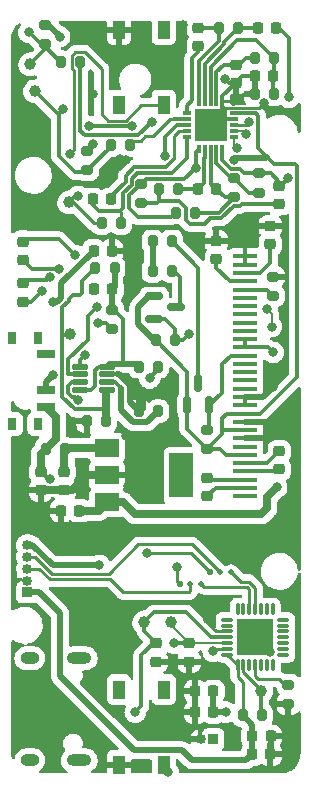
<source format=gbr>
%TF.GenerationSoftware,KiCad,Pcbnew,(6.0.5)*%
%TF.CreationDate,2022-06-01T22:14:55+05:30*%
%TF.ProjectId,PORTABLE_ECG_MACHINE,504f5254-4142-44c4-955f-4543475f4d41,rev-1*%
%TF.SameCoordinates,Original*%
%TF.FileFunction,Copper,L1,Top*%
%TF.FilePolarity,Positive*%
%FSLAX46Y46*%
G04 Gerber Fmt 4.6, Leading zero omitted, Abs format (unit mm)*
G04 Created by KiCad (PCBNEW (6.0.5)) date 2022-06-01 22:14:55*
%MOMM*%
%LPD*%
G01*
G04 APERTURE LIST*
G04 Aperture macros list*
%AMRoundRect*
0 Rectangle with rounded corners*
0 $1 Rounding radius*
0 $2 $3 $4 $5 $6 $7 $8 $9 X,Y pos of 4 corners*
0 Add a 4 corners polygon primitive as box body*
4,1,4,$2,$3,$4,$5,$6,$7,$8,$9,$2,$3,0*
0 Add four circle primitives for the rounded corners*
1,1,$1+$1,$2,$3*
1,1,$1+$1,$4,$5*
1,1,$1+$1,$6,$7*
1,1,$1+$1,$8,$9*
0 Add four rect primitives between the rounded corners*
20,1,$1+$1,$2,$3,$4,$5,0*
20,1,$1+$1,$4,$5,$6,$7,0*
20,1,$1+$1,$6,$7,$8,$9,0*
20,1,$1+$1,$8,$9,$2,$3,0*%
%AMFreePoly0*
4,1,17,0.095671,0.230970,0.176777,0.176777,0.230970,0.095671,0.250000,0.000000,0.230970,-0.095671,0.176777,-0.176777,0.095671,-0.230970,0.000000,-0.250000,-0.095671,-0.230970,-0.176777,-0.176777,-0.230970,-0.095671,-0.250000,0.000000,-0.230970,0.095671,-0.176777,0.176777,-0.095671,0.230970,0.000000,0.250000,0.095671,0.230970,0.095671,0.230970,$1*%
G04 Aperture macros list end*
%TA.AperFunction,SMDPad,CuDef*%
%ADD10RoundRect,0.125000X0.537500X0.125000X-0.537500X0.125000X-0.537500X-0.125000X0.537500X-0.125000X0*%
%TD*%
%TA.AperFunction,SMDPad,CuDef*%
%ADD11RoundRect,0.200000X0.275000X-0.200000X0.275000X0.200000X-0.275000X0.200000X-0.275000X-0.200000X0*%
%TD*%
%TA.AperFunction,SMDPad,CuDef*%
%ADD12O,0.500000X0.600000*%
%TD*%
%TA.AperFunction,SMDPad,CuDef*%
%ADD13FreePoly0,180.000000*%
%TD*%
%TA.AperFunction,SMDPad,CuDef*%
%ADD14RoundRect,0.200000X-0.200000X-0.275000X0.200000X-0.275000X0.200000X0.275000X-0.200000X0.275000X0*%
%TD*%
%TA.AperFunction,SMDPad,CuDef*%
%ADD15C,1.000000*%
%TD*%
%TA.AperFunction,SMDPad,CuDef*%
%ADD16RoundRect,0.225000X-0.250000X0.225000X-0.250000X-0.225000X0.250000X-0.225000X0.250000X0.225000X0*%
%TD*%
%TA.AperFunction,SMDPad,CuDef*%
%ADD17RoundRect,0.225000X0.250000X-0.225000X0.250000X0.225000X-0.250000X0.225000X-0.250000X-0.225000X0*%
%TD*%
%TA.AperFunction,SMDPad,CuDef*%
%ADD18RoundRect,0.200000X-0.275000X0.200000X-0.275000X-0.200000X0.275000X-0.200000X0.275000X0.200000X0*%
%TD*%
%TA.AperFunction,SMDPad,CuDef*%
%ADD19RoundRect,0.225000X0.225000X0.250000X-0.225000X0.250000X-0.225000X-0.250000X0.225000X-0.250000X0*%
%TD*%
%TA.AperFunction,SMDPad,CuDef*%
%ADD20RoundRect,0.150000X0.150000X-0.587500X0.150000X0.587500X-0.150000X0.587500X-0.150000X-0.587500X0*%
%TD*%
%TA.AperFunction,SMDPad,CuDef*%
%ADD21RoundRect,0.200000X0.200000X0.275000X-0.200000X0.275000X-0.200000X-0.275000X0.200000X-0.275000X0*%
%TD*%
%TA.AperFunction,SMDPad,CuDef*%
%ADD22R,2.000000X1.500000*%
%TD*%
%TA.AperFunction,SMDPad,CuDef*%
%ADD23R,2.000000X3.800000*%
%TD*%
%TA.AperFunction,SMDPad,CuDef*%
%ADD24R,1.000000X1.600000*%
%TD*%
%TA.AperFunction,SMDPad,CuDef*%
%ADD25RoundRect,0.225000X-0.225000X-0.250000X0.225000X-0.250000X0.225000X0.250000X-0.225000X0.250000X0*%
%TD*%
%TA.AperFunction,SMDPad,CuDef*%
%ADD26R,2.000000X0.400000*%
%TD*%
%TA.AperFunction,SMDPad,CuDef*%
%ADD27RoundRect,0.150000X-0.587500X-0.150000X0.587500X-0.150000X0.587500X0.150000X-0.587500X0.150000X0*%
%TD*%
%TA.AperFunction,SMDPad,CuDef*%
%ADD28R,0.800000X1.000000*%
%TD*%
%TA.AperFunction,SMDPad,CuDef*%
%ADD29R,1.500000X0.700000*%
%TD*%
%TA.AperFunction,ComponentPad*%
%ADD30R,0.850000X0.850000*%
%TD*%
%TA.AperFunction,ComponentPad*%
%ADD31O,0.850000X0.850000*%
%TD*%
%TA.AperFunction,SMDPad,CuDef*%
%ADD32RoundRect,0.062400X-0.422600X0.067600X-0.422600X-0.067600X0.422600X-0.067600X0.422600X0.067600X0*%
%TD*%
%TA.AperFunction,SMDPad,CuDef*%
%ADD33RoundRect,0.062400X-0.067600X-0.422600X0.067600X-0.422600X0.067600X0.422600X-0.067600X0.422600X0*%
%TD*%
%TA.AperFunction,SMDPad,CuDef*%
%ADD34R,3.150000X3.150000*%
%TD*%
%TA.AperFunction,SMDPad,CuDef*%
%ADD35RoundRect,0.218750X-0.256250X0.218750X-0.256250X-0.218750X0.256250X-0.218750X0.256250X0.218750X0*%
%TD*%
%TA.AperFunction,SMDPad,CuDef*%
%ADD36R,0.800000X0.300000*%
%TD*%
%TA.AperFunction,SMDPad,CuDef*%
%ADD37R,0.300000X0.800000*%
%TD*%
%TA.AperFunction,SMDPad,CuDef*%
%ADD38R,2.750000X2.750000*%
%TD*%
%TA.AperFunction,SMDPad,CuDef*%
%ADD39RoundRect,0.218750X0.256250X-0.218750X0.256250X0.218750X-0.256250X0.218750X-0.256250X-0.218750X0*%
%TD*%
%TA.AperFunction,SMDPad,CuDef*%
%ADD40RoundRect,0.218750X-0.218750X-0.256250X0.218750X-0.256250X0.218750X0.256250X-0.218750X0.256250X0*%
%TD*%
%TA.AperFunction,ComponentPad*%
%ADD41O,2.100000X1.000000*%
%TD*%
%TA.AperFunction,ComponentPad*%
%ADD42O,1.600000X1.000000*%
%TD*%
%TA.AperFunction,ViaPad*%
%ADD43C,0.800000*%
%TD*%
%TA.AperFunction,Conductor*%
%ADD44C,0.500000*%
%TD*%
%TA.AperFunction,Conductor*%
%ADD45C,0.250000*%
%TD*%
%TA.AperFunction,Conductor*%
%ADD46C,0.300000*%
%TD*%
%TA.AperFunction,Conductor*%
%ADD47C,0.700000*%
%TD*%
%TA.AperFunction,Conductor*%
%ADD48C,0.200000*%
%TD*%
G04 APERTURE END LIST*
D10*
%TO.P,U5,1,TEMP*%
%TO.N,Net-(B_TEMP1-Pad1)*%
X92615100Y-56245400D03*
%TO.P,U5,2,PROG*%
%TO.N,Net-(R27-Pad2)*%
X92615100Y-55595400D03*
%TO.P,U5,3,GND*%
%TO.N,GND*%
X92615100Y-54945400D03*
%TO.P,U5,4,VCC*%
%TO.N,Net-(C24-Pad1)*%
X92615100Y-54295400D03*
%TO.P,U5,5,BAT*%
%TO.N,/BATTERY +VE*%
X90340100Y-54295400D03*
%TO.P,U5,6,~{STDBY}*%
%TO.N,Net-(GREEN1-Pad1)*%
X90340100Y-54945400D03*
%TO.P,U5,7,~{CHRG}*%
%TO.N,Net-(RED1-Pad1)*%
X90340100Y-55595400D03*
%TO.P,U5,8,CE*%
%TO.N,Net-(C24-Pad1)*%
X90340100Y-56245400D03*
%TD*%
D11*
%TO.P,R3,1*%
%TO.N,3.3V*%
X101092000Y-61277000D03*
%TO.P,R3,2*%
%TO.N,/SCL_3.3*%
X101092000Y-59627000D03*
%TD*%
D12*
%TO.P,JP1,1,A*%
%TO.N,/AT_RXD*%
X98760000Y-72704000D03*
D13*
%TO.P,JP1,2,C*%
%TO.N,Net-(J1-Pad3)*%
X99660000Y-72704000D03*
%TO.P,JP1,3,B*%
%TO.N,/CP_TXD*%
X100560000Y-72704000D03*
%TD*%
D14*
%TO.P,R14,1*%
%TO.N,/RA*%
X92901000Y-35560000D03*
%TO.P,R14,2*%
%TO.N,Net-(IC1-Pad2)*%
X94551000Y-35560000D03*
%TD*%
D15*
%TO.P,RST_CP1,1,1*%
%TO.N,Net-(R1-Pad2)*%
X105664000Y-81788000D03*
%TD*%
D11*
%TO.P,R23,1*%
%TO.N,Net-(GREEN1-Pad2)*%
X93052400Y-51117000D03*
%TO.P,R23,2*%
%TO.N,Net-(C24-Pad1)*%
X93052400Y-49467000D03*
%TD*%
D16*
%TO.P,C22,1,P$1*%
%TO.N,VCC*%
X87000000Y-63225000D03*
%TO.P,C22,2,P$2*%
%TO.N,GND*%
X87000000Y-64775000D03*
%TD*%
D15*
%TO.P,D-1,1,1*%
%TO.N,/USB_D-*%
X95758000Y-75946000D03*
%TD*%
D17*
%TO.P,C15,1*%
%TO.N,Net-(C15-Pad1)*%
X100330000Y-27191000D03*
%TO.P,C15,2*%
%TO.N,Net-(C15-Pad2)*%
X100330000Y-25641000D03*
%TD*%
D18*
%TO.P,R13,1*%
%TO.N,3.3V*%
X90932000Y-36005000D03*
%TO.P,R13,2*%
%TO.N,/RA*%
X90932000Y-37655000D03*
%TD*%
D14*
%TO.P,R22,1*%
%TO.N,VCC*%
X87425000Y-61250000D03*
%TO.P,R22,2*%
%TO.N,Net-(C21-Pad1)*%
X89075000Y-61250000D03*
%TD*%
D19*
%TO.P,C20,1,P$1*%
%TO.N,+3V3*%
X90275000Y-66500000D03*
%TO.P,C20,2,P$2*%
%TO.N,GND*%
X88725000Y-66500000D03*
%TD*%
D14*
%TO.P,R8,1*%
%TO.N,GND*%
X105093000Y-31242000D03*
%TO.P,R8,2*%
%TO.N,Net-(C10-Pad2)*%
X106743000Y-31242000D03*
%TD*%
D18*
%TO.P,R20,1*%
%TO.N,Net-(IC1-Pad9)*%
X103378000Y-38291000D03*
%TO.P,R20,2*%
%TO.N,/REF_OUT*%
X103378000Y-39941000D03*
%TD*%
D14*
%TO.P,R26,1*%
%TO.N,GND*%
X90869000Y-58928000D03*
%TO.P,R26,2*%
%TO.N,Net-(B_TEMP1-Pad1)*%
X92519000Y-58928000D03*
%TD*%
D20*
%TO.P,Q1,1,G*%
%TO.N,3.3V*%
X99380000Y-57579500D03*
%TO.P,Q1,2,S*%
%TO.N,/SCL_3.3*%
X101280000Y-57579500D03*
%TO.P,Q1,3,D*%
%TO.N,/SCL_5*%
X100330000Y-55704500D03*
%TD*%
D18*
%TO.P,R7,1*%
%TO.N,Net-(R7-Pad1)*%
X107950000Y-81217000D03*
%TO.P,R7,2*%
%TO.N,GND*%
X107950000Y-82867000D03*
%TD*%
D17*
%TO.P,C11,1*%
%TO.N,GND*%
X103500000Y-30275000D03*
%TO.P,C11,2*%
%TO.N,Net-(C11-Pad2)*%
X103500000Y-28725000D03*
%TD*%
D21*
%TO.P,R25,1*%
%TO.N,Net-(C24-Pad1)*%
X93242400Y-45974000D03*
%TO.P,R25,2*%
%TO.N,Net-(B_TEMP1-Pad1)*%
X91592400Y-45974000D03*
%TD*%
D14*
%TO.P,R9,1*%
%TO.N,Net-(C11-Pad2)*%
X105093000Y-28194000D03*
%TO.P,R9,2*%
%TO.N,Net-(C10-Pad2)*%
X106743000Y-28194000D03*
%TD*%
D22*
%TO.P,U4,1,VI*%
%TO.N,Net-(C21-Pad1)*%
X92600000Y-61200000D03*
%TO.P,U4,2,GND*%
%TO.N,GND*%
X92600000Y-63500000D03*
%TO.P,U4,3,VO*%
%TO.N,+3V3*%
X92600000Y-65800000D03*
D23*
%TO.P,U4,4*%
%TO.N,N/C*%
X98900000Y-63500000D03*
%TD*%
D24*
%TO.P,SELECT1,1*%
%TO.N,unconnected-(SELECT1-Pad1)*%
X93604000Y-32156000D03*
%TO.P,SELECT1,2*%
%TO.N,GND*%
X93604000Y-25756000D03*
%TO.P,SELECT1,3*%
%TO.N,Net-(SELECT1-Pad3)*%
X97404000Y-32156000D03*
%TO.P,SELECT1,4*%
%TO.N,unconnected-(SELECT1-Pad4)*%
X97404000Y-25756000D03*
%TD*%
D18*
%TO.P,R12,1*%
%TO.N,3.3V*%
X87376000Y-25337000D03*
%TO.P,R12,2*%
%TO.N,/LA*%
X87376000Y-26987000D03*
%TD*%
D16*
%TO.P,C21,1,P$1*%
%TO.N,Net-(C21-Pad1)*%
X89000000Y-63225000D03*
%TO.P,C21,2,P$2*%
%TO.N,GND*%
X89000000Y-64775000D03*
%TD*%
D25*
%TO.P,C2,1,P$1*%
%TO.N,GND*%
X100063000Y-81788000D03*
%TO.P,C2,2,P$2*%
%TO.N,Net-(C1-Pad1)*%
X101613000Y-81788000D03*
%TD*%
D26*
%TO.P,U6,1,NC*%
%TO.N,GND*%
X104299000Y-65268000D03*
%TO.P,U6,2,C2P*%
%TO.N,Net-(C4-Pad2)*%
X104299000Y-64568000D03*
%TO.P,U6,3,C2N*%
%TO.N,Net-(C4-Pad1)*%
X104299000Y-63868000D03*
%TO.P,U6,4,C1P*%
%TO.N,Net-(C5-Pad1)*%
X104299000Y-63168000D03*
%TO.P,U6,5,C1N*%
%TO.N,Net-(C5-Pad2)*%
X104299000Y-62468000D03*
%TO.P,U6,6,VBAT*%
%TO.N,3.3V*%
X104299000Y-61768000D03*
%TO.P,U6,7,NC*%
%TO.N,unconnected-(U6-Pad7)*%
X104299000Y-61068000D03*
%TO.P,U6,8,VSS*%
%TO.N,GND*%
X104299000Y-60368000D03*
%TO.P,U6,9,VDD*%
%TO.N,3.3V*%
X104299000Y-59668000D03*
%TO.P,U6,10,BS0*%
%TO.N,GND*%
X104299000Y-58968000D03*
%TO.P,U6,11,BS1*%
%TO.N,3.3V*%
X104299000Y-58268000D03*
%TO.P,U6,12,BS2*%
%TO.N,GND*%
X104299000Y-57568000D03*
%TO.P,U6,13,/CS*%
X104299000Y-56868000D03*
%TO.P,U6,14,/RES*%
%TO.N,unconnected-(U6-Pad14)*%
X104299000Y-56168000D03*
%TO.P,U6,15,DC/SA0_3.3*%
%TO.N,unconnected-(U6-Pad15)*%
X104299000Y-55468000D03*
%TO.P,U6,16,RD/WR*%
%TO.N,unconnected-(U6-Pad16)*%
X104299000Y-54768000D03*
%TO.P,U6,17,E/RD*%
%TO.N,unconnected-(U6-Pad17)*%
X104299000Y-54068000D03*
%TO.P,U6,18,D0/SPI_SCLK/I2C_SCK*%
%TO.N,/SCL_3.3*%
X104299000Y-53368000D03*
%TO.P,U6,19,D1/SPI_SDIN/I2C_SDA*%
%TO.N,/SDA_3.3*%
X104299000Y-52668000D03*
%TO.P,U6,20,D2/I2C_SDA*%
X104299000Y-51968000D03*
%TO.P,U6,21,D3*%
%TO.N,unconnected-(U6-Pad21)*%
X104299000Y-51268000D03*
%TO.P,U6,22,D4*%
%TO.N,unconnected-(U6-Pad22)*%
X104299000Y-50568000D03*
%TO.P,U6,23,D5*%
%TO.N,unconnected-(U6-Pad23)*%
X104299000Y-49868000D03*
%TO.P,U6,24,D6*%
%TO.N,unconnected-(U6-Pad24)*%
X104299000Y-49168000D03*
%TO.P,U6,25,D7*%
%TO.N,unconnected-(U6-Pad25)*%
X104299000Y-48468000D03*
%TO.P,U6,26,IREF*%
%TO.N,Net-(R4-Pad1)*%
X104299000Y-47768000D03*
%TO.P,U6,27,VCOMH*%
%TO.N,Net-(C6-Pad1)*%
X104299000Y-47068000D03*
%TO.P,U6,28,VCC*%
%TO.N,Net-(C7-Pad1)*%
X104299000Y-46368000D03*
%TO.P,U6,29,VLSS*%
%TO.N,GND*%
X104299000Y-45668000D03*
%TO.P,U6,30,NC*%
X104299000Y-44968000D03*
%TD*%
D21*
%TO.P,R5,1*%
%TO.N,/SDA_5*%
X98107000Y-46228000D03*
%TO.P,R5,2*%
%TO.N,+5V*%
X96457000Y-46228000D03*
%TD*%
D15*
%TO.P,RA1,1,1*%
%TO.N,/RA*%
X86500000Y-31000000D03*
%TD*%
D19*
%TO.P,C17,1*%
%TO.N,Net-(C17-Pad1)*%
X106947000Y-25654000D03*
%TO.P,C17,2*%
%TO.N,Net-(C17-Pad2)*%
X105397000Y-25654000D03*
%TD*%
D15*
%TO.P,D+1,1,1*%
%TO.N,/USB_D+*%
X98044000Y-75946000D03*
%TD*%
D19*
%TO.P,C24,1*%
%TO.N,Net-(C24-Pad1)*%
X93065400Y-47752000D03*
%TO.P,C24,2*%
%TO.N,unconnected-(C24-Pad2)*%
X91515400Y-47752000D03*
%TD*%
D25*
%TO.P,C10,1*%
%TO.N,GND*%
X105143000Y-29718000D03*
%TO.P,C10,2*%
%TO.N,Net-(C10-Pad2)*%
X106693000Y-29718000D03*
%TD*%
D14*
%TO.P,R16,1*%
%TO.N,/RL*%
X92139000Y-42164000D03*
%TO.P,R16,2*%
%TO.N,Net-(C16-Pad1)*%
X93789000Y-42164000D03*
%TD*%
D16*
%TO.P,C4,1,P$1*%
%TO.N,Net-(C4-Pad1)*%
X101092000Y-63741000D03*
%TO.P,C4,2,P$2*%
%TO.N,Net-(C4-Pad2)*%
X101092000Y-65291000D03*
%TD*%
D15*
%TO.P,B_TEMP1,1,1*%
%TO.N,Net-(B_TEMP1-Pad1)*%
X89500000Y-51500000D03*
%TD*%
%TO.P,RL1,1,1*%
%TO.N,/RL*%
X89408000Y-40386000D03*
%TD*%
D17*
%TO.P,C5,1,P$1*%
%TO.N,Net-(C5-Pad1)*%
X107188000Y-63005000D03*
%TO.P,C5,2,P$2*%
%TO.N,Net-(C5-Pad2)*%
X107188000Y-61455000D03*
%TD*%
D11*
%TO.P,R4,1*%
%TO.N,Net-(R4-Pad1)*%
X106680000Y-48323000D03*
%TO.P,R4,2*%
%TO.N,GND*%
X106680000Y-46673000D03*
%TD*%
D14*
%TO.P,R6,1*%
%TO.N,3.3V*%
X96711000Y-52070000D03*
%TO.P,R6,2*%
%TO.N,/SDA_3.3*%
X98361000Y-52070000D03*
%TD*%
D21*
%TO.P,R21,1*%
%TO.N,/REF_OUT*%
X100075000Y-41250000D03*
%TO.P,R21,2*%
%TO.N,Net-(C17-Pad1)*%
X98425000Y-41250000D03*
%TD*%
%TO.P,R10,1*%
%TO.N,Net-(C17-Pad2)*%
X103695000Y-25654000D03*
%TO.P,R10,2*%
%TO.N,Net-(C15-Pad2)*%
X102045000Y-25654000D03*
%TD*%
D19*
%TO.P,C1,1*%
%TO.N,Net-(C1-Pad1)*%
X101613000Y-83566000D03*
%TO.P,C1,2*%
%TO.N,GND*%
X100063000Y-83566000D03*
%TD*%
D11*
%TO.P,R17,1*%
%TO.N,Net-(C18-Pad2)*%
X95504000Y-40449000D03*
%TO.P,R17,2*%
%TO.N,Net-(C17-Pad1)*%
X95504000Y-38799000D03*
%TD*%
D24*
%TO.P,DRIVE1,1*%
%TO.N,GND*%
X93604000Y-88036000D03*
%TO.P,DRIVE1,2*%
%TO.N,unconnected-(DRIVE1-Pad2)*%
X93604000Y-81636000D03*
%TO.P,DRIVE1,3*%
%TO.N,Net-(DRIVE1-Pad3)*%
X97404000Y-88036000D03*
%TO.P,DRIVE1,4*%
%TO.N,unconnected-(DRIVE1-Pad4)*%
X97404000Y-81636000D03*
%TD*%
D16*
%TO.P,C18,1*%
%TO.N,/OUT*%
X107188000Y-38975000D03*
%TO.P,C18,2*%
%TO.N,Net-(C18-Pad2)*%
X107188000Y-40525000D03*
%TD*%
D27*
%TO.P,Q2,1,G*%
%TO.N,3.3V*%
X96598500Y-48326000D03*
%TO.P,Q2,2,S*%
%TO.N,/SDA_3.3*%
X96598500Y-50226000D03*
%TO.P,Q2,3,D*%
%TO.N,/SDA_5*%
X98473500Y-49276000D03*
%TD*%
D12*
%TO.P,JP2,1,A*%
%TO.N,/AT_TXD*%
X101300000Y-71688000D03*
D13*
%TO.P,JP2,2,C*%
%TO.N,Net-(J1-Pad4)*%
X102200000Y-71688000D03*
%TO.P,JP2,3,B*%
%TO.N,/CP_RXD*%
X103100000Y-71688000D03*
%TD*%
D18*
%TO.P,R19,1*%
%TO.N,/OUT*%
X105500000Y-37925000D03*
%TO.P,R19,2*%
%TO.N,Net-(IC1-Pad9)*%
X105500000Y-39575000D03*
%TD*%
D21*
%TO.P,R24,1*%
%TO.N,Net-(R24-Pad1)*%
X96950800Y-54305200D03*
%TO.P,R24,2*%
%TO.N,Net-(C24-Pad1)*%
X95300800Y-54305200D03*
%TD*%
D28*
%TO.P,SW1,*%
%TO.N,*%
X86780000Y-51850000D03*
X84570000Y-59150000D03*
X84570000Y-51850000D03*
X86780000Y-59150000D03*
D29*
%TO.P,SW1,1,A*%
%TO.N,unconnected-(SW1-Pad1)*%
X87430000Y-53250000D03*
%TO.P,SW1,2,B*%
%TO.N,/BATTERY +VE*%
X87430000Y-56250000D03*
%TO.P,SW1,3,C*%
%TO.N,VCC*%
X87430000Y-57750000D03*
%TD*%
D30*
%TO.P,J3,1,Pin_1*%
%TO.N,/BATTERY +VE*%
X101600000Y-85852000D03*
D31*
%TO.P,J3,2,Pin_2*%
%TO.N,GND*%
X100600000Y-85852000D03*
%TD*%
D25*
%TO.P,C3,1*%
%TO.N,VIN*%
X104889000Y-87122000D03*
%TO.P,C3,2*%
%TO.N,GND*%
X106439000Y-87122000D03*
%TD*%
D14*
%TO.P,R2,1*%
%TO.N,+5V*%
X96457000Y-43688000D03*
%TO.P,R2,2*%
%TO.N,/SCL_5*%
X98107000Y-43688000D03*
%TD*%
D15*
%TO.P,LA1,1,1*%
%TO.N,/LA*%
X86106000Y-28702000D03*
%TD*%
D32*
%TO.P,U2,1,~{DCD}*%
%TO.N,unconnected-(U2-Pad1)*%
X102786000Y-75716000D03*
%TO.P,U2,2,~{RI}*%
%TO.N,unconnected-(U2-Pad2)*%
X102786000Y-76216000D03*
%TO.P,U2,3,GND*%
%TO.N,GND*%
X102786000Y-76716000D03*
%TO.P,U2,4,D+*%
%TO.N,/USB_D-*%
X102786000Y-77216000D03*
%TO.P,U2,5,D\u2013*%
%TO.N,/USB_D+*%
X102786000Y-77716000D03*
%TO.P,U2,6,VDD*%
%TO.N,Net-(C1-Pad1)*%
X102786000Y-78216000D03*
%TO.P,U2,7,REGIN*%
%TO.N,VIN*%
X102786000Y-78716000D03*
D33*
%TO.P,U2,8,VBUS*%
X103656000Y-79586000D03*
%TO.P,U2,9,~{RST}*%
%TO.N,Net-(R1-Pad2)*%
X104156000Y-79586000D03*
%TO.P,U2,10*%
%TO.N,N/C*%
X104656000Y-79586000D03*
%TO.P,U2,11,~{SUSPEND}*%
%TO.N,Net-(R7-Pad1)*%
X105156000Y-79586000D03*
%TO.P,U2,12,SUSPEND*%
%TO.N,unconnected-(U2-Pad12)*%
X105656000Y-79586000D03*
%TO.P,U2,13*%
%TO.N,N/C*%
X106156000Y-79586000D03*
%TO.P,U2,14*%
X106656000Y-79586000D03*
D32*
%TO.P,U2,15*%
X107526000Y-78716000D03*
%TO.P,U2,16*%
X107526000Y-78216000D03*
%TO.P,U2,17*%
X107526000Y-77716000D03*
%TO.P,U2,18,NC/VPP*%
%TO.N,unconnected-(U2-Pad18)*%
X107526000Y-77216000D03*
%TO.P,U2,19*%
%TO.N,N/C*%
X107526000Y-76716000D03*
%TO.P,U2,20*%
X107526000Y-76216000D03*
%TO.P,U2,21*%
X107526000Y-75716000D03*
D33*
%TO.P,U2,22*%
X106656000Y-74846000D03*
%TO.P,U2,23,~{CTS}*%
%TO.N,unconnected-(U2-Pad23)*%
X106156000Y-74846000D03*
%TO.P,U2,24,~{RTS}*%
%TO.N,unconnected-(U2-Pad24)*%
X105656000Y-74846000D03*
%TO.P,U2,25,RXD*%
%TO.N,/CP_RXD*%
X105156000Y-74846000D03*
%TO.P,U2,26,TXD*%
%TO.N,/CP_TXD*%
X104656000Y-74846000D03*
%TO.P,U2,27,~{DSR}*%
%TO.N,unconnected-(U2-Pad27)*%
X104156000Y-74846000D03*
%TO.P,U2,28,~{DTR}*%
%TO.N,unconnected-(U2-Pad28)*%
X103656000Y-74846000D03*
D34*
%TO.P,U2,29,GND*%
%TO.N,GND*%
X105156000Y-77216000D03*
%TD*%
D14*
%TO.P,R27,1*%
%TO.N,GND*%
X95300800Y-58064400D03*
%TO.P,R27,2*%
%TO.N,Net-(R27-Pad2)*%
X96950800Y-58064400D03*
%TD*%
D25*
%TO.P,C16,1*%
%TO.N,Net-(C16-Pad1)*%
X91427000Y-40132000D03*
%TO.P,C16,2*%
%TO.N,Net-(C16-Pad2)*%
X92977000Y-40132000D03*
%TD*%
D14*
%TO.P,R1,1*%
%TO.N,VIN*%
X104077000Y-83820000D03*
%TO.P,R1,2*%
%TO.N,Net-(R1-Pad2)*%
X105727000Y-83820000D03*
%TD*%
D35*
%TO.P,GREEN1,1,K*%
%TO.N,Net-(GREEN1-Pad1)*%
X85500000Y-47212500D03*
%TO.P,GREEN1,2,A*%
%TO.N,Net-(GREEN1-Pad2)*%
X85500000Y-48787500D03*
%TD*%
D36*
%TO.P,IC1,1,HPDRIVE*%
%TO.N,Net-(C15-Pad1)*%
X99369014Y-32855814D03*
%TO.P,IC1,2,+IN*%
%TO.N,Net-(IC1-Pad2)*%
X99369014Y-33355814D03*
%TO.P,IC1,3,-IN*%
%TO.N,Net-(IC1-Pad3)*%
X99369014Y-33855814D03*
%TO.P,IC1,4,RLDFB*%
%TO.N,Net-(C16-Pad2)*%
X99369014Y-34355814D03*
%TO.P,IC1,5,RLD*%
%TO.N,Net-(C16-Pad1)*%
X99369014Y-34855814D03*
D37*
%TO.P,IC1,6,SW*%
%TO.N,Net-(C17-Pad1)*%
X100369014Y-35855814D03*
%TO.P,IC1,7,OPAMP+*%
%TO.N,Net-(C19-Pad2)*%
X100869014Y-35855814D03*
%TO.P,IC1,8,REFOUT*%
%TO.N,/REF_OUT*%
X101369014Y-35855814D03*
%TO.P,IC1,9,OPAMP-*%
%TO.N,Net-(IC1-Pad9)*%
X101869014Y-35855814D03*
%TO.P,IC1,10,OUT*%
%TO.N,/OUT*%
X102369014Y-35855814D03*
D36*
%TO.P,IC1,11,LOD-*%
%TO.N,/LOD-*%
X103369014Y-34855814D03*
%TO.P,IC1,12,LOD+*%
%TO.N,/LOD+*%
X103369014Y-34355814D03*
%TO.P,IC1,13,~{SDN}*%
%TO.N,/SDN#*%
X103369014Y-33855814D03*
%TO.P,IC1,14,AC/~{DC}*%
%TO.N,GND*%
X103369014Y-33355814D03*
%TO.P,IC1,15,FR*%
%TO.N,3.3V*%
X103369014Y-32855814D03*
D37*
%TO.P,IC1,16,GND_1*%
%TO.N,GND*%
X102369014Y-31855814D03*
%TO.P,IC1,17,+VS*%
%TO.N,Net-(C11-Pad2)*%
X101869014Y-31855814D03*
%TO.P,IC1,18,REFIN*%
%TO.N,Net-(C10-Pad2)*%
X101369014Y-31855814D03*
%TO.P,IC1,19,IAOUT*%
%TO.N,Net-(C17-Pad2)*%
X100869014Y-31855814D03*
%TO.P,IC1,20,HPSENSE*%
%TO.N,Net-(C15-Pad2)*%
X100369014Y-31855814D03*
D38*
%TO.P,IC1,21,GND_2*%
%TO.N,GND*%
X101369014Y-33855814D03*
%TD*%
D25*
%TO.P,C23,1,P$1*%
%TO.N,/BATTERY +VE*%
X91475000Y-44500000D03*
%TO.P,C23,2,P$2*%
%TO.N,GND*%
X93025000Y-44500000D03*
%TD*%
D17*
%TO.P,C6,1,P$1*%
%TO.N,Net-(C6-Pad1)*%
X101854000Y-45225000D03*
%TO.P,C6,2,P$2*%
%TO.N,GND*%
X101854000Y-43675000D03*
%TD*%
%TO.P,C7,1,P$1*%
%TO.N,Net-(C7-Pad1)*%
X106426000Y-43955000D03*
%TO.P,C7,2,P$2*%
%TO.N,GND*%
X106426000Y-42405000D03*
%TD*%
D39*
%TO.P,RED1,1,K*%
%TO.N,Net-(RED1-Pad1)*%
X85500000Y-45287500D03*
%TO.P,RED1,2,A*%
%TO.N,Net-(R24-Pad1)*%
X85500000Y-43712500D03*
%TD*%
D40*
%TO.P,D1,1,K*%
%TO.N,VIN*%
X104876500Y-85598000D03*
%TO.P,D1,2,A*%
%TO.N,GND*%
X106451500Y-85598000D03*
%TD*%
D19*
%TO.P,C19,1*%
%TO.N,/REF_OUT*%
X101867000Y-39250000D03*
%TO.P,C19,2*%
%TO.N,Net-(C19-Pad2)*%
X100317000Y-39250000D03*
%TD*%
D14*
%TO.P,R18,1*%
%TO.N,Net-(C18-Pad2)*%
X97000000Y-39250000D03*
%TO.P,R18,2*%
%TO.N,Net-(C19-Pad2)*%
X98650000Y-39250000D03*
%TD*%
D35*
%TO.P,D2,1,K*%
%TO.N,/USB_D+*%
X99568000Y-77698500D03*
%TO.P,D2,2,A*%
%TO.N,GND*%
X99568000Y-79273500D03*
%TD*%
%TO.P,D3,1,K*%
%TO.N,/USB_D-*%
X96774000Y-77698500D03*
%TO.P,D3,2,A*%
%TO.N,GND*%
X96774000Y-79273500D03*
%TD*%
D14*
%TO.P,R15,1*%
%TO.N,/LA*%
X88675000Y-28500000D03*
%TO.P,R15,2*%
%TO.N,Net-(IC1-Pad3)*%
X90325000Y-28500000D03*
%TD*%
D41*
%TO.P,J4,S1,SHIELD*%
%TO.N,unconnected-(J4-PadS1)*%
X90252000Y-78992000D03*
X90252000Y-87632000D03*
D42*
X86072000Y-87632000D03*
X86072000Y-78992000D03*
%TD*%
D30*
%TO.P,J1,1,Pin_1*%
%TO.N,VIN*%
X85852000Y-73406000D03*
D31*
%TO.P,J1,2,Pin_2*%
%TO.N,GND*%
X85852000Y-72406000D03*
%TO.P,J1,3,Pin_3*%
%TO.N,Net-(J1-Pad3)*%
X85852000Y-71406000D03*
%TO.P,J1,4,Pin_4*%
%TO.N,Net-(J1-Pad4)*%
X85852000Y-70406000D03*
%TO.P,J1,5,Pin_5*%
%TO.N,Net-(C1-Pad1)*%
X85852000Y-69406000D03*
%TD*%
D43*
%TO.N,GND*%
X105885273Y-31971529D03*
X89662000Y-59436000D03*
X93726000Y-77978000D03*
X94234000Y-36830000D03*
X106680000Y-56003523D03*
X87884000Y-69342000D03*
X85090000Y-63246000D03*
X97536000Y-56642000D03*
X85852000Y-81280000D03*
X91440000Y-31242000D03*
X99060000Y-25400000D03*
X93472000Y-28448000D03*
X102618514Y-29972000D03*
X97028000Y-64516000D03*
X94412502Y-64415247D03*
X85852000Y-84328000D03*
X85852000Y-82804000D03*
X92456000Y-74676000D03*
X92710000Y-38608000D03*
X106426000Y-59944000D03*
X107950000Y-86360000D03*
X95605600Y-56642000D03*
X104648000Y-70866000D03*
X106426000Y-78486000D03*
X98552000Y-84074000D03*
X85598000Y-41402000D03*
X100838000Y-75184000D03*
X94234000Y-60198000D03*
%TO.N,3.3V*%
X91440000Y-35453537D03*
X88599502Y-26372760D03*
X103393595Y-36776385D03*
%TO.N,/USB_D+*%
X98298000Y-77724000D03*
%TO.N,/USB_D-*%
X94996000Y-83566000D03*
%TO.N,VCC*%
X87776011Y-63801848D03*
%TO.N,/BATTERY +VE*%
X90779600Y-53289200D03*
X88035061Y-48845015D03*
X88029977Y-54970023D03*
%TO.N,/SDN#*%
X104660500Y-33591700D03*
%TO.N,/OUT*%
X107950000Y-38354000D03*
%TO.N,/LA*%
X86000000Y-26000000D03*
%TO.N,+3V3*%
X106967940Y-64516000D03*
%TO.N,/RA*%
X88900000Y-32512000D03*
%TO.N,/RL*%
X94742000Y-33954537D03*
X91085227Y-33954537D03*
X90170000Y-39878000D03*
%TO.N,Net-(IC1-Pad3)*%
X96373995Y-33578640D03*
X97500000Y-36426460D03*
%TO.N,Net-(C1-Pad1)*%
X102638982Y-83543018D03*
X101600000Y-78415500D03*
X91952299Y-71124299D03*
%TO.N,/SDA_3.3*%
X106675701Y-53090299D03*
X99563701Y-51557701D03*
%TO.N,Net-(C17-Pad1)*%
X100097550Y-37466100D03*
X108000000Y-31500000D03*
%TO.N,/AT_RXD*%
X98552000Y-71250969D03*
%TO.N,/AT_TXD*%
X96012000Y-70104000D03*
%TO.N,Net-(DRIVE1-Pad3)*%
X97790000Y-88646000D03*
%TO.N,Net-(SELECT1-Pad3)*%
X89429977Y-36300023D03*
%TO.N,Net-(GREEN1-Pad1)*%
X87750000Y-46750000D03*
X91750000Y-49250000D03*
%TO.N,Net-(GREEN1-Pad2)*%
X91846400Y-50622200D03*
X87091609Y-47863059D03*
%TO.N,Net-(RED1-Pad1)*%
X90150515Y-57094900D03*
X88500000Y-46000000D03*
%TO.N,Net-(R24-Pad1)*%
X96215200Y-55270400D03*
X89886812Y-44886812D03*
%TO.N,/AT_LOD-*%
X106165260Y-49455414D03*
X106535610Y-50901012D03*
%TO.N,/LOD+*%
X104394000Y-34580314D03*
%TO.N,/LOD-*%
X103633930Y-35806208D03*
%TD*%
D44*
%TO.N,VIN*%
X88646000Y-80512050D02*
X92710000Y-84576050D01*
D45*
X102786000Y-78716000D02*
X103656000Y-79586000D01*
X103656000Y-80542000D02*
X104077000Y-80963000D01*
D44*
X104889000Y-85610500D02*
X104889000Y-87122000D01*
D45*
X103656000Y-79586000D02*
X103656000Y-80542000D01*
D44*
X86868000Y-73406000D02*
X88646000Y-75184000D01*
X94914489Y-86786489D02*
X98978489Y-86786489D01*
X104876500Y-85598000D02*
X104889000Y-85610500D01*
X99822000Y-87630000D02*
X104381000Y-87630000D01*
D45*
X104077000Y-80963000D02*
X104077000Y-83820000D01*
D44*
X85852000Y-73406000D02*
X86868000Y-73406000D01*
X88646000Y-75184000D02*
X88646000Y-80512050D01*
X104381000Y-87630000D02*
X104889000Y-87122000D01*
X98978489Y-86786489D02*
X99822000Y-87630000D01*
X104876500Y-85598000D02*
X104876500Y-84619500D01*
X104876500Y-84619500D02*
X104077000Y-83820000D01*
X92710000Y-84582000D02*
X94914489Y-86786489D01*
X92710000Y-84576050D02*
X92710000Y-84582000D01*
%TO.N,GND*%
X104299000Y-56868000D02*
X105815523Y-56868000D01*
D46*
X103369014Y-33355814D02*
X101869014Y-33355814D01*
D45*
X105489122Y-32367680D02*
X102471680Y-32367680D01*
D46*
X104057000Y-29718000D02*
X105143000Y-29718000D01*
X92615100Y-54945400D02*
X93592494Y-54945400D01*
D47*
X90900000Y-63500000D02*
X92600000Y-63500000D01*
D44*
X106426000Y-59944000D02*
X106426000Y-59944631D01*
D46*
X102369014Y-31405986D02*
X103500000Y-30275000D01*
X104683000Y-31242000D02*
X104675000Y-31250000D01*
D44*
X106426000Y-59944631D02*
X106274223Y-60096408D01*
D46*
X102921514Y-30275000D02*
X102618514Y-29972000D01*
X103500000Y-30275000D02*
X102921514Y-30275000D01*
D44*
X94552880Y-55881880D02*
X93604447Y-54933447D01*
X106002000Y-60368000D02*
X104299000Y-60368000D01*
D46*
X103500000Y-30275000D02*
X104057000Y-29718000D01*
X101869014Y-33355814D02*
X101369014Y-33855814D01*
D47*
X87000000Y-64775000D02*
X89000000Y-64775000D01*
D44*
X105958000Y-58968000D02*
X106426000Y-59436000D01*
D46*
X102369014Y-31855814D02*
X102369014Y-31405986D01*
D44*
X95300800Y-58064400D02*
X94552880Y-57316480D01*
D47*
X95605600Y-57759600D02*
X95300800Y-58064400D01*
D46*
X93592494Y-54945400D02*
X93604447Y-54933447D01*
D45*
X100838000Y-75708000D02*
X100838000Y-75184000D01*
D44*
X93604447Y-54933447D02*
X93452046Y-54933447D01*
D45*
X105885273Y-31971529D02*
X105489122Y-32367680D01*
X101846000Y-76716000D02*
X100838000Y-75708000D01*
D46*
X102369014Y-32265014D02*
X102369014Y-31855814D01*
D44*
X94552880Y-57316480D02*
X94552880Y-55881880D01*
X106426000Y-59436000D02*
X106426000Y-59944000D01*
X106426000Y-59944000D02*
X106002000Y-60368000D01*
D46*
X101369014Y-33855814D02*
X102369014Y-32855814D01*
D45*
X102786000Y-76716000D02*
X101846000Y-76716000D01*
D46*
X105093000Y-31242000D02*
X104683000Y-31242000D01*
D47*
X89625000Y-64775000D02*
X90900000Y-63500000D01*
D45*
X102471680Y-32367680D02*
X102369014Y-32265014D01*
D44*
X105815523Y-56868000D02*
X106680000Y-56003523D01*
D47*
X95605600Y-56642000D02*
X95605600Y-57759600D01*
X89000000Y-64775000D02*
X89625000Y-64775000D01*
D46*
X105093000Y-29768000D02*
X105093000Y-31242000D01*
X105143000Y-29718000D02*
X105093000Y-29768000D01*
X102369014Y-32855814D02*
X102369014Y-32265014D01*
D44*
X104299000Y-58968000D02*
X105958000Y-58968000D01*
D45*
%TO.N,Net-(C16-Pad2)*%
X98249521Y-34776285D02*
X98249521Y-36750479D01*
D46*
X97574040Y-37425960D02*
X94918473Y-37425961D01*
X92977000Y-39876670D02*
X92977000Y-40132000D01*
D45*
X99369014Y-34355814D02*
X98669992Y-34355814D01*
D46*
X94179960Y-38164475D02*
X94179961Y-38673709D01*
D45*
X98669992Y-34355814D02*
X98249521Y-34776285D01*
D46*
X94179961Y-38673709D02*
X92977000Y-39876670D01*
X98249521Y-36750479D02*
X97574040Y-37425960D01*
X94918473Y-37425961D02*
X94179960Y-38164475D01*
%TO.N,/REF_OUT*%
X101369014Y-38869014D02*
X101369014Y-35855814D01*
X102558000Y-39941000D02*
X101867000Y-39250000D01*
X101750000Y-39250000D02*
X101369014Y-38869014D01*
X102069000Y-41250000D02*
X100075000Y-41250000D01*
X103378000Y-39941000D02*
X102558000Y-39941000D01*
X103378000Y-39941000D02*
X102069000Y-41250000D01*
%TO.N,Net-(IC1-Pad9)*%
X101869014Y-37018186D02*
X103141828Y-38291000D01*
X103141828Y-38291000D02*
X103378000Y-38291000D01*
X105500000Y-39575000D02*
X104662000Y-39575000D01*
X101869014Y-35855814D02*
X101869014Y-37018186D01*
X104662000Y-39575000D02*
X103378000Y-38291000D01*
%TO.N,3.3V*%
X99380000Y-57579500D02*
X99380000Y-54739000D01*
X108515973Y-37141973D02*
X106737973Y-37141973D01*
X102362000Y-60007000D02*
X102362000Y-59690000D01*
X105188230Y-32842200D02*
X103474397Y-32842200D01*
X101092000Y-61277000D02*
X102171000Y-61277000D01*
X106172000Y-36576000D02*
X105410000Y-35814000D01*
X102362000Y-59690000D02*
X102362000Y-58674000D01*
X104299000Y-59668000D02*
X102384000Y-59668000D01*
D44*
X88599502Y-26372760D02*
X88599502Y-26341002D01*
D46*
X105410000Y-35814000D02*
X105410000Y-33063970D01*
X102384000Y-59668000D02*
X102362000Y-59690000D01*
D44*
X96711000Y-52070000D02*
X96605849Y-52070000D01*
X96605849Y-52070000D02*
X95250000Y-50714151D01*
D46*
X105410000Y-33063970D02*
X105188230Y-32842200D01*
X102662000Y-61768000D02*
X104299000Y-61768000D01*
X108712000Y-37338000D02*
X108515973Y-37141973D01*
D44*
X95250000Y-49276000D02*
X96200000Y-48326000D01*
D46*
X106737973Y-37141973D02*
X106172000Y-36576000D01*
X102171000Y-61277000D02*
X102662000Y-61768000D01*
X101092000Y-61277000D02*
X99380000Y-59565000D01*
D44*
X88599502Y-26341002D02*
X87595500Y-25337000D01*
X87595500Y-25337000D02*
X87376000Y-25337000D01*
X95250000Y-50714151D02*
X95250000Y-49276000D01*
X91440000Y-35497000D02*
X90932000Y-36005000D01*
X103506469Y-36663511D02*
X103393595Y-36776385D01*
D46*
X102768000Y-58268000D02*
X104299000Y-58268000D01*
D44*
X91440000Y-35453537D02*
X91440000Y-35497000D01*
D46*
X102362000Y-58674000D02*
X102768000Y-58268000D01*
X108712000Y-55155000D02*
X108712000Y-37338000D01*
X99380000Y-59565000D02*
X99380000Y-57579500D01*
D44*
X106084489Y-36663511D02*
X103506469Y-36663511D01*
X96200000Y-48326000D02*
X96598500Y-48326000D01*
D46*
X101092000Y-61277000D02*
X102362000Y-60007000D01*
X105599000Y-58268000D02*
X108712000Y-55155000D01*
X104299000Y-58268000D02*
X105599000Y-58268000D01*
X99380000Y-54739000D02*
X96711000Y-52070000D01*
D44*
X106172000Y-36576000D02*
X106084489Y-36663511D01*
D46*
%TO.N,Net-(C6-Pad1)*%
X102999000Y-47068000D02*
X101854000Y-45923000D01*
X101854000Y-45923000D02*
X101854000Y-45225000D01*
X104299000Y-47068000D02*
X102999000Y-47068000D01*
%TO.N,Net-(C7-Pad1)*%
X105599000Y-46368000D02*
X106426000Y-45541000D01*
X106426000Y-45541000D02*
X106426000Y-43955000D01*
X104299000Y-46368000D02*
X105599000Y-46368000D01*
D48*
%TO.N,/USB_D+*%
X98044000Y-76174500D02*
X98044000Y-75946000D01*
X102786000Y-77716000D02*
X99585500Y-77716000D01*
X99585500Y-77716000D02*
X99568000Y-77698500D01*
D46*
X98323500Y-77698500D02*
X99568000Y-77698500D01*
X98298000Y-77724000D02*
X98323500Y-77698500D01*
D48*
X99568000Y-77698500D02*
X98044000Y-76174500D01*
D46*
%TO.N,/USB_D-*%
X95504000Y-78740000D02*
X96545500Y-77698500D01*
X96545500Y-77698500D02*
X96774000Y-77698500D01*
X101416448Y-77195520D02*
X102765520Y-77195520D01*
X99317417Y-75096489D02*
X101416448Y-77195520D01*
X95504000Y-83058000D02*
X95504000Y-78740000D01*
X96607511Y-75096489D02*
X99317417Y-75096489D01*
X95758000Y-76682500D02*
X95758000Y-75946000D01*
X95758000Y-75946000D02*
X96607511Y-75096489D01*
X94996000Y-83566000D02*
X95504000Y-83058000D01*
X96774000Y-77698500D02*
X95758000Y-76682500D01*
%TO.N,Net-(R1-Pad2)*%
X105664000Y-83757000D02*
X105727000Y-83820000D01*
D45*
X104156000Y-80153718D02*
X105664000Y-81661718D01*
X104156000Y-79586000D02*
X104156000Y-80153718D01*
X105664000Y-81661718D02*
X105664000Y-81788000D01*
D46*
X105664000Y-81788000D02*
X105664000Y-83757000D01*
D47*
%TO.N,VCC*%
X88250000Y-60425000D02*
X88250000Y-58570000D01*
X87425000Y-61250000D02*
X88250000Y-60425000D01*
X88250000Y-58570000D02*
X87430000Y-57750000D01*
X87425000Y-61250000D02*
X87000000Y-61675000D01*
X87000000Y-61675000D02*
X87000000Y-63225000D01*
D45*
X87576848Y-63801848D02*
X87000000Y-63225000D01*
X87776011Y-63801848D02*
X87576848Y-63801848D01*
D44*
%TO.N,+5V*%
X96457000Y-43688000D02*
X96457000Y-46228000D01*
%TO.N,/BATTERY +VE*%
X88750000Y-48483602D02*
X88750000Y-47225000D01*
D46*
X90340100Y-53728700D02*
X90779600Y-53289200D01*
D44*
X88750000Y-47225000D02*
X91475000Y-44500000D01*
X88388587Y-48845015D02*
X88750000Y-48483602D01*
X87430000Y-55570000D02*
X87430000Y-56250000D01*
D46*
X90340100Y-54295400D02*
X90340100Y-53728700D01*
X88035061Y-48845015D02*
X88388587Y-48845015D01*
D44*
X88029977Y-54970023D02*
X87430000Y-55570000D01*
D45*
%TO.N,/SDN#*%
X104660500Y-33591700D02*
X104396386Y-33855814D01*
X104396386Y-33855814D02*
X103369014Y-33855814D01*
D46*
%TO.N,/OUT*%
X103098736Y-37541480D02*
X103880618Y-37541480D01*
X106450000Y-37925000D02*
X107188000Y-38663000D01*
X102369014Y-35855814D02*
X102369014Y-36811758D01*
X107188000Y-38663000D02*
X107188000Y-38975000D01*
X105500000Y-37925000D02*
X106450000Y-37925000D01*
X104202520Y-37925000D02*
X105500000Y-37925000D01*
X103880618Y-37541480D02*
X104202520Y-37863382D01*
X102369014Y-36811758D02*
X103098736Y-37541480D01*
X104202520Y-37863382D02*
X104202520Y-37925000D01*
X107329000Y-38975000D02*
X107950000Y-38354000D01*
X107188000Y-38975000D02*
X107329000Y-38975000D01*
D45*
%TO.N,Net-(J1-Pad3)*%
X93980000Y-73406000D02*
X99568000Y-73406000D01*
X85852000Y-71406000D02*
X86847788Y-71406000D01*
X92872330Y-72298330D02*
X93980000Y-73406000D01*
X99660000Y-73314000D02*
X99660000Y-72704000D01*
X86847788Y-71406000D02*
X87740118Y-72298330D01*
X99568000Y-73406000D02*
X99660000Y-73314000D01*
X87740118Y-72298330D02*
X92872330Y-72298330D01*
D46*
%TO.N,/LA*%
X87376000Y-27201000D02*
X87376000Y-26987000D01*
X87376000Y-26987000D02*
X87376000Y-27432000D01*
X87376000Y-26987000D02*
X86987000Y-26987000D01*
X88675000Y-28500000D02*
X87376000Y-27201000D01*
X86987000Y-26987000D02*
X86000000Y-26000000D01*
X87376000Y-27432000D02*
X86106000Y-28702000D01*
D47*
%TO.N,+3V3*%
X93994000Y-65800000D02*
X92600000Y-65800000D01*
X106967940Y-64516000D02*
X106172000Y-65311940D01*
X91900000Y-66500000D02*
X92600000Y-65800000D01*
X106172000Y-66294000D02*
X105664000Y-66802000D01*
X90275000Y-66500000D02*
X91900000Y-66500000D01*
X105664000Y-66802000D02*
X94996000Y-66802000D01*
X106172000Y-65311940D02*
X106172000Y-66294000D01*
X94996000Y-66802000D02*
X93994000Y-65800000D01*
D46*
%TO.N,/RA*%
X88900000Y-32512000D02*
X88500000Y-32912000D01*
X89916000Y-37846000D02*
X90741000Y-37846000D01*
X90741000Y-37846000D02*
X90932000Y-37655000D01*
X88500000Y-32912000D02*
X88500000Y-33000000D01*
X90932000Y-37655000D02*
X92901000Y-35686000D01*
X88500000Y-36430000D02*
X89916000Y-37846000D01*
X92901000Y-35686000D02*
X92901000Y-35560000D01*
X86500000Y-31000000D02*
X88500000Y-33000000D01*
X88500000Y-33000000D02*
X88500000Y-36430000D01*
%TO.N,/RL*%
X89916000Y-39878000D02*
X89408000Y-40386000D01*
D45*
X92139000Y-42164000D02*
X91489000Y-42164000D01*
D46*
X94742000Y-33954537D02*
X91085227Y-33954537D01*
D45*
X91489000Y-42164000D02*
X89711000Y-40386000D01*
X89711000Y-40386000D02*
X89408000Y-40386000D01*
D46*
X90170000Y-39878000D02*
X89916000Y-39878000D01*
%TO.N,Net-(C4-Pad1)*%
X101092000Y-63741000D02*
X101219000Y-63868000D01*
X101219000Y-63868000D02*
X104299000Y-63868000D01*
%TO.N,Net-(C4-Pad2)*%
X101092000Y-65291000D02*
X101815000Y-64568000D01*
X101815000Y-64568000D02*
X104299000Y-64568000D01*
%TO.N,/SCL_3.3*%
X102362000Y-54102000D02*
X103096000Y-53368000D01*
X101280000Y-59439000D02*
X101092000Y-59627000D01*
X101280000Y-57579500D02*
X102362000Y-56497500D01*
X103096000Y-53368000D02*
X104299000Y-53368000D01*
X102362000Y-56497500D02*
X102362000Y-54102000D01*
X101280000Y-57579500D02*
X101280000Y-59439000D01*
%TO.N,Net-(C11-Pad2)*%
X105093000Y-28194000D02*
X104331000Y-28194000D01*
X104331000Y-28194000D02*
X103800000Y-28725000D01*
X101869014Y-29394486D02*
X101869014Y-31855814D01*
X103800000Y-28725000D02*
X103500000Y-28725000D01*
X103500000Y-28725000D02*
X102538500Y-28725000D01*
X102538500Y-28725000D02*
X101869014Y-29394486D01*
D45*
%TO.N,Net-(J1-Pad4)*%
X86483506Y-70406000D02*
X87926316Y-71848810D01*
X99822000Y-69342000D02*
X102168000Y-71688000D01*
X102168000Y-71688000D02*
X102200000Y-71688000D01*
X87926316Y-71848810D02*
X92743190Y-71848810D01*
X92743190Y-71848810D02*
X95250000Y-69342000D01*
X85852000Y-70406000D02*
X86483506Y-70406000D01*
X95250000Y-69342000D02*
X99822000Y-69342000D01*
%TO.N,Net-(IC1-Pad2)*%
X95825707Y-34798000D02*
X95445150Y-35178557D01*
X95445150Y-35178557D02*
X94932443Y-35178557D01*
X96520000Y-34798000D02*
X95825707Y-34798000D01*
X96520000Y-34798000D02*
X97962186Y-33355814D01*
X97962186Y-33355814D02*
X98292492Y-33355814D01*
X94932443Y-35178557D02*
X94551000Y-35560000D01*
D46*
X99369014Y-33355814D02*
X98292492Y-33355814D01*
%TO.N,Net-(IC1-Pad3)*%
X90704037Y-34704037D02*
X90325000Y-34325000D01*
X97500000Y-34854734D02*
X98498920Y-33855814D01*
X96373995Y-33578640D02*
X95248598Y-34704037D01*
X95248598Y-34704037D02*
X90704037Y-34704037D01*
X90325000Y-34325000D02*
X90325000Y-28500000D01*
X97500000Y-36426460D02*
X97500000Y-34854734D01*
X98498920Y-33855814D02*
X99369014Y-33855814D01*
D45*
%TO.N,Net-(C1-Pad1)*%
X101799500Y-78216000D02*
X101600000Y-78415500D01*
D44*
X86296000Y-69406000D02*
X85852000Y-69406000D01*
X91952299Y-71124299D02*
X91948000Y-71120000D01*
X102638982Y-83543018D02*
X102616000Y-83566000D01*
X91948000Y-71120000D02*
X88010000Y-71120000D01*
X101613000Y-83566000D02*
X101613000Y-81788000D01*
D45*
X102786000Y-78216000D02*
X101799500Y-78216000D01*
D44*
X102616000Y-83566000D02*
X101613000Y-83566000D01*
X88010000Y-71120000D02*
X86296000Y-69406000D01*
D46*
%TO.N,/SCL_5*%
X100330000Y-45911000D02*
X100330000Y-55704500D01*
X98107000Y-43688000D02*
X100330000Y-45911000D01*
%TO.N,/SDA_3.3*%
X97536000Y-50292000D02*
X98361000Y-51117000D01*
X98361000Y-51117000D02*
X98361000Y-52070000D01*
X104299000Y-52668000D02*
X104299000Y-51968000D01*
X96664500Y-50292000D02*
X97536000Y-50292000D01*
X99051402Y-52070000D02*
X99563701Y-51557701D01*
X106253402Y-52668000D02*
X104299000Y-52668000D01*
X106675701Y-53090299D02*
X106253402Y-52668000D01*
X98361000Y-52070000D02*
X99051402Y-52070000D01*
X96598500Y-50226000D02*
X96664500Y-50292000D01*
%TO.N,/SDA_5*%
X98298000Y-46228000D02*
X98806000Y-46736000D01*
X98806000Y-48943500D02*
X98473500Y-49276000D01*
X98806000Y-46736000D02*
X98806000Y-48943500D01*
X98107000Y-46228000D02*
X98298000Y-46228000D01*
%TO.N,Net-(C10-Pad2)*%
X106693000Y-29718000D02*
X106693000Y-31192000D01*
X106743000Y-29668000D02*
X106693000Y-29718000D01*
X105219000Y-26670000D02*
X106743000Y-28194000D01*
X101369014Y-28932986D02*
X103632000Y-26670000D01*
X101369014Y-31855814D02*
X101369014Y-28932986D01*
X106743000Y-28194000D02*
X106743000Y-29668000D01*
X106693000Y-31192000D02*
X106743000Y-31242000D01*
X103632000Y-26670000D02*
X105219000Y-26670000D01*
%TO.N,Net-(C16-Pad1)*%
X94679480Y-38917092D02*
X94679480Y-38371382D01*
X94000480Y-39596092D02*
X94679480Y-38917092D01*
X94000480Y-40888767D02*
X94000480Y-39596092D01*
X93741247Y-41148000D02*
X94000480Y-40888767D01*
X99369014Y-36630986D02*
X99369014Y-34855814D01*
D45*
X93789000Y-41211000D02*
X93789000Y-42164000D01*
D46*
X94679480Y-38371382D02*
X95125382Y-37925480D01*
X95125382Y-37925480D02*
X98074520Y-37925480D01*
X91948000Y-41148000D02*
X91427000Y-40627000D01*
X91427000Y-40627000D02*
X91427000Y-40132000D01*
X98074520Y-37925480D02*
X99369014Y-36630986D01*
D45*
X93726000Y-41148000D02*
X93789000Y-41211000D01*
D46*
X91948000Y-41148000D02*
X93741247Y-41148000D01*
D45*
X91948000Y-41148000D02*
X93726000Y-41148000D01*
D46*
%TO.N,Net-(C17-Pad1)*%
X98019000Y-41656000D02*
X98425000Y-41250000D01*
X108000000Y-26466000D02*
X108000000Y-31500000D01*
X107188000Y-25654000D02*
X108000000Y-26466000D01*
X95250000Y-41656000D02*
X98019000Y-41656000D01*
X94500000Y-40906000D02*
X95250000Y-41656000D01*
X99138650Y-38425000D02*
X95878000Y-38425000D01*
X100097550Y-37466100D02*
X100097550Y-36127278D01*
X95504000Y-38799000D02*
X94500000Y-39803000D01*
X94500000Y-39803000D02*
X94500000Y-40906000D01*
X100097550Y-37466100D02*
X99138650Y-38425000D01*
X100097550Y-36127278D02*
X100369014Y-35855814D01*
X95878000Y-38425000D02*
X95504000Y-38799000D01*
X106947000Y-25654000D02*
X107188000Y-25654000D01*
%TO.N,Net-(C17-Pad2)*%
X103695000Y-25654000D02*
X102544520Y-26804480D01*
X102544520Y-26970401D02*
X100869014Y-28645907D01*
X102544520Y-26804480D02*
X102544520Y-26970401D01*
X105397000Y-25654000D02*
X103695000Y-25654000D01*
X100869014Y-28645907D02*
X100869014Y-31855814D01*
%TO.N,Net-(C15-Pad1)*%
X99822000Y-28194000D02*
X100330000Y-27686000D01*
X100330000Y-27686000D02*
X100330000Y-27191000D01*
X99369014Y-32202986D02*
X99822000Y-31750000D01*
X99369014Y-32855814D02*
X99369014Y-32202986D01*
X99822000Y-31750000D02*
X99822000Y-28194000D01*
%TO.N,Net-(C15-Pad2)*%
X102045000Y-25654000D02*
X100343000Y-25654000D01*
X100343000Y-25654000D02*
X100330000Y-25641000D01*
X100369494Y-31368534D02*
X100369494Y-28438999D01*
X102045000Y-26763493D02*
X102045000Y-25654000D01*
X100369014Y-31855814D02*
X100369014Y-31369014D01*
X100369014Y-31369014D02*
X100369494Y-31368534D01*
X100369494Y-28438999D02*
X102045000Y-26763493D01*
D47*
%TO.N,Net-(C21-Pad1)*%
X89300000Y-61200000D02*
X89000000Y-61500000D01*
X92600000Y-61200000D02*
X89300000Y-61200000D01*
X89075000Y-61250000D02*
X89000000Y-61325000D01*
X89000000Y-61500000D02*
X89000000Y-63225000D01*
X89000000Y-61325000D02*
X89000000Y-63225000D01*
D46*
%TO.N,Net-(C18-Pad2)*%
X99618800Y-42214800D02*
X100888800Y-42214800D01*
X104046138Y-40525000D02*
X107188000Y-40525000D01*
X103880618Y-40690520D02*
X104046138Y-40525000D01*
X100888800Y-42214800D02*
X101354080Y-41749520D01*
X97000000Y-40250000D02*
X97000000Y-39250000D01*
X101354080Y-41749520D02*
X102275909Y-41749519D01*
X98677138Y-40250000D02*
X99325480Y-40898342D01*
X99325480Y-41921480D02*
X99618800Y-42214800D01*
X102275909Y-41749519D02*
X103334908Y-40690520D01*
X97000000Y-40250000D02*
X98677138Y-40250000D01*
X95504000Y-40449000D02*
X96801000Y-40449000D01*
X96801000Y-40449000D02*
X97000000Y-40250000D01*
X99325480Y-40898342D02*
X99325480Y-41921480D01*
X103334908Y-40690520D02*
X103880618Y-40690520D01*
D45*
%TO.N,Net-(R7-Pad1)*%
X107188000Y-80772000D02*
X107633000Y-81217000D01*
X105410000Y-80772000D02*
X107188000Y-80772000D01*
X107633000Y-81217000D02*
X107950000Y-81217000D01*
X105156000Y-80518000D02*
X105410000Y-80772000D01*
X105156000Y-79586000D02*
X105156000Y-80518000D01*
D46*
%TO.N,Net-(C19-Pad2)*%
X100869014Y-36604836D02*
X100869014Y-35855814D01*
X98650000Y-39250000D02*
X100317000Y-39250000D01*
X100317000Y-39250000D02*
X100847050Y-38719950D01*
X100847050Y-38719950D02*
X100847050Y-36626800D01*
X100847050Y-36626800D02*
X100869014Y-36604836D01*
%TO.N,Net-(C24-Pad1)*%
X93155000Y-49467000D02*
X93980000Y-50292000D01*
X93980000Y-50292000D02*
X93980000Y-53848000D01*
X91603080Y-55916952D02*
X91603080Y-54623848D01*
D44*
X93065400Y-49454000D02*
X93052400Y-49467000D01*
D46*
X91274632Y-56245400D02*
X91603080Y-55916952D01*
X91603080Y-54623848D02*
X91931528Y-54295400D01*
X90340100Y-56245400D02*
X91274632Y-56245400D01*
X91931528Y-54295400D02*
X92615100Y-54295400D01*
D44*
X94183200Y-54051200D02*
X92773000Y-54051200D01*
D46*
X93052400Y-49467000D02*
X93155000Y-49467000D01*
D44*
X93065400Y-47752000D02*
X93065400Y-49454000D01*
X93242400Y-47575000D02*
X93065400Y-47752000D01*
X95046800Y-54051200D02*
X94183200Y-54051200D01*
X95300800Y-54305200D02*
X95046800Y-54051200D01*
D46*
X93980000Y-53848000D02*
X94183200Y-54051200D01*
D44*
X93242400Y-45974000D02*
X93242400Y-47575000D01*
%TO.N,Net-(R27-Pad2)*%
X94831761Y-58988920D02*
X93827765Y-57984924D01*
D46*
X93827765Y-56124493D02*
X93827765Y-56146035D01*
D44*
X96950800Y-58064400D02*
X96026280Y-58988920D01*
D46*
X92615100Y-55595400D02*
X93298672Y-55595400D01*
D44*
X96026280Y-58988920D02*
X94831761Y-58988920D01*
X93827765Y-57984924D02*
X93827765Y-56146035D01*
D46*
X93298672Y-55595400D02*
X93827765Y-56124493D01*
D45*
%TO.N,/AT_RXD*%
X98552000Y-71250969D02*
X98552000Y-72496000D01*
X98552000Y-72496000D02*
X98760000Y-72704000D01*
%TO.N,/CP_TXD*%
X100560000Y-72704000D02*
X100814000Y-72958000D01*
X104454000Y-72958000D02*
X104656000Y-73160000D01*
X104656000Y-73160000D02*
X104656000Y-74846000D01*
X100814000Y-72958000D02*
X104454000Y-72958000D01*
%TO.N,/AT_TXD*%
X99716000Y-70104000D02*
X101300000Y-71688000D01*
X96012000Y-70104000D02*
X99716000Y-70104000D01*
%TO.N,/CP_RXD*%
X103920480Y-72508480D02*
X104640198Y-72508480D01*
X103100000Y-71688000D02*
X103920480Y-72508480D01*
X105156000Y-73024282D02*
X105156000Y-74846000D01*
X104640198Y-72508480D02*
X105156000Y-73024282D01*
%TO.N,Net-(DRIVE1-Pad3)*%
X97790000Y-88646000D02*
X97790000Y-88422000D01*
X97790000Y-88422000D02*
X97404000Y-88036000D01*
%TO.N,Net-(SELECT1-Pad3)*%
X89429977Y-36300023D02*
X89850480Y-35879520D01*
X89850480Y-29242263D02*
X89600480Y-28992263D01*
X92693701Y-33480017D02*
X94191906Y-33480017D01*
X89600480Y-28992263D02*
X89600480Y-28007737D01*
X92164511Y-29122728D02*
X92164511Y-32950827D01*
X89907737Y-27700480D02*
X90742263Y-27700480D01*
X89600480Y-28007737D02*
X89907737Y-27700480D01*
X90742263Y-27700480D02*
X92164511Y-29122728D01*
X95515923Y-32156000D02*
X97404000Y-32156000D01*
X92164511Y-32950827D02*
X92693701Y-33480017D01*
X89850480Y-35879520D02*
X89850480Y-29242263D01*
X94191906Y-33480017D02*
X95515923Y-32156000D01*
D46*
%TO.N,Net-(GREEN1-Pad1)*%
X91000000Y-50000000D02*
X91000000Y-52008830D01*
X85712500Y-47000000D02*
X85500000Y-47212500D01*
X89328080Y-54927879D02*
X89345601Y-54945400D01*
X91750000Y-49250000D02*
X91000000Y-50000000D01*
X87750000Y-46750000D02*
X87500000Y-47000000D01*
X91000000Y-52008830D02*
X89328080Y-53680750D01*
X89345601Y-54945400D02*
X90340100Y-54945400D01*
X87500000Y-47000000D02*
X85712500Y-47000000D01*
X89328080Y-53680750D02*
X89328080Y-54927879D01*
%TO.N,Net-(GREEN1-Pad2)*%
X86167168Y-48787500D02*
X85500000Y-48787500D01*
X92557600Y-50622200D02*
X93052400Y-51117000D01*
X87091609Y-47863059D02*
X86167168Y-48787500D01*
X91846400Y-50622200D02*
X92557600Y-50622200D01*
%TO.N,Net-(RED1-Pad1)*%
X89328080Y-55923848D02*
X89656528Y-55595400D01*
X89656528Y-55595400D02*
X90340100Y-55595400D01*
X86212500Y-46000000D02*
X85500000Y-45287500D01*
X89606048Y-56844920D02*
X89328080Y-56566952D01*
X89328080Y-56566952D02*
X89328080Y-55923848D01*
X88500000Y-46000000D02*
X86212500Y-46000000D01*
X89900535Y-56844920D02*
X89606048Y-56844920D01*
X90150515Y-57094900D02*
X89900535Y-56844920D01*
%TO.N,Net-(B_TEMP1-Pad1)*%
X92366600Y-57912000D02*
X92531200Y-57747400D01*
D47*
X92519000Y-58928000D02*
X92531200Y-58915800D01*
D46*
X89877400Y-57912000D02*
X92366600Y-57912000D01*
D47*
X92531200Y-57747400D02*
X92531200Y-56394920D01*
D45*
X89000000Y-51500000D02*
X88828560Y-51671440D01*
D46*
X88828560Y-56863160D02*
X89877400Y-57912000D01*
X88828560Y-51671440D02*
X88828560Y-56863160D01*
X89689541Y-48250489D02*
X89349520Y-48590510D01*
X89349520Y-48731932D02*
X88828560Y-49252892D01*
D45*
X89500000Y-51500000D02*
X89000000Y-51500000D01*
D46*
X90310459Y-48250489D02*
X89689541Y-48250489D01*
X89349520Y-48590510D02*
X89349520Y-48731932D01*
X88828560Y-49252892D02*
X88828560Y-51671440D01*
D47*
X92531200Y-58915800D02*
X92531200Y-57747400D01*
D46*
X90500000Y-48060948D02*
X90310459Y-48250489D01*
X90500000Y-47066400D02*
X90500000Y-48060948D01*
X91592400Y-45974000D02*
X90500000Y-47066400D01*
%TO.N,Net-(R24-Pad1)*%
X89886812Y-44886812D02*
X88500000Y-43500000D01*
X96950800Y-54534800D02*
X96215200Y-55270400D01*
X88500000Y-43500000D02*
X85712500Y-43500000D01*
X96950800Y-54305200D02*
X96950800Y-54534800D01*
X85712500Y-43500000D02*
X85500000Y-43712500D01*
D48*
%TO.N,/AT_LOD-*%
X106165260Y-49455414D02*
X106535610Y-49825764D01*
X106535610Y-49825764D02*
X106535610Y-50901012D01*
%TO.N,/LOD+*%
X103369014Y-34355814D02*
X104169500Y-34355814D01*
X104169500Y-34355814D02*
X104394000Y-34580314D01*
%TO.N,/LOD-*%
X103369014Y-34855814D02*
X103369014Y-35541292D01*
X103369014Y-35541292D02*
X103633930Y-35806208D01*
D46*
%TO.N,Net-(C5-Pad1)*%
X107025000Y-63168000D02*
X107188000Y-63005000D01*
X104299000Y-63168000D02*
X107025000Y-63168000D01*
%TO.N,Net-(C5-Pad2)*%
X106188000Y-62468000D02*
X106934000Y-61722000D01*
X104299000Y-62468000D02*
X106188000Y-62468000D01*
X106934000Y-61722000D02*
X106934000Y-61709000D01*
X106934000Y-61709000D02*
X107188000Y-61455000D01*
%TO.N,Net-(R4-Pad1)*%
X106125000Y-47768000D02*
X106680000Y-48323000D01*
X104299000Y-47768000D02*
X106125000Y-47768000D01*
%TD*%
%TA.AperFunction,Conductor*%
%TO.N,GND*%
G36*
X106913407Y-81425502D02*
G01*
X106959900Y-81479158D01*
X106970757Y-81519971D01*
X106972634Y-81540400D01*
X106972636Y-81540409D01*
X106973247Y-81547062D01*
X107024528Y-81710699D01*
X107113361Y-81857381D01*
X107209239Y-81953259D01*
X107243265Y-82015571D01*
X107238200Y-82086386D01*
X107209239Y-82131449D01*
X107119131Y-82221557D01*
X107109824Y-82233426D01*
X107028921Y-82367012D01*
X107022715Y-82380757D01*
X106975744Y-82530644D01*
X106973131Y-82543694D01*
X106968087Y-82598586D01*
X106971475Y-82610124D01*
X106972865Y-82611329D01*
X106980548Y-82613000D01*
X108078000Y-82613000D01*
X108146121Y-82633002D01*
X108192614Y-82686658D01*
X108204000Y-82739000D01*
X108204000Y-83756884D01*
X108208475Y-83772123D01*
X108209865Y-83773328D01*
X108217548Y-83774999D01*
X108278705Y-83774999D01*
X108284454Y-83774736D01*
X108348315Y-83768868D01*
X108361351Y-83766257D01*
X108511243Y-83719285D01*
X108524988Y-83713079D01*
X108658574Y-83632176D01*
X108670443Y-83622869D01*
X108776405Y-83516907D01*
X108838717Y-83482881D01*
X108909532Y-83487946D01*
X108966368Y-83530493D01*
X108991179Y-83597013D01*
X108991500Y-83606002D01*
X108991500Y-86958793D01*
X108990458Y-86974966D01*
X108986318Y-87006953D01*
X108988808Y-87022806D01*
X108990223Y-87047614D01*
X108983321Y-87212451D01*
X108982499Y-87232094D01*
X108980640Y-87249010D01*
X108970211Y-87307307D01*
X108943538Y-87456390D01*
X108939415Y-87472903D01*
X108874706Y-87673376D01*
X108868395Y-87689185D01*
X108777253Y-87879113D01*
X108768869Y-87893926D01*
X108652964Y-88069830D01*
X108642661Y-88083378D01*
X108605746Y-88125655D01*
X108504094Y-88242070D01*
X108492070Y-88254094D01*
X108409026Y-88326607D01*
X108333378Y-88392661D01*
X108319830Y-88402964D01*
X108143926Y-88518869D01*
X108129113Y-88527253D01*
X107939185Y-88618395D01*
X107923376Y-88624706D01*
X107722903Y-88689415D01*
X107706390Y-88693538D01*
X107617141Y-88709506D01*
X107499010Y-88730640D01*
X107482096Y-88732499D01*
X107431963Y-88734598D01*
X107304775Y-88739923D01*
X107283426Y-88738444D01*
X107278333Y-88738250D01*
X107269501Y-88736641D01*
X107260576Y-88737575D01*
X107260575Y-88737575D01*
X107229608Y-88740816D01*
X107216493Y-88741500D01*
X98826993Y-88741500D01*
X98758872Y-88721498D01*
X98712379Y-88667842D01*
X98701683Y-88628671D01*
X98684232Y-88462635D01*
X98684232Y-88462633D01*
X98683542Y-88456072D01*
X98624527Y-88274444D01*
X98529040Y-88109056D01*
X98523884Y-88103329D01*
X98444864Y-88015569D01*
X98414146Y-87951562D01*
X98412500Y-87931259D01*
X98412500Y-87670989D01*
X98432502Y-87602868D01*
X98486158Y-87556375D01*
X98538500Y-87544989D01*
X98612118Y-87544989D01*
X98680239Y-87564991D01*
X98701213Y-87581894D01*
X99238230Y-88118911D01*
X99250616Y-88133323D01*
X99259149Y-88144918D01*
X99259154Y-88144923D01*
X99263492Y-88150818D01*
X99269070Y-88155557D01*
X99269073Y-88155560D01*
X99303768Y-88185035D01*
X99311284Y-88191965D01*
X99316980Y-88197661D01*
X99319841Y-88199924D01*
X99319846Y-88199929D01*
X99339266Y-88215293D01*
X99342667Y-88218082D01*
X99398285Y-88265333D01*
X99404798Y-88268659D01*
X99409837Y-88272020D01*
X99414979Y-88275196D01*
X99420716Y-88279734D01*
X99486875Y-88310655D01*
X99490769Y-88312558D01*
X99555808Y-88345769D01*
X99562917Y-88347508D01*
X99568551Y-88349604D01*
X99574321Y-88351523D01*
X99580950Y-88354622D01*
X99588113Y-88356112D01*
X99588116Y-88356113D01*
X99638830Y-88366661D01*
X99652435Y-88369491D01*
X99656701Y-88370457D01*
X99727610Y-88387808D01*
X99733212Y-88388156D01*
X99733215Y-88388156D01*
X99738764Y-88388500D01*
X99738762Y-88388535D01*
X99742734Y-88388775D01*
X99746955Y-88389152D01*
X99754115Y-88390641D01*
X99831542Y-88388546D01*
X99834950Y-88388500D01*
X104313930Y-88388500D01*
X104332880Y-88389933D01*
X104347115Y-88392099D01*
X104347119Y-88392099D01*
X104354349Y-88393199D01*
X104361641Y-88392606D01*
X104361644Y-88392606D01*
X104407018Y-88388915D01*
X104417233Y-88388500D01*
X104425293Y-88388500D01*
X104442680Y-88386473D01*
X104453507Y-88385211D01*
X104457882Y-88384778D01*
X104523339Y-88379454D01*
X104523342Y-88379453D01*
X104530637Y-88378860D01*
X104537601Y-88376604D01*
X104543560Y-88375413D01*
X104549415Y-88374029D01*
X104556681Y-88373182D01*
X104625327Y-88348265D01*
X104629455Y-88346848D01*
X104691936Y-88326607D01*
X104691938Y-88326606D01*
X104698899Y-88324351D01*
X104705154Y-88320555D01*
X104710628Y-88318049D01*
X104716058Y-88315330D01*
X104722937Y-88312833D01*
X104737099Y-88303548D01*
X104783976Y-88272814D01*
X104787680Y-88270477D01*
X104850107Y-88232595D01*
X104858484Y-88225197D01*
X104858508Y-88225224D01*
X104861500Y-88222571D01*
X104864733Y-88219868D01*
X104870852Y-88215856D01*
X104924128Y-88159617D01*
X104926506Y-88157175D01*
X104941276Y-88142405D01*
X105003588Y-88108379D01*
X105030371Y-88105500D01*
X105162732Y-88105500D01*
X105165978Y-88105163D01*
X105165982Y-88105163D01*
X105200083Y-88101625D01*
X105265019Y-88094887D01*
X105318764Y-88076956D01*
X105420324Y-88043073D01*
X105420326Y-88043072D01*
X105427268Y-88040756D01*
X105465527Y-88017081D01*
X105566485Y-87954606D01*
X105572713Y-87950752D01*
X105577886Y-87945570D01*
X105583623Y-87941023D01*
X105585055Y-87942830D01*
X105637575Y-87914098D01*
X105708395Y-87919108D01*
X105744853Y-87942499D01*
X105745683Y-87941448D01*
X105762840Y-87954998D01*
X105895880Y-88037004D01*
X105909061Y-88043151D01*
X106057814Y-88092491D01*
X106071190Y-88095358D01*
X106162097Y-88104672D01*
X106167126Y-88104929D01*
X106182124Y-88100525D01*
X106183329Y-88099135D01*
X106185000Y-88091452D01*
X106185000Y-88086885D01*
X106693000Y-88086885D01*
X106697475Y-88102124D01*
X106698865Y-88103329D01*
X106706548Y-88105000D01*
X106709438Y-88105000D01*
X106715953Y-88104663D01*
X106808057Y-88095106D01*
X106821456Y-88092212D01*
X106970107Y-88042619D01*
X106983286Y-88036445D01*
X107116173Y-87954212D01*
X107127574Y-87945176D01*
X107237986Y-87834571D01*
X107246998Y-87823160D01*
X107329004Y-87690120D01*
X107335151Y-87676939D01*
X107384491Y-87528186D01*
X107387358Y-87514810D01*
X107396672Y-87423903D01*
X107397000Y-87417487D01*
X107397000Y-87394115D01*
X107392525Y-87378876D01*
X107391135Y-87377671D01*
X107383452Y-87376000D01*
X106711115Y-87376000D01*
X106695876Y-87380475D01*
X106694671Y-87381865D01*
X106693000Y-87389548D01*
X106693000Y-88086885D01*
X106185000Y-88086885D01*
X106185000Y-86849885D01*
X106693000Y-86849885D01*
X106697475Y-86865124D01*
X106698865Y-86866329D01*
X106706548Y-86868000D01*
X107378885Y-86868000D01*
X107394124Y-86863525D01*
X107395329Y-86862135D01*
X107397000Y-86854452D01*
X107397000Y-86826562D01*
X107396663Y-86820047D01*
X107387106Y-86727943D01*
X107384212Y-86714544D01*
X107334619Y-86565893D01*
X107328445Y-86552714D01*
X107251676Y-86428656D01*
X107232838Y-86360204D01*
X107251560Y-86296237D01*
X107329553Y-86169709D01*
X107335697Y-86156532D01*
X107384579Y-86009157D01*
X107387445Y-85995790D01*
X107396672Y-85905730D01*
X107397000Y-85899315D01*
X107397000Y-85870115D01*
X107392525Y-85854876D01*
X107391135Y-85853671D01*
X107383452Y-85852000D01*
X106723615Y-85852000D01*
X106708376Y-85856475D01*
X106707171Y-85857865D01*
X106705500Y-85865548D01*
X106705500Y-86567372D01*
X106697513Y-86594572D01*
X106701507Y-86595441D01*
X106693000Y-86634548D01*
X106693000Y-86849885D01*
X106185000Y-86849885D01*
X106185000Y-86152628D01*
X106192987Y-86125428D01*
X106188993Y-86124559D01*
X106197500Y-86085452D01*
X106197500Y-85470000D01*
X106217502Y-85401879D01*
X106271158Y-85355386D01*
X106323500Y-85344000D01*
X107378885Y-85344000D01*
X107394124Y-85339525D01*
X107395329Y-85338135D01*
X107397000Y-85330452D01*
X107397000Y-85296734D01*
X107396663Y-85290218D01*
X107387196Y-85198979D01*
X107384303Y-85185583D01*
X107335170Y-85038313D01*
X107328996Y-85025134D01*
X107247530Y-84893486D01*
X107238494Y-84882085D01*
X107128920Y-84772702D01*
X107117509Y-84763690D01*
X106985709Y-84682447D01*
X106972532Y-84676303D01*
X106825157Y-84627421D01*
X106811790Y-84624555D01*
X106721730Y-84615328D01*
X106715315Y-84615000D01*
X106664033Y-84615000D01*
X106595912Y-84594998D01*
X106549419Y-84541342D01*
X106539315Y-84471068D01*
X106556256Y-84423732D01*
X106577472Y-84388699D01*
X106584676Y-84365713D01*
X106621330Y-84248749D01*
X106628753Y-84225062D01*
X106635500Y-84151635D01*
X106635500Y-83820000D01*
X106635499Y-83491249D01*
X106635499Y-83488366D01*
X106628753Y-83414938D01*
X106596494Y-83312000D01*
X106579744Y-83258550D01*
X106579743Y-83258548D01*
X106577472Y-83251301D01*
X106504794Y-83131294D01*
X106967709Y-83131294D01*
X106973132Y-83190315D01*
X106975743Y-83203351D01*
X107022715Y-83353243D01*
X107028921Y-83366988D01*
X107109824Y-83500574D01*
X107119131Y-83512443D01*
X107229557Y-83622869D01*
X107241426Y-83632176D01*
X107375012Y-83713079D01*
X107388757Y-83719285D01*
X107538644Y-83766256D01*
X107551694Y-83768869D01*
X107615521Y-83774734D01*
X107621309Y-83775000D01*
X107677885Y-83775000D01*
X107693124Y-83770525D01*
X107694329Y-83769135D01*
X107696000Y-83761452D01*
X107696000Y-83139115D01*
X107691525Y-83123876D01*
X107690135Y-83122671D01*
X107682452Y-83121000D01*
X106985116Y-83121000D01*
X106969877Y-83125475D01*
X106968672Y-83126865D01*
X106967709Y-83131294D01*
X106504794Y-83131294D01*
X106488639Y-83104619D01*
X106367381Y-82983361D01*
X106367763Y-82982979D01*
X106329489Y-82929392D01*
X106322500Y-82888012D01*
X106322500Y-82613456D01*
X106342502Y-82545335D01*
X106360165Y-82523956D01*
X106362847Y-82521861D01*
X106431434Y-82442402D01*
X106488049Y-82376813D01*
X106488050Y-82376811D01*
X106492078Y-82372145D01*
X106589769Y-82200179D01*
X106652197Y-82012513D01*
X106676985Y-81816295D01*
X106677380Y-81788000D01*
X106658080Y-81591167D01*
X106651060Y-81567916D01*
X106650520Y-81496922D01*
X106688449Y-81436906D01*
X106752803Y-81406922D01*
X106771683Y-81405500D01*
X106845286Y-81405500D01*
X106913407Y-81425502D01*
G37*
%TD.AperFunction*%
%TA.AperFunction,Conductor*%
G36*
X98067812Y-54358526D02*
G01*
X98074395Y-54364655D01*
X98684595Y-54974855D01*
X98718621Y-55037167D01*
X98721500Y-55063950D01*
X98721500Y-56523749D01*
X98703953Y-56587888D01*
X98659221Y-56663525D01*
X98620855Y-56728399D01*
X98574438Y-56888169D01*
X98573934Y-56894574D01*
X98573933Y-56894579D01*
X98573195Y-56903962D01*
X98571500Y-56925498D01*
X98571500Y-58233502D01*
X98571693Y-58235950D01*
X98571693Y-58235958D01*
X98573563Y-58259712D01*
X98574438Y-58270831D01*
X98579060Y-58286739D01*
X98615365Y-58411703D01*
X98620855Y-58430601D01*
X98641401Y-58465343D01*
X98703953Y-58571112D01*
X98721500Y-58635251D01*
X98721500Y-59482944D01*
X98720941Y-59494800D01*
X98719212Y-59502537D01*
X98719461Y-59510459D01*
X98721438Y-59573369D01*
X98721500Y-59577327D01*
X98721500Y-59606432D01*
X98722056Y-59610832D01*
X98722988Y-59622664D01*
X98724438Y-59668831D01*
X98726650Y-59676444D01*
X98726650Y-59676445D01*
X98730419Y-59689416D01*
X98734430Y-59708782D01*
X98737118Y-59730064D01*
X98740034Y-59737429D01*
X98740035Y-59737433D01*
X98754126Y-59773021D01*
X98757965Y-59784231D01*
X98770855Y-59828600D01*
X98781775Y-59847065D01*
X98790466Y-59864805D01*
X98798365Y-59884756D01*
X98825060Y-59921498D01*
X98825516Y-59922126D01*
X98832033Y-59932048D01*
X98851507Y-59964977D01*
X98851510Y-59964981D01*
X98855547Y-59971807D01*
X98870711Y-59986971D01*
X98883551Y-60002004D01*
X98896159Y-60019357D01*
X98931068Y-60048236D01*
X98931752Y-60048802D01*
X98940532Y-60056792D01*
X99760145Y-60876405D01*
X99794171Y-60938717D01*
X99789106Y-61009532D01*
X99746559Y-61066368D01*
X99680039Y-61091179D01*
X99671050Y-61091500D01*
X97851866Y-61091500D01*
X97789684Y-61098255D01*
X97653295Y-61149385D01*
X97536739Y-61236739D01*
X97449385Y-61353295D01*
X97398255Y-61489684D01*
X97391500Y-61551866D01*
X97391500Y-65448134D01*
X97398255Y-65510316D01*
X97449385Y-65646705D01*
X97506833Y-65723358D01*
X97520756Y-65741935D01*
X97545604Y-65808441D01*
X97530551Y-65877824D01*
X97480377Y-65928054D01*
X97419930Y-65943500D01*
X95403793Y-65943500D01*
X95335672Y-65923498D01*
X95314698Y-65906595D01*
X94630320Y-65222217D01*
X94623177Y-65214450D01*
X94593935Y-65179847D01*
X94589529Y-65174633D01*
X94567063Y-65157456D01*
X94525038Y-65125326D01*
X94522615Y-65123427D01*
X94464583Y-65076768D01*
X94464582Y-65076767D01*
X94459262Y-65072490D01*
X94453143Y-65069453D01*
X94450348Y-65067665D01*
X94449987Y-65067412D01*
X94449620Y-65067210D01*
X94446762Y-65065479D01*
X94441348Y-65061340D01*
X94367736Y-65027014D01*
X94364964Y-65025680D01*
X94298296Y-64992586D01*
X94292186Y-64989553D01*
X94285565Y-64987902D01*
X94282437Y-64986751D01*
X94282044Y-64986587D01*
X94281639Y-64986468D01*
X94278475Y-64985391D01*
X94272296Y-64982510D01*
X94193000Y-64964785D01*
X94190059Y-64964090D01*
X94166985Y-64958337D01*
X94105730Y-64922452D01*
X94079487Y-64880310D01*
X94053768Y-64811705D01*
X94053767Y-64811703D01*
X94050615Y-64803295D01*
X93992047Y-64725148D01*
X93967199Y-64658642D01*
X93982252Y-64589259D01*
X93992047Y-64574018D01*
X94044786Y-64503648D01*
X94053324Y-64488054D01*
X94098478Y-64367606D01*
X94102105Y-64352351D01*
X94107631Y-64301486D01*
X94108000Y-64294672D01*
X94108000Y-63772115D01*
X94103525Y-63756876D01*
X94102135Y-63755671D01*
X94094452Y-63754000D01*
X91110116Y-63754000D01*
X91094877Y-63758475D01*
X91093672Y-63759865D01*
X91092001Y-63767548D01*
X91092001Y-64294669D01*
X91092371Y-64301490D01*
X91097895Y-64352352D01*
X91101521Y-64367604D01*
X91146676Y-64488054D01*
X91155214Y-64503648D01*
X91207953Y-64574018D01*
X91232801Y-64640524D01*
X91217748Y-64709907D01*
X91207953Y-64725148D01*
X91149385Y-64803295D01*
X91098255Y-64939684D01*
X91091500Y-65001866D01*
X91091500Y-65515500D01*
X91071498Y-65583621D01*
X91017842Y-65630114D01*
X90965500Y-65641500D01*
X90946454Y-65641500D01*
X90880338Y-65622760D01*
X90818331Y-65584538D01*
X90818329Y-65584537D01*
X90812101Y-65580698D01*
X90649757Y-65526851D01*
X90642920Y-65526151D01*
X90642918Y-65526150D01*
X90601599Y-65521917D01*
X90548732Y-65516500D01*
X90018403Y-65516500D01*
X89950282Y-65496498D01*
X89903789Y-65442842D01*
X89893685Y-65372568D01*
X89911144Y-65324382D01*
X89915006Y-65318117D01*
X89921151Y-65304939D01*
X89970491Y-65156186D01*
X89973358Y-65142810D01*
X89982672Y-65051903D01*
X89982929Y-65046874D01*
X89978525Y-65031876D01*
X89977135Y-65030671D01*
X89969452Y-65029000D01*
X88017000Y-65029000D01*
X88017000Y-65028895D01*
X87975746Y-65030369D01*
X87969453Y-65029000D01*
X87272115Y-65029000D01*
X87256876Y-65033475D01*
X87255671Y-65034865D01*
X87254000Y-65042548D01*
X87254000Y-65714885D01*
X87258475Y-65730124D01*
X87259865Y-65731329D01*
X87267548Y-65733000D01*
X87295438Y-65733000D01*
X87301953Y-65732663D01*
X87394057Y-65723106D01*
X87407456Y-65720212D01*
X87556107Y-65670619D01*
X87569286Y-65664445D01*
X87702173Y-65582212D01*
X87713574Y-65573176D01*
X87823986Y-65462571D01*
X87832998Y-65451160D01*
X87892703Y-65354300D01*
X87945475Y-65306807D01*
X88015547Y-65295383D01*
X88080671Y-65323657D01*
X88107108Y-65354114D01*
X88164749Y-65447262D01*
X88183586Y-65515714D01*
X88162424Y-65583483D01*
X88123907Y-65620708D01*
X88047827Y-65667788D01*
X88036426Y-65676824D01*
X87926014Y-65787429D01*
X87917002Y-65798840D01*
X87834996Y-65931880D01*
X87828849Y-65945061D01*
X87779509Y-66093814D01*
X87776642Y-66107190D01*
X87767328Y-66198097D01*
X87767000Y-66204514D01*
X87767000Y-66227885D01*
X87771475Y-66243124D01*
X87772865Y-66244329D01*
X87780548Y-66246000D01*
X88853000Y-66246000D01*
X88921121Y-66266002D01*
X88967614Y-66319658D01*
X88979000Y-66372000D01*
X88979000Y-67464885D01*
X88983475Y-67480124D01*
X88984865Y-67481329D01*
X88992548Y-67483000D01*
X88995438Y-67483000D01*
X89001953Y-67482663D01*
X89094057Y-67473106D01*
X89107456Y-67470212D01*
X89256107Y-67420619D01*
X89269286Y-67414445D01*
X89402173Y-67332212D01*
X89419311Y-67318629D01*
X89420841Y-67320559D01*
X89472880Y-67292097D01*
X89543699Y-67297113D01*
X89580617Y-67320799D01*
X89581372Y-67319843D01*
X89587118Y-67324381D01*
X89592298Y-67329552D01*
X89598528Y-67333392D01*
X89598529Y-67333393D01*
X89730020Y-67414445D01*
X89737899Y-67419302D01*
X89900243Y-67473149D01*
X89907080Y-67473849D01*
X89907082Y-67473850D01*
X89943938Y-67477626D01*
X90001268Y-67483500D01*
X90548732Y-67483500D01*
X90551978Y-67483163D01*
X90551982Y-67483163D01*
X90586083Y-67479625D01*
X90651019Y-67472887D01*
X90685737Y-67461304D01*
X90806324Y-67421073D01*
X90806326Y-67421072D01*
X90813268Y-67418756D01*
X90880173Y-67377354D01*
X90946473Y-67358500D01*
X91858610Y-67358500D01*
X91869152Y-67358942D01*
X91921099Y-67363304D01*
X91927859Y-67362402D01*
X91927861Y-67362402D01*
X92001602Y-67352563D01*
X92004657Y-67352193D01*
X92036889Y-67348691D01*
X92085437Y-67343417D01*
X92091901Y-67341242D01*
X92095176Y-67340522D01*
X92095572Y-67340452D01*
X92095996Y-67340329D01*
X92099216Y-67339538D01*
X92105989Y-67338634D01*
X92182323Y-67310851D01*
X92185198Y-67309844D01*
X92203773Y-67303593D01*
X92262223Y-67283922D01*
X92268077Y-67280404D01*
X92271084Y-67279015D01*
X92271489Y-67278848D01*
X92271865Y-67278643D01*
X92274852Y-67277173D01*
X92281268Y-67274838D01*
X92349920Y-67231270D01*
X92352389Y-67229745D01*
X92422109Y-67187853D01*
X92427066Y-67183166D01*
X92429723Y-67181149D01*
X92430469Y-67180631D01*
X92434402Y-67177656D01*
X92438759Y-67174891D01*
X92443032Y-67171070D01*
X92497010Y-67117092D01*
X92499531Y-67114639D01*
X92522464Y-67092952D01*
X92585702Y-67060680D01*
X92609038Y-67058500D01*
X93648134Y-67058500D01*
X93710316Y-67051745D01*
X93846705Y-67000615D01*
X93851109Y-66997314D01*
X93918758Y-66982517D01*
X93985306Y-67007251D01*
X93999008Y-67019111D01*
X94359680Y-67379783D01*
X94366822Y-67387549D01*
X94400471Y-67427367D01*
X94449543Y-67464885D01*
X94464962Y-67476674D01*
X94467379Y-67478568D01*
X94530738Y-67529510D01*
X94536857Y-67532547D01*
X94539652Y-67534335D01*
X94540013Y-67534588D01*
X94540380Y-67534790D01*
X94543238Y-67536521D01*
X94548652Y-67540660D01*
X94618391Y-67573180D01*
X94622262Y-67574985D01*
X94625033Y-67576319D01*
X94697814Y-67612447D01*
X94704435Y-67614098D01*
X94707563Y-67615249D01*
X94707956Y-67615413D01*
X94708361Y-67615532D01*
X94711525Y-67616609D01*
X94717704Y-67619490D01*
X94791498Y-67635985D01*
X94797002Y-67637215D01*
X94799998Y-67637924D01*
X94866733Y-67654563D01*
X94878801Y-67657572D01*
X94885622Y-67657763D01*
X94888925Y-67658215D01*
X94889809Y-67658374D01*
X94894692Y-67659052D01*
X94899740Y-67660180D01*
X94905463Y-67660500D01*
X94981844Y-67660500D01*
X94985363Y-67660549D01*
X95065257Y-67662781D01*
X95071961Y-67661502D01*
X95078762Y-67660955D01*
X95078804Y-67661475D01*
X95089125Y-67660500D01*
X105622610Y-67660500D01*
X105633152Y-67660942D01*
X105685099Y-67665304D01*
X105691859Y-67664402D01*
X105691861Y-67664402D01*
X105765602Y-67654563D01*
X105768657Y-67654193D01*
X105800889Y-67650691D01*
X105849437Y-67645417D01*
X105855901Y-67643242D01*
X105859176Y-67642522D01*
X105859572Y-67642452D01*
X105859996Y-67642329D01*
X105863216Y-67641538D01*
X105869989Y-67640634D01*
X105946323Y-67612851D01*
X105949198Y-67611844D01*
X105967773Y-67605593D01*
X106026223Y-67585922D01*
X106032077Y-67582404D01*
X106035084Y-67581015D01*
X106035489Y-67580848D01*
X106035865Y-67580643D01*
X106038852Y-67579173D01*
X106045268Y-67576838D01*
X106113920Y-67533270D01*
X106116389Y-67531745D01*
X106186109Y-67489853D01*
X106191066Y-67485166D01*
X106193723Y-67483149D01*
X106194469Y-67482631D01*
X106198402Y-67479656D01*
X106202759Y-67476891D01*
X106207032Y-67473070D01*
X106261010Y-67419092D01*
X106263532Y-67416638D01*
X106316680Y-67366379D01*
X106316682Y-67366377D01*
X106321636Y-67361692D01*
X106325471Y-67356050D01*
X106329894Y-67350852D01*
X106330290Y-67351189D01*
X106336904Y-67343198D01*
X106749776Y-66930326D01*
X106757543Y-66923183D01*
X106783770Y-66901019D01*
X106797367Y-66889529D01*
X106801512Y-66884108D01*
X106846710Y-66824992D01*
X106848609Y-66822571D01*
X106895232Y-66764582D01*
X106895233Y-66764580D01*
X106899509Y-66759262D01*
X106902543Y-66753150D01*
X106904330Y-66750356D01*
X106904582Y-66749996D01*
X106904785Y-66749627D01*
X106906517Y-66746766D01*
X106910660Y-66741348D01*
X106913545Y-66735162D01*
X106944989Y-66667732D01*
X106946323Y-66664959D01*
X106979413Y-66598300D01*
X106979415Y-66598296D01*
X106982447Y-66592187D01*
X106984097Y-66585568D01*
X106985251Y-66582432D01*
X106985413Y-66582043D01*
X106985537Y-66581621D01*
X106986606Y-66578481D01*
X106989490Y-66572296D01*
X107007214Y-66493002D01*
X107007923Y-66490006D01*
X107025921Y-66417821D01*
X107025921Y-66417820D01*
X107027572Y-66411199D01*
X107027763Y-66404378D01*
X107028215Y-66401075D01*
X107028374Y-66400191D01*
X107029052Y-66395308D01*
X107030180Y-66390260D01*
X107030500Y-66384537D01*
X107030500Y-66308156D01*
X107030549Y-66304637D01*
X107032187Y-66246000D01*
X107032781Y-66224743D01*
X107031502Y-66218039D01*
X107030955Y-66211238D01*
X107031475Y-66211196D01*
X107030500Y-66200875D01*
X107030500Y-65719732D01*
X107050502Y-65651611D01*
X107067405Y-65630637D01*
X107347309Y-65350733D01*
X107385155Y-65324721D01*
X107418662Y-65309803D01*
X107418664Y-65309802D01*
X107424692Y-65307118D01*
X107455990Y-65284379D01*
X107508122Y-65246502D01*
X107579193Y-65194866D01*
X107624942Y-65144057D01*
X107702561Y-65057852D01*
X107702562Y-65057851D01*
X107706980Y-65052944D01*
X107802467Y-64887556D01*
X107861482Y-64705928D01*
X107865047Y-64672014D01*
X107880754Y-64522565D01*
X107881444Y-64516000D01*
X107868602Y-64393814D01*
X107862172Y-64332635D01*
X107862172Y-64332633D01*
X107861482Y-64326072D01*
X107802467Y-64144444D01*
X107798284Y-64137199D01*
X107745585Y-64045921D01*
X107728847Y-63976925D01*
X107752068Y-63909834D01*
X107788397Y-63875780D01*
X107896713Y-63808752D01*
X108017552Y-63687702D01*
X108067739Y-63606284D01*
X108103462Y-63548331D01*
X108103463Y-63548329D01*
X108107302Y-63542101D01*
X108161149Y-63379757D01*
X108171500Y-63278732D01*
X108171500Y-62731268D01*
X108160887Y-62628981D01*
X108116638Y-62496352D01*
X108109073Y-62473676D01*
X108109072Y-62473674D01*
X108106756Y-62466732D01*
X108084588Y-62430909D01*
X108020605Y-62327513D01*
X108020604Y-62327512D01*
X108016752Y-62321287D01*
X108011570Y-62316114D01*
X108007025Y-62310380D01*
X108008945Y-62308858D01*
X107980455Y-62256794D01*
X107985456Y-62185974D01*
X108008882Y-62149448D01*
X108007843Y-62148628D01*
X108012381Y-62142882D01*
X108017552Y-62137702D01*
X108021393Y-62131471D01*
X108103462Y-61998331D01*
X108103463Y-61998329D01*
X108107302Y-61992101D01*
X108161149Y-61829757D01*
X108171500Y-61728732D01*
X108171500Y-61181268D01*
X108160887Y-61078981D01*
X108114091Y-60938717D01*
X108109073Y-60923676D01*
X108109072Y-60923674D01*
X108106756Y-60916732D01*
X108016752Y-60771287D01*
X107895702Y-60650448D01*
X107889471Y-60646607D01*
X107756331Y-60564538D01*
X107756329Y-60564537D01*
X107750101Y-60560698D01*
X107587757Y-60506851D01*
X107580920Y-60506151D01*
X107580918Y-60506150D01*
X107539599Y-60501917D01*
X107486732Y-60496500D01*
X106889268Y-60496500D01*
X106886022Y-60496837D01*
X106886018Y-60496837D01*
X106861713Y-60499359D01*
X106786981Y-60507113D01*
X106780440Y-60509295D01*
X106780441Y-60509295D01*
X106631676Y-60558927D01*
X106631674Y-60558928D01*
X106624732Y-60561244D01*
X106618508Y-60565096D01*
X106618507Y-60565096D01*
X106486787Y-60646607D01*
X106479287Y-60651248D01*
X106358448Y-60772298D01*
X106354608Y-60778528D01*
X106354607Y-60778529D01*
X106273255Y-60910507D01*
X106268698Y-60917899D01*
X106214851Y-61080243D01*
X106214151Y-61087080D01*
X106214150Y-61087082D01*
X106213660Y-61091869D01*
X106204500Y-61181268D01*
X106204500Y-61468050D01*
X106184498Y-61536171D01*
X106167595Y-61557146D01*
X106022595Y-61702145D01*
X105960283Y-61736170D01*
X105889467Y-61731105D01*
X105832632Y-61688558D01*
X105807821Y-61622037D01*
X105807500Y-61613049D01*
X105807500Y-61519866D01*
X105800745Y-61457684D01*
X105797971Y-61450285D01*
X105797225Y-61447146D01*
X105797225Y-61388854D01*
X105797971Y-61385715D01*
X105800745Y-61378316D01*
X105807500Y-61316134D01*
X105807500Y-60819866D01*
X105800745Y-60757684D01*
X105797971Y-60750284D01*
X105796966Y-60746058D01*
X105796966Y-60687761D01*
X105801105Y-60670354D01*
X105806631Y-60619486D01*
X105807000Y-60612672D01*
X105807000Y-60586115D01*
X105802525Y-60570876D01*
X105801135Y-60569671D01*
X105793452Y-60568000D01*
X105772700Y-60568000D01*
X105704579Y-60547998D01*
X105671873Y-60517564D01*
X105667645Y-60511922D01*
X105667642Y-60511919D01*
X105662261Y-60504739D01*
X105614340Y-60468824D01*
X105571827Y-60411967D01*
X105566801Y-60341149D01*
X105600861Y-60278855D01*
X105614330Y-60267183D01*
X105662261Y-60231261D01*
X105667642Y-60224081D01*
X105667645Y-60224078D01*
X105671873Y-60218436D01*
X105728731Y-60175921D01*
X105772700Y-60168000D01*
X105788884Y-60168000D01*
X105804123Y-60163525D01*
X105805328Y-60162135D01*
X105806999Y-60154452D01*
X105806999Y-60123331D01*
X105806629Y-60116510D01*
X105801105Y-60065651D01*
X105796965Y-60048236D01*
X105796966Y-59989942D01*
X105797971Y-59985716D01*
X105800745Y-59978316D01*
X105807500Y-59916134D01*
X105807500Y-59419866D01*
X105800745Y-59357684D01*
X105797971Y-59350284D01*
X105796966Y-59346058D01*
X105796966Y-59287761D01*
X105801105Y-59270354D01*
X105806631Y-59219486D01*
X105807000Y-59212672D01*
X105807000Y-59186115D01*
X105802525Y-59170876D01*
X105801135Y-59169671D01*
X105793452Y-59168000D01*
X105772700Y-59168000D01*
X105704579Y-59147998D01*
X105671872Y-59117563D01*
X105668307Y-59112806D01*
X105643461Y-59046299D01*
X105658515Y-58976917D01*
X105708691Y-58926688D01*
X105753346Y-58912236D01*
X105756204Y-58911875D01*
X105756205Y-58911875D01*
X105764064Y-58910882D01*
X105771429Y-58907966D01*
X105771433Y-58907965D01*
X105807021Y-58893874D01*
X105818231Y-58890035D01*
X105862600Y-58877145D01*
X105881065Y-58866225D01*
X105898805Y-58857534D01*
X105918756Y-58849635D01*
X105956129Y-58822482D01*
X105966048Y-58815967D01*
X105998977Y-58796493D01*
X105998981Y-58796490D01*
X106005807Y-58792453D01*
X106020971Y-58777289D01*
X106036005Y-58764448D01*
X106046943Y-58756501D01*
X106053357Y-58751841D01*
X106082803Y-58716247D01*
X106090792Y-58707468D01*
X108776405Y-56021855D01*
X108838717Y-55987829D01*
X108909532Y-55992894D01*
X108966368Y-56035441D01*
X108991179Y-56101961D01*
X108991500Y-56110950D01*
X108991500Y-71470078D01*
X108971498Y-71538199D01*
X108917842Y-71584692D01*
X108847568Y-71594796D01*
X108782988Y-71565302D01*
X108744604Y-71505576D01*
X108740335Y-71484560D01*
X108722374Y-71329334D01*
X108721792Y-71324301D01*
X108699184Y-71244404D01*
X108654884Y-71087852D01*
X108654883Y-71087850D01*
X108653506Y-71082983D01*
X108651372Y-71078408D01*
X108651370Y-71078401D01*
X108549653Y-70860269D01*
X108549651Y-70860265D01*
X108547516Y-70855687D01*
X108505256Y-70793503D01*
X108409395Y-70652448D01*
X108409392Y-70652444D01*
X108406549Y-70648261D01*
X108394223Y-70635226D01*
X108237713Y-70469721D01*
X108234233Y-70466041D01*
X108202200Y-70441550D01*
X108039019Y-70316788D01*
X108039015Y-70316785D01*
X108034999Y-70313715D01*
X107813974Y-70195203D01*
X107809193Y-70193557D01*
X107809189Y-70193555D01*
X107581633Y-70115201D01*
X107576844Y-70113552D01*
X107473311Y-70095669D01*
X107333620Y-70071540D01*
X107333614Y-70071539D01*
X107329710Y-70070865D01*
X107325749Y-70070685D01*
X107325748Y-70070685D01*
X107301069Y-70069564D01*
X107301050Y-70069564D01*
X107299650Y-70069500D01*
X107124985Y-70069500D01*
X107122477Y-70069702D01*
X107122472Y-70069702D01*
X106943056Y-70084137D01*
X106943051Y-70084138D01*
X106938015Y-70084543D01*
X106933107Y-70085748D01*
X106933104Y-70085749D01*
X106701326Y-70142680D01*
X106694461Y-70144366D01*
X106689809Y-70146341D01*
X106689805Y-70146342D01*
X106468259Y-70240383D01*
X106463604Y-70242359D01*
X106251385Y-70376000D01*
X106063262Y-70541853D01*
X105904076Y-70735649D01*
X105777922Y-70952404D01*
X105776109Y-70957127D01*
X105776108Y-70957129D01*
X105736220Y-71061041D01*
X105688045Y-71186539D01*
X105687012Y-71191485D01*
X105687010Y-71191491D01*
X105675956Y-71244404D01*
X105636759Y-71432033D01*
X105636530Y-71437082D01*
X105636529Y-71437088D01*
X105633419Y-71505576D01*
X105625382Y-71682568D01*
X105654208Y-71931699D01*
X105655587Y-71936573D01*
X105655588Y-71936577D01*
X105720188Y-72164867D01*
X105722494Y-72173017D01*
X105724628Y-72177592D01*
X105724630Y-72177599D01*
X105800126Y-72339500D01*
X105828484Y-72400313D01*
X105831326Y-72404494D01*
X105831326Y-72404495D01*
X105966605Y-72603552D01*
X105966608Y-72603556D01*
X105969451Y-72607739D01*
X105972928Y-72611416D01*
X105972929Y-72611417D01*
X106072457Y-72716665D01*
X106141767Y-72789959D01*
X106145793Y-72793037D01*
X106145794Y-72793038D01*
X106336981Y-72939212D01*
X106336985Y-72939215D01*
X106341001Y-72942285D01*
X106345459Y-72944675D01*
X106345460Y-72944676D01*
X106390047Y-72968583D01*
X106562026Y-73060797D01*
X106566807Y-73062443D01*
X106566811Y-73062445D01*
X106792538Y-73140169D01*
X106799156Y-73142448D01*
X106902689Y-73160331D01*
X107042380Y-73184460D01*
X107042386Y-73184461D01*
X107046290Y-73185135D01*
X107050251Y-73185315D01*
X107050252Y-73185315D01*
X107074931Y-73186436D01*
X107074950Y-73186436D01*
X107076350Y-73186500D01*
X107251015Y-73186500D01*
X107253523Y-73186298D01*
X107253528Y-73186298D01*
X107432944Y-73171863D01*
X107432949Y-73171862D01*
X107437985Y-73171457D01*
X107442893Y-73170252D01*
X107442896Y-73170251D01*
X107676625Y-73112841D01*
X107681539Y-73111634D01*
X107686191Y-73109659D01*
X107686195Y-73109658D01*
X107907741Y-73015617D01*
X107907742Y-73015617D01*
X107912396Y-73013641D01*
X108105520Y-72892025D01*
X108120334Y-72882696D01*
X108120335Y-72882695D01*
X108124615Y-72880000D01*
X108312738Y-72714147D01*
X108471924Y-72520351D01*
X108598078Y-72303596D01*
X108623407Y-72237614D01*
X108679756Y-72090819D01*
X108687955Y-72069461D01*
X108691011Y-72054837D01*
X108738206Y-71828921D01*
X108739241Y-71823967D01*
X108739630Y-71815401D01*
X108740079Y-71814093D01*
X108740105Y-71813890D01*
X108740147Y-71813895D01*
X108762702Y-71748258D01*
X108818411Y-71704247D01*
X108889071Y-71697341D01*
X108952247Y-71729734D01*
X108987882Y-71791140D01*
X108991500Y-71821117D01*
X108991500Y-80477290D01*
X108971498Y-80545411D01*
X108917842Y-80591904D01*
X108847568Y-80602008D01*
X108782988Y-80572514D01*
X108776405Y-80566385D01*
X108665381Y-80455361D01*
X108518699Y-80366528D01*
X108511452Y-80364257D01*
X108511450Y-80364256D01*
X108412994Y-80333402D01*
X108355062Y-80315247D01*
X108281635Y-80308500D01*
X108244948Y-80308500D01*
X107669740Y-80308501D01*
X107601619Y-80288499D01*
X107583487Y-80274351D01*
X107569101Y-80260841D01*
X107569097Y-80260838D01*
X107563321Y-80255414D01*
X107556375Y-80251595D01*
X107556372Y-80251593D01*
X107545566Y-80245652D01*
X107529047Y-80234801D01*
X107528583Y-80234441D01*
X107513041Y-80222386D01*
X107505772Y-80219241D01*
X107505768Y-80219238D01*
X107472463Y-80204826D01*
X107461813Y-80199609D01*
X107423060Y-80178305D01*
X107403437Y-80173267D01*
X107384737Y-80166864D01*
X107370459Y-80160686D01*
X107315885Y-80115275D01*
X107294500Y-80045049D01*
X107294500Y-79480500D01*
X107314502Y-79412379D01*
X107368158Y-79365886D01*
X107420500Y-79354500D01*
X107986016Y-79354500D01*
X107990102Y-79353962D01*
X107990103Y-79353962D01*
X108027990Y-79348974D01*
X108097635Y-79339805D01*
X108105262Y-79336646D01*
X108105265Y-79336645D01*
X108167074Y-79311043D01*
X108236513Y-79282280D01*
X108246323Y-79274753D01*
X108349220Y-79195796D01*
X108355770Y-79190770D01*
X108429744Y-79094366D01*
X108442252Y-79078066D01*
X108442253Y-79078064D01*
X108447280Y-79071513D01*
X108496600Y-78952444D01*
X108501645Y-78940265D01*
X108501646Y-78940262D01*
X108504805Y-78932635D01*
X108519500Y-78821016D01*
X108519500Y-78610984D01*
X108517905Y-78598865D01*
X108510235Y-78540609D01*
X108504805Y-78499365D01*
X108503487Y-78496183D01*
X108503487Y-78435817D01*
X108504805Y-78432635D01*
X108519500Y-78321016D01*
X108519500Y-78110984D01*
X108504805Y-77999365D01*
X108503487Y-77996183D01*
X108503487Y-77935817D01*
X108504805Y-77932635D01*
X108519500Y-77821016D01*
X108519500Y-77610984D01*
X108504805Y-77499365D01*
X108503487Y-77496183D01*
X108503487Y-77435817D01*
X108504805Y-77432635D01*
X108519500Y-77321016D01*
X108519500Y-77110984D01*
X108504805Y-76999365D01*
X108503487Y-76996183D01*
X108503487Y-76935817D01*
X108504805Y-76932635D01*
X108517274Y-76837927D01*
X108518962Y-76825103D01*
X108518962Y-76825102D01*
X108519500Y-76821016D01*
X108519500Y-76610984D01*
X108504805Y-76499365D01*
X108503487Y-76496183D01*
X108503487Y-76435817D01*
X108504805Y-76432635D01*
X108519500Y-76321016D01*
X108519500Y-76110984D01*
X108504805Y-75999365D01*
X108503487Y-75996183D01*
X108503487Y-75935817D01*
X108504805Y-75932635D01*
X108519500Y-75821016D01*
X108519500Y-75610984D01*
X108504805Y-75499365D01*
X108447280Y-75360487D01*
X108355770Y-75241230D01*
X108336824Y-75226692D01*
X108243066Y-75154748D01*
X108243064Y-75154747D01*
X108236513Y-75149720D01*
X108167074Y-75120957D01*
X108105265Y-75095355D01*
X108105262Y-75095354D01*
X108097635Y-75092195D01*
X108026167Y-75082786D01*
X107990103Y-75078038D01*
X107990102Y-75078038D01*
X107986016Y-75077500D01*
X107420500Y-75077500D01*
X107352379Y-75057498D01*
X107305886Y-75003842D01*
X107294500Y-74951500D01*
X107294500Y-74385984D01*
X107279805Y-74274365D01*
X107222280Y-74135487D01*
X107150125Y-74041453D01*
X107135796Y-74022780D01*
X107130770Y-74016230D01*
X107055877Y-73958762D01*
X107018066Y-73929748D01*
X107018064Y-73929747D01*
X107011513Y-73924720D01*
X106925777Y-73889207D01*
X106880265Y-73870355D01*
X106880262Y-73870354D01*
X106872635Y-73867195D01*
X106789500Y-73856250D01*
X106765103Y-73853038D01*
X106765102Y-73853038D01*
X106761016Y-73852500D01*
X106550984Y-73852500D01*
X106546898Y-73853038D01*
X106546897Y-73853038D01*
X106534073Y-73854726D01*
X106439365Y-73867195D01*
X106436183Y-73868513D01*
X106375817Y-73868513D01*
X106372635Y-73867195D01*
X106277927Y-73854726D01*
X106265103Y-73853038D01*
X106265102Y-73853038D01*
X106261016Y-73852500D01*
X106050984Y-73852500D01*
X106046898Y-73853038D01*
X106046897Y-73853038D01*
X105939365Y-73867195D01*
X105939175Y-73865754D01*
X105877136Y-73864279D01*
X105818340Y-73824485D01*
X105790391Y-73759221D01*
X105789500Y-73744261D01*
X105789500Y-73103049D01*
X105790027Y-73091866D01*
X105791702Y-73084373D01*
X105789562Y-73016296D01*
X105789500Y-73012337D01*
X105789500Y-72984426D01*
X105788995Y-72980426D01*
X105788062Y-72968583D01*
X105787236Y-72942285D01*
X105786673Y-72924392D01*
X105781022Y-72904940D01*
X105777014Y-72885588D01*
X105775467Y-72873345D01*
X105774474Y-72865485D01*
X105767529Y-72847943D01*
X105758200Y-72824379D01*
X105754355Y-72813152D01*
X105748511Y-72793038D01*
X105742018Y-72770689D01*
X105737984Y-72763867D01*
X105737981Y-72763861D01*
X105731706Y-72753250D01*
X105723010Y-72735500D01*
X105718472Y-72724038D01*
X105718469Y-72724033D01*
X105715552Y-72716665D01*
X105696347Y-72690231D01*
X105689573Y-72680907D01*
X105683057Y-72670989D01*
X105669165Y-72647500D01*
X105660542Y-72632919D01*
X105646218Y-72618595D01*
X105633376Y-72603560D01*
X105621472Y-72587175D01*
X105587406Y-72558993D01*
X105578627Y-72551004D01*
X105143850Y-72116227D01*
X105136310Y-72107941D01*
X105132198Y-72101462D01*
X105105379Y-72076277D01*
X105082547Y-72054837D01*
X105079705Y-72052082D01*
X105059968Y-72032345D01*
X105056771Y-72029865D01*
X105047749Y-72022160D01*
X105021298Y-71997321D01*
X105015519Y-71991894D01*
X105008573Y-71988075D01*
X105008570Y-71988073D01*
X104997764Y-71982132D01*
X104981245Y-71971281D01*
X104978950Y-71969501D01*
X104965239Y-71958866D01*
X104957970Y-71955721D01*
X104957966Y-71955718D01*
X104924661Y-71941306D01*
X104914011Y-71936089D01*
X104875258Y-71914785D01*
X104855635Y-71909747D01*
X104836932Y-71903343D01*
X104825618Y-71898447D01*
X104825617Y-71898447D01*
X104818343Y-71895299D01*
X104810520Y-71894060D01*
X104810510Y-71894057D01*
X104774674Y-71888381D01*
X104763054Y-71885975D01*
X104727909Y-71876952D01*
X104727908Y-71876952D01*
X104720228Y-71874980D01*
X104699974Y-71874980D01*
X104680263Y-71873429D01*
X104668084Y-71871500D01*
X104660255Y-71870260D01*
X104652363Y-71871006D01*
X104616237Y-71874421D01*
X104604379Y-71874980D01*
X104235075Y-71874980D01*
X104166954Y-71854978D01*
X104145979Y-71838075D01*
X103846104Y-71538199D01*
X103519770Y-71211865D01*
X103425041Y-71138386D01*
X103278145Y-71074819D01*
X103120057Y-71049780D01*
X103112165Y-71050526D01*
X102968596Y-71064097D01*
X102968593Y-71064098D01*
X102960708Y-71064843D01*
X102953254Y-71067526D01*
X102953252Y-71067527D01*
X102817571Y-71116375D01*
X102817569Y-71116376D01*
X102810111Y-71119061D01*
X102770681Y-71145858D01*
X102723934Y-71177627D01*
X102656350Y-71199373D01*
X102587737Y-71181129D01*
X102580639Y-71176408D01*
X102575321Y-71171414D01*
X102568378Y-71167597D01*
X102568371Y-71167592D01*
X102528837Y-71145858D01*
X102500443Y-71124539D01*
X100325652Y-68949747D01*
X100318112Y-68941461D01*
X100314000Y-68934982D01*
X100264348Y-68888356D01*
X100261507Y-68885602D01*
X100241770Y-68865865D01*
X100238573Y-68863385D01*
X100229551Y-68855680D01*
X100211086Y-68838340D01*
X100197321Y-68825414D01*
X100190375Y-68821595D01*
X100190372Y-68821593D01*
X100179566Y-68815652D01*
X100163047Y-68804801D01*
X100162583Y-68804441D01*
X100147041Y-68792386D01*
X100139772Y-68789241D01*
X100139768Y-68789238D01*
X100106463Y-68774826D01*
X100095813Y-68769609D01*
X100057060Y-68748305D01*
X100037437Y-68743267D01*
X100018734Y-68736863D01*
X100007420Y-68731967D01*
X100007419Y-68731967D01*
X100000145Y-68728819D01*
X99992322Y-68727580D01*
X99992312Y-68727577D01*
X99956476Y-68721901D01*
X99944856Y-68719495D01*
X99909711Y-68710472D01*
X99909710Y-68710472D01*
X99902030Y-68708500D01*
X99881776Y-68708500D01*
X99862065Y-68706949D01*
X99849886Y-68705020D01*
X99842057Y-68703780D01*
X99812786Y-68706547D01*
X99798039Y-68707941D01*
X99786181Y-68708500D01*
X95328768Y-68708500D01*
X95317585Y-68707973D01*
X95310092Y-68706298D01*
X95302166Y-68706547D01*
X95302165Y-68706547D01*
X95242002Y-68708438D01*
X95238044Y-68708500D01*
X95210144Y-68708500D01*
X95206154Y-68709004D01*
X95194320Y-68709936D01*
X95150111Y-68711326D01*
X95142497Y-68713538D01*
X95142492Y-68713539D01*
X95130659Y-68716977D01*
X95111296Y-68720988D01*
X95091203Y-68723526D01*
X95083836Y-68726443D01*
X95083831Y-68726444D01*
X95050092Y-68739802D01*
X95038865Y-68743646D01*
X94996407Y-68755982D01*
X94989581Y-68760019D01*
X94978972Y-68766293D01*
X94961224Y-68774988D01*
X94942383Y-68782448D01*
X94935967Y-68787110D01*
X94935966Y-68787110D01*
X94906613Y-68808436D01*
X94896693Y-68814952D01*
X94865465Y-68833420D01*
X94865462Y-68833422D01*
X94858638Y-68837458D01*
X94844317Y-68851779D01*
X94829284Y-68864619D01*
X94812893Y-68876528D01*
X94804217Y-68887016D01*
X94784702Y-68910605D01*
X94776712Y-68919384D01*
X92960230Y-70735865D01*
X92897918Y-70769891D01*
X92827102Y-70764826D01*
X92770267Y-70722279D01*
X92762016Y-70709770D01*
X92694641Y-70593073D01*
X92694638Y-70593068D01*
X92691339Y-70587355D01*
X92563552Y-70445433D01*
X92433475Y-70350926D01*
X92414393Y-70337062D01*
X92414392Y-70337061D01*
X92409051Y-70333181D01*
X92403023Y-70330497D01*
X92403021Y-70330496D01*
X92240618Y-70258190D01*
X92240617Y-70258190D01*
X92234587Y-70255505D01*
X92141186Y-70235652D01*
X92054243Y-70217171D01*
X92054238Y-70217171D01*
X92047786Y-70215799D01*
X91856812Y-70215799D01*
X91850360Y-70217171D01*
X91850355Y-70217171D01*
X91763412Y-70235652D01*
X91670011Y-70255505D01*
X91663981Y-70258190D01*
X91663980Y-70258190D01*
X91501577Y-70330496D01*
X91501575Y-70330497D01*
X91495547Y-70333181D01*
X91490203Y-70337063D01*
X91490204Y-70337063D01*
X91489686Y-70337439D01*
X91489380Y-70337538D01*
X91484488Y-70340363D01*
X91483887Y-70339323D01*
X91415629Y-70361500D01*
X88376371Y-70361500D01*
X88308250Y-70341498D01*
X88287276Y-70324595D01*
X86879770Y-68917089D01*
X86867384Y-68902677D01*
X86858851Y-68891082D01*
X86858846Y-68891077D01*
X86854508Y-68885182D01*
X86848930Y-68880443D01*
X86848927Y-68880440D01*
X86814232Y-68850965D01*
X86806716Y-68844035D01*
X86801021Y-68838340D01*
X86794802Y-68833420D01*
X86778749Y-68820719D01*
X86775345Y-68817928D01*
X86725297Y-68775409D01*
X86725295Y-68775408D01*
X86719715Y-68770667D01*
X86713199Y-68767339D01*
X86708150Y-68763972D01*
X86703021Y-68760805D01*
X86697284Y-68756266D01*
X86631125Y-68725345D01*
X86627225Y-68723439D01*
X86607837Y-68713539D01*
X86562192Y-68690231D01*
X86555084Y-68688492D01*
X86549441Y-68686393D01*
X86543678Y-68684476D01*
X86537050Y-68681378D01*
X86514958Y-68676783D01*
X86465595Y-68666515D01*
X86461306Y-68665544D01*
X86424624Y-68656568D01*
X86380512Y-68636116D01*
X86326660Y-68596991D01*
X86321321Y-68593112D01*
X86315293Y-68590428D01*
X86148087Y-68515983D01*
X86148086Y-68515983D01*
X86142056Y-68513298D01*
X86046086Y-68492899D01*
X85956572Y-68473872D01*
X85956568Y-68473872D01*
X85950115Y-68472500D01*
X85753885Y-68472500D01*
X85747432Y-68473872D01*
X85747428Y-68473872D01*
X85657914Y-68492899D01*
X85561944Y-68513298D01*
X85555914Y-68515983D01*
X85555913Y-68515983D01*
X85388709Y-68590427D01*
X85388707Y-68590428D01*
X85382679Y-68593112D01*
X85377340Y-68596991D01*
X85377337Y-68596993D01*
X85230358Y-68703780D01*
X85223926Y-68708453D01*
X85219505Y-68713363D01*
X85219504Y-68713364D01*
X85101848Y-68844035D01*
X85092623Y-68854280D01*
X84994508Y-69024220D01*
X84933870Y-69210845D01*
X84913358Y-69406000D01*
X84933870Y-69601155D01*
X84994508Y-69787780D01*
X84997811Y-69793502D01*
X84997812Y-69793503D01*
X85026389Y-69843000D01*
X85043127Y-69911996D01*
X85026389Y-69969000D01*
X84994508Y-70024220D01*
X84933870Y-70210845D01*
X84913358Y-70406000D01*
X84914048Y-70412565D01*
X84933021Y-70593073D01*
X84933870Y-70601155D01*
X84935910Y-70607433D01*
X84935910Y-70607434D01*
X84948393Y-70645852D01*
X84994508Y-70787780D01*
X84997811Y-70793502D01*
X84997812Y-70793503D01*
X85026389Y-70843000D01*
X85043127Y-70911996D01*
X85026389Y-70969000D01*
X85001275Y-71012500D01*
X84994508Y-71024220D01*
X84992466Y-71030505D01*
X84954986Y-71145858D01*
X84933870Y-71210845D01*
X84913358Y-71406000D01*
X84933870Y-71601155D01*
X84935910Y-71607433D01*
X84935910Y-71607434D01*
X84942673Y-71628248D01*
X84994508Y-71787780D01*
X84997811Y-71793502D01*
X84997812Y-71793503D01*
X85026678Y-71843500D01*
X85043416Y-71912495D01*
X85026678Y-71969501D01*
X84998266Y-72018712D01*
X84992927Y-72030704D01*
X84959115Y-72134768D01*
X84958712Y-72148868D01*
X84965083Y-72152000D01*
X85249676Y-72152000D01*
X85317797Y-72172002D01*
X85323737Y-72176064D01*
X85350223Y-72195307D01*
X85382679Y-72218888D01*
X85388706Y-72221571D01*
X85388714Y-72221576D01*
X85413223Y-72232488D01*
X85467318Y-72278468D01*
X85487967Y-72346396D01*
X85468614Y-72414704D01*
X85415403Y-72461705D01*
X85375580Y-72472857D01*
X85324540Y-72478401D01*
X85324536Y-72478402D01*
X85316684Y-72479255D01*
X85180295Y-72530385D01*
X85063739Y-72617739D01*
X85059408Y-72623518D01*
X84997870Y-72657121D01*
X84971946Y-72659908D01*
X84958100Y-72663973D01*
X84957090Y-72671000D01*
X84963450Y-72690575D01*
X84965476Y-72761543D01*
X84961600Y-72773735D01*
X84925255Y-72870684D01*
X84918500Y-72932866D01*
X84918500Y-73879134D01*
X84925255Y-73941316D01*
X84976385Y-74077705D01*
X85063739Y-74194261D01*
X85180295Y-74281615D01*
X85316684Y-74332745D01*
X85378866Y-74339500D01*
X86325134Y-74339500D01*
X86387316Y-74332745D01*
X86523705Y-74281615D01*
X86530884Y-74276234D01*
X86535079Y-74273938D01*
X86604436Y-74258769D01*
X86670984Y-74283506D01*
X86684682Y-74295363D01*
X87850595Y-75461276D01*
X87884621Y-75523588D01*
X87887500Y-75550371D01*
X87887500Y-80444980D01*
X87886067Y-80463930D01*
X87884035Y-80477290D01*
X87882801Y-80485399D01*
X87883394Y-80492691D01*
X87883394Y-80492694D01*
X87887085Y-80538068D01*
X87887500Y-80548283D01*
X87887500Y-80556343D01*
X87887925Y-80559987D01*
X87890789Y-80584557D01*
X87891222Y-80588932D01*
X87896499Y-80653803D01*
X87897140Y-80661687D01*
X87899396Y-80668651D01*
X87900587Y-80674610D01*
X87901971Y-80680465D01*
X87902818Y-80687731D01*
X87927735Y-80756377D01*
X87929152Y-80760505D01*
X87948833Y-80821255D01*
X87951649Y-80829949D01*
X87955445Y-80836204D01*
X87957951Y-80841678D01*
X87960670Y-80847108D01*
X87963167Y-80853987D01*
X87967180Y-80860107D01*
X87967180Y-80860108D01*
X88003186Y-80915026D01*
X88005523Y-80918730D01*
X88043405Y-80981157D01*
X88047121Y-80985365D01*
X88047122Y-80985366D01*
X88050803Y-80989534D01*
X88050776Y-80989558D01*
X88053429Y-80992550D01*
X88056132Y-80995783D01*
X88060144Y-81001902D01*
X88065456Y-81006934D01*
X88116383Y-81055178D01*
X88118825Y-81057556D01*
X92089154Y-85027885D01*
X92101540Y-85042297D01*
X92104498Y-85046316D01*
X92107405Y-85051107D01*
X92111116Y-85055309D01*
X92114803Y-85059484D01*
X92114776Y-85059508D01*
X92117429Y-85062500D01*
X92120132Y-85065733D01*
X92124144Y-85071852D01*
X92129456Y-85076884D01*
X92180383Y-85125128D01*
X92182825Y-85127506D01*
X93568224Y-86512905D01*
X93602250Y-86575217D01*
X93597185Y-86646032D01*
X93554638Y-86702868D01*
X93488118Y-86727679D01*
X93479129Y-86728000D01*
X93059332Y-86728001D01*
X93052510Y-86728371D01*
X93001648Y-86733895D01*
X92986396Y-86737521D01*
X92865946Y-86782676D01*
X92850351Y-86791214D01*
X92748276Y-86867715D01*
X92735715Y-86880276D01*
X92659214Y-86982351D01*
X92650676Y-86997946D01*
X92605522Y-87118394D01*
X92601895Y-87133649D01*
X92596369Y-87184514D01*
X92596000Y-87191328D01*
X92596000Y-87763885D01*
X92600475Y-87779124D01*
X92601865Y-87780329D01*
X92609548Y-87782000D01*
X94593884Y-87782000D01*
X94609123Y-87777525D01*
X94610328Y-87776135D01*
X94611999Y-87768452D01*
X94611999Y-87653925D01*
X94632001Y-87585804D01*
X94685657Y-87539311D01*
X94755931Y-87529207D01*
X94767946Y-87531536D01*
X94814642Y-87542962D01*
X94814645Y-87542962D01*
X94820099Y-87544297D01*
X94825701Y-87544645D01*
X94825704Y-87544645D01*
X94831253Y-87544989D01*
X94831251Y-87545025D01*
X94835244Y-87545264D01*
X94839436Y-87545638D01*
X94846604Y-87547129D01*
X94924009Y-87545035D01*
X94927417Y-87544989D01*
X96269500Y-87544989D01*
X96337621Y-87564991D01*
X96384114Y-87618647D01*
X96395500Y-87670989D01*
X96395500Y-88615500D01*
X96375498Y-88683621D01*
X96321842Y-88730114D01*
X96269500Y-88741500D01*
X94738000Y-88741500D01*
X94669879Y-88721498D01*
X94623386Y-88667842D01*
X94612000Y-88615500D01*
X94612000Y-88308115D01*
X94607525Y-88292876D01*
X94606135Y-88291671D01*
X94598452Y-88290000D01*
X92614116Y-88290000D01*
X92598877Y-88294475D01*
X92597672Y-88295865D01*
X92596001Y-88303548D01*
X92596001Y-88615500D01*
X92575999Y-88683621D01*
X92522343Y-88730114D01*
X92470001Y-88741500D01*
X91368946Y-88741500D01*
X91300825Y-88721498D01*
X91254332Y-88667842D01*
X91244228Y-88597568D01*
X91273722Y-88532988D01*
X91309793Y-88504248D01*
X91357355Y-88478959D01*
X91362796Y-88476066D01*
X91464401Y-88393199D01*
X91511287Y-88354960D01*
X91511290Y-88354957D01*
X91516062Y-88351065D01*
X91519991Y-88346316D01*
X91638201Y-88203425D01*
X91638203Y-88203421D01*
X91642130Y-88198675D01*
X91736198Y-88024701D01*
X91794682Y-87835768D01*
X91800509Y-87780329D01*
X91814711Y-87645204D01*
X91814711Y-87645202D01*
X91815355Y-87639075D01*
X91804046Y-87514810D01*
X91797989Y-87448251D01*
X91797988Y-87448248D01*
X91797430Y-87442112D01*
X91791459Y-87421822D01*
X91750539Y-87282789D01*
X91741590Y-87252381D01*
X91734609Y-87239026D01*
X91652813Y-87082568D01*
X91649960Y-87077110D01*
X91526032Y-86922975D01*
X91519727Y-86917684D01*
X91470493Y-86876372D01*
X91374526Y-86795846D01*
X91369128Y-86792879D01*
X91369123Y-86792875D01*
X91206608Y-86703533D01*
X91206609Y-86703533D01*
X91201213Y-86700567D01*
X91195346Y-86698706D01*
X91195344Y-86698705D01*
X91018564Y-86642627D01*
X91018563Y-86642627D01*
X91012694Y-86640765D01*
X90858773Y-86623500D01*
X90637223Y-86623500D01*
X90569102Y-86603498D01*
X90522609Y-86549842D01*
X90512505Y-86479568D01*
X90520234Y-86450708D01*
X90526995Y-86433803D01*
X90529530Y-86427466D01*
X90530644Y-86420738D01*
X90530645Y-86420734D01*
X90557993Y-86255539D01*
X90557993Y-86255536D01*
X90559108Y-86248802D01*
X90558461Y-86236444D01*
X90549987Y-86074766D01*
X90549630Y-86067953D01*
X90547544Y-86060377D01*
X90503352Y-85899941D01*
X90501539Y-85893359D01*
X90417078Y-85733164D01*
X90412673Y-85727951D01*
X90412670Y-85727947D01*
X90304594Y-85600057D01*
X90304590Y-85600053D01*
X90300187Y-85594843D01*
X90294762Y-85590695D01*
X90161743Y-85488994D01*
X90161739Y-85488991D01*
X90156322Y-85484850D01*
X90051186Y-85435825D01*
X89998369Y-85411195D01*
X89998366Y-85411194D01*
X89992192Y-85408315D01*
X89985544Y-85406829D01*
X89985541Y-85406828D01*
X89858184Y-85378361D01*
X89815457Y-85368810D01*
X89809912Y-85368500D01*
X89676756Y-85368500D01*
X89541963Y-85383143D01*
X89458609Y-85411195D01*
X89376796Y-85438728D01*
X89376794Y-85438729D01*
X89370325Y-85440906D01*
X89215095Y-85534177D01*
X89210138Y-85538865D01*
X89210135Y-85538867D01*
X89145429Y-85600057D01*
X89083515Y-85658607D01*
X89079683Y-85664245D01*
X89079680Y-85664249D01*
X89028740Y-85739205D01*
X88981723Y-85808388D01*
X88914470Y-85976534D01*
X88913356Y-85983262D01*
X88913355Y-85983266D01*
X88886569Y-86145066D01*
X88884892Y-86155198D01*
X88885249Y-86162015D01*
X88885249Y-86162019D01*
X88890151Y-86255539D01*
X88894370Y-86336047D01*
X88896181Y-86342620D01*
X88896181Y-86342623D01*
X88921296Y-86433803D01*
X88942461Y-86510641D01*
X89026922Y-86670836D01*
X89031330Y-86676052D01*
X89049372Y-86697402D01*
X89078063Y-86762343D01*
X89067090Y-86832486D01*
X89032768Y-86876372D01*
X88992718Y-86909036D01*
X88992715Y-86909039D01*
X88987938Y-86912935D01*
X88984011Y-86917682D01*
X88984009Y-86917684D01*
X88865799Y-87060575D01*
X88865797Y-87060579D01*
X88861870Y-87065325D01*
X88767802Y-87239299D01*
X88709318Y-87428232D01*
X88708674Y-87434357D01*
X88708674Y-87434358D01*
X88695501Y-87559697D01*
X88688645Y-87624925D01*
X88689204Y-87631065D01*
X88702533Y-87777525D01*
X88706570Y-87821888D01*
X88708308Y-87827794D01*
X88708309Y-87827798D01*
X88732225Y-87909057D01*
X88762410Y-88011619D01*
X88765263Y-88017077D01*
X88765265Y-88017081D01*
X88811057Y-88104672D01*
X88854040Y-88186890D01*
X88977968Y-88341025D01*
X88982692Y-88344989D01*
X88986609Y-88348276D01*
X89129474Y-88468154D01*
X89134877Y-88471124D01*
X89134881Y-88471127D01*
X89196651Y-88505085D01*
X89246710Y-88555430D01*
X89261604Y-88624847D01*
X89236603Y-88691296D01*
X89179647Y-88733681D01*
X89135951Y-88741500D01*
X86938946Y-88741500D01*
X86870825Y-88721498D01*
X86824332Y-88667842D01*
X86814228Y-88597568D01*
X86843722Y-88532988D01*
X86879793Y-88504248D01*
X86927355Y-88478959D01*
X86932796Y-88476066D01*
X87034401Y-88393199D01*
X87081287Y-88354960D01*
X87081290Y-88354957D01*
X87086062Y-88351065D01*
X87089991Y-88346316D01*
X87208201Y-88203425D01*
X87208203Y-88203421D01*
X87212130Y-88198675D01*
X87306198Y-88024701D01*
X87364682Y-87835768D01*
X87370509Y-87780329D01*
X87384711Y-87645204D01*
X87384711Y-87645202D01*
X87385355Y-87639075D01*
X87374046Y-87514810D01*
X87367989Y-87448251D01*
X87367988Y-87448248D01*
X87367430Y-87442112D01*
X87361459Y-87421822D01*
X87320539Y-87282789D01*
X87311590Y-87252381D01*
X87304609Y-87239026D01*
X87222813Y-87082568D01*
X87219960Y-87077110D01*
X87096032Y-86922975D01*
X87089727Y-86917684D01*
X87040493Y-86876372D01*
X86944526Y-86795846D01*
X86939128Y-86792879D01*
X86939123Y-86792875D01*
X86776608Y-86703533D01*
X86776609Y-86703533D01*
X86771213Y-86700567D01*
X86765346Y-86698706D01*
X86765344Y-86698705D01*
X86588564Y-86642627D01*
X86588563Y-86642627D01*
X86582694Y-86640765D01*
X86428773Y-86623500D01*
X85722231Y-86623500D01*
X85719175Y-86623800D01*
X85719168Y-86623800D01*
X85660660Y-86629537D01*
X85575167Y-86637920D01*
X85569266Y-86639702D01*
X85569264Y-86639702D01*
X85495947Y-86661838D01*
X85385831Y-86695084D01*
X85211204Y-86787934D01*
X85166897Y-86824070D01*
X85062713Y-86909040D01*
X85062710Y-86909043D01*
X85057938Y-86912935D01*
X85054011Y-86917682D01*
X85054009Y-86917684D01*
X84935799Y-87060575D01*
X84935797Y-87060579D01*
X84931870Y-87065325D01*
X84837802Y-87239299D01*
X84779318Y-87428232D01*
X84778674Y-87434358D01*
X84778673Y-87434365D01*
X84777652Y-87444073D01*
X84750637Y-87509729D01*
X84692415Y-87550357D01*
X84621469Y-87553058D01*
X84560326Y-87516974D01*
X84528398Y-87453562D01*
X84526871Y-87442418D01*
X84526303Y-87436223D01*
X84512216Y-87282789D01*
X84512613Y-87265770D01*
X84512525Y-87265770D01*
X84512488Y-87256798D01*
X84513725Y-87247905D01*
X84509846Y-87221584D01*
X84508500Y-87203213D01*
X84508500Y-79011025D01*
X84514392Y-78990957D01*
X84510556Y-78983338D01*
X84508500Y-78960671D01*
X84508500Y-77583820D01*
X84528502Y-77515699D01*
X84582158Y-77469206D01*
X84652432Y-77459102D01*
X84711028Y-77483723D01*
X84751001Y-77514285D01*
X84972026Y-77632797D01*
X84976807Y-77634443D01*
X84976811Y-77634445D01*
X85202538Y-77712169D01*
X85209156Y-77714448D01*
X85312689Y-77732331D01*
X85452380Y-77756460D01*
X85452386Y-77756461D01*
X85456290Y-77757135D01*
X85460251Y-77757315D01*
X85460252Y-77757315D01*
X85484931Y-77758436D01*
X85484950Y-77758436D01*
X85486350Y-77758500D01*
X85514895Y-77758500D01*
X85583016Y-77778502D01*
X85629509Y-77832158D01*
X85639613Y-77902432D01*
X85610119Y-77967012D01*
X85551313Y-78005122D01*
X85385831Y-78055084D01*
X85211204Y-78147934D01*
X85124938Y-78218291D01*
X85062713Y-78269040D01*
X85062710Y-78269043D01*
X85057938Y-78272935D01*
X85054011Y-78277682D01*
X85054009Y-78277684D01*
X84935799Y-78420575D01*
X84935797Y-78420579D01*
X84931870Y-78425325D01*
X84837802Y-78599299D01*
X84779318Y-78788232D01*
X84778674Y-78794357D01*
X84778674Y-78794358D01*
X84759810Y-78973841D01*
X84756573Y-78981709D01*
X84759981Y-78999605D01*
X84776570Y-79181888D01*
X84778308Y-79187794D01*
X84778309Y-79187798D01*
X84806709Y-79284294D01*
X84832410Y-79371619D01*
X84835263Y-79377077D01*
X84835265Y-79377081D01*
X84853719Y-79412379D01*
X84924040Y-79546890D01*
X85047968Y-79701025D01*
X85052692Y-79704989D01*
X85059933Y-79711065D01*
X85199474Y-79828154D01*
X85204872Y-79831121D01*
X85204877Y-79831125D01*
X85322151Y-79895596D01*
X85372787Y-79923433D01*
X85378654Y-79925294D01*
X85378656Y-79925295D01*
X85462573Y-79951915D01*
X85561306Y-79983235D01*
X85715227Y-80000500D01*
X86421769Y-80000500D01*
X86424825Y-80000200D01*
X86424832Y-80000200D01*
X86483340Y-79994463D01*
X86568833Y-79986080D01*
X86574734Y-79984298D01*
X86574736Y-79984298D01*
X86648053Y-79962162D01*
X86758169Y-79928916D01*
X86932796Y-79836066D01*
X87019062Y-79765709D01*
X87081287Y-79714960D01*
X87081290Y-79714957D01*
X87086062Y-79711065D01*
X87137889Y-79648417D01*
X87208201Y-79563425D01*
X87208203Y-79563421D01*
X87212130Y-79558675D01*
X87306198Y-79384701D01*
X87364682Y-79195768D01*
X87377742Y-79071513D01*
X87384711Y-79005204D01*
X87384711Y-79005202D01*
X87385355Y-78999075D01*
X87374270Y-78877270D01*
X87367989Y-78808251D01*
X87367988Y-78808248D01*
X87367430Y-78802112D01*
X87359215Y-78774197D01*
X87325458Y-78659502D01*
X87311590Y-78612381D01*
X87308509Y-78606486D01*
X87252506Y-78499365D01*
X87219960Y-78437110D01*
X87096032Y-78282975D01*
X87089727Y-78277684D01*
X87038096Y-78234361D01*
X86944526Y-78155846D01*
X86939128Y-78152879D01*
X86939123Y-78152875D01*
X86776608Y-78063533D01*
X86776609Y-78063533D01*
X86771213Y-78060567D01*
X86765346Y-78058706D01*
X86765344Y-78058705D01*
X86588564Y-78002627D01*
X86588563Y-78002627D01*
X86582694Y-78000765D01*
X86428773Y-77983500D01*
X85911913Y-77983500D01*
X85843792Y-77963498D01*
X85797299Y-77909842D01*
X85787195Y-77839568D01*
X85816689Y-77774988D01*
X85881858Y-77735137D01*
X86086625Y-77684841D01*
X86091539Y-77683634D01*
X86096191Y-77681659D01*
X86096195Y-77681658D01*
X86317741Y-77587617D01*
X86317742Y-77587617D01*
X86322396Y-77585641D01*
X86534615Y-77452000D01*
X86722738Y-77286147D01*
X86881924Y-77092351D01*
X87008078Y-76875596D01*
X87036208Y-76802317D01*
X87085386Y-76674203D01*
X87097955Y-76641461D01*
X87102503Y-76619695D01*
X87148206Y-76400921D01*
X87149241Y-76395967D01*
X87160618Y-76145432D01*
X87131792Y-75896301D01*
X87121730Y-75860740D01*
X87064884Y-75659852D01*
X87064883Y-75659850D01*
X87063506Y-75654983D01*
X87061372Y-75650408D01*
X87061370Y-75650401D01*
X86959653Y-75432269D01*
X86959651Y-75432265D01*
X86957516Y-75427687D01*
X86920673Y-75373474D01*
X86819395Y-75224448D01*
X86819392Y-75224444D01*
X86816549Y-75220261D01*
X86644233Y-75038041D01*
X86606596Y-75009265D01*
X86449019Y-74888788D01*
X86449015Y-74888785D01*
X86444999Y-74885715D01*
X86223974Y-74767203D01*
X86219193Y-74765557D01*
X86219189Y-74765555D01*
X85991633Y-74687201D01*
X85986844Y-74685552D01*
X85883311Y-74667669D01*
X85743620Y-74643540D01*
X85743614Y-74643539D01*
X85739710Y-74642865D01*
X85735749Y-74642685D01*
X85735748Y-74642685D01*
X85711069Y-74641564D01*
X85711050Y-74641564D01*
X85709650Y-74641500D01*
X85534985Y-74641500D01*
X85532477Y-74641702D01*
X85532472Y-74641702D01*
X85353056Y-74656137D01*
X85353051Y-74656138D01*
X85348015Y-74656543D01*
X85343107Y-74657748D01*
X85343104Y-74657749D01*
X85144660Y-74706492D01*
X85104461Y-74716366D01*
X85099809Y-74718341D01*
X85099805Y-74718342D01*
X84952136Y-74781024D01*
X84873604Y-74814359D01*
X84703632Y-74921396D01*
X84701642Y-74922649D01*
X84633340Y-74942024D01*
X84565407Y-74921396D01*
X84519409Y-74867314D01*
X84508500Y-74816029D01*
X84508500Y-66795438D01*
X87767000Y-66795438D01*
X87767337Y-66801953D01*
X87776894Y-66894057D01*
X87779788Y-66907456D01*
X87829381Y-67056107D01*
X87835555Y-67069286D01*
X87917788Y-67202173D01*
X87926824Y-67213574D01*
X88037429Y-67323986D01*
X88048840Y-67332998D01*
X88181880Y-67415004D01*
X88195061Y-67421151D01*
X88343814Y-67470491D01*
X88357190Y-67473358D01*
X88448097Y-67482672D01*
X88453126Y-67482929D01*
X88468124Y-67478525D01*
X88469329Y-67477135D01*
X88471000Y-67469452D01*
X88471000Y-66772115D01*
X88466525Y-66756876D01*
X88465135Y-66755671D01*
X88457452Y-66754000D01*
X87785115Y-66754000D01*
X87769876Y-66758475D01*
X87768671Y-66759865D01*
X87767000Y-66767548D01*
X87767000Y-66795438D01*
X84508500Y-66795438D01*
X84508500Y-65045438D01*
X86017000Y-65045438D01*
X86017337Y-65051953D01*
X86026894Y-65144057D01*
X86029788Y-65157456D01*
X86079381Y-65306107D01*
X86085555Y-65319286D01*
X86167788Y-65452173D01*
X86176824Y-65463574D01*
X86287429Y-65573986D01*
X86298840Y-65582998D01*
X86431880Y-65665004D01*
X86445061Y-65671151D01*
X86593814Y-65720491D01*
X86607190Y-65723358D01*
X86698097Y-65732672D01*
X86704513Y-65733000D01*
X86727885Y-65733000D01*
X86743124Y-65728525D01*
X86744329Y-65727135D01*
X86746000Y-65719452D01*
X86746000Y-65047115D01*
X86741525Y-65031876D01*
X86740135Y-65030671D01*
X86732452Y-65029000D01*
X86035115Y-65029000D01*
X86019876Y-65033475D01*
X86018671Y-65034865D01*
X86017000Y-65042548D01*
X86017000Y-65045438D01*
X84508500Y-65045438D01*
X84508500Y-60284500D01*
X84528502Y-60216379D01*
X84582158Y-60169886D01*
X84634500Y-60158500D01*
X85018134Y-60158500D01*
X85080316Y-60151745D01*
X85216705Y-60100615D01*
X85333261Y-60013261D01*
X85420615Y-59896705D01*
X85471745Y-59760316D01*
X85478500Y-59698134D01*
X85478500Y-58601866D01*
X85471745Y-58539684D01*
X85420615Y-58403295D01*
X85333261Y-58286739D01*
X85216705Y-58199385D01*
X85080316Y-58148255D01*
X85018134Y-58141500D01*
X84634500Y-58141500D01*
X84566379Y-58121498D01*
X84519886Y-58067842D01*
X84508500Y-58015500D01*
X84508500Y-57326390D01*
X84528502Y-57258269D01*
X84582158Y-57211776D01*
X84652432Y-57201672D01*
X84717012Y-57231166D01*
X84752750Y-57282882D01*
X84804063Y-57422346D01*
X84841492Y-57482712D01*
X84876701Y-57539498D01*
X84906674Y-57587840D01*
X84911055Y-57592473D01*
X84911056Y-57592474D01*
X84969578Y-57654360D01*
X85040466Y-57729322D01*
X85199975Y-57841011D01*
X85205838Y-57843548D01*
X85372825Y-57915810D01*
X85372829Y-57915811D01*
X85378684Y-57918345D01*
X85384931Y-57919650D01*
X85384934Y-57919651D01*
X85564557Y-57957176D01*
X85564562Y-57957177D01*
X85569293Y-57958165D01*
X85575685Y-57958500D01*
X85718663Y-57958500D01*
X85787951Y-57951462D01*
X85857378Y-57944410D01*
X85857379Y-57944410D01*
X85863727Y-57943765D01*
X86007821Y-57898609D01*
X86078806Y-57897325D01*
X86139217Y-57934622D01*
X86169873Y-57998659D01*
X86171500Y-58018843D01*
X86171500Y-58107725D01*
X86151498Y-58175846D01*
X86121065Y-58208551D01*
X86016739Y-58286739D01*
X85929385Y-58403295D01*
X85878255Y-58539684D01*
X85871500Y-58601866D01*
X85871500Y-59698134D01*
X85878255Y-59760316D01*
X85929385Y-59896705D01*
X86016739Y-60013261D01*
X86133295Y-60100615D01*
X86269684Y-60151745D01*
X86331866Y-60158500D01*
X86754164Y-60158500D01*
X86822285Y-60178502D01*
X86868778Y-60232158D01*
X86878882Y-60302432D01*
X86849388Y-60367012D01*
X86819436Y-60392276D01*
X86784619Y-60413361D01*
X86663361Y-60534619D01*
X86574528Y-60681301D01*
X86523247Y-60844938D01*
X86522635Y-60851601D01*
X86518034Y-60901673D01*
X86491883Y-60967678D01*
X86481658Y-60979239D01*
X86422217Y-61038680D01*
X86414451Y-61045822D01*
X86374633Y-61079471D01*
X86370486Y-61084895D01*
X86370485Y-61084896D01*
X86325326Y-61143962D01*
X86323432Y-61146379D01*
X86272490Y-61209738D01*
X86269453Y-61215857D01*
X86267665Y-61218652D01*
X86267412Y-61219013D01*
X86267210Y-61219380D01*
X86265479Y-61222238D01*
X86261340Y-61227652D01*
X86258459Y-61233831D01*
X86227015Y-61301262D01*
X86225681Y-61304033D01*
X86189553Y-61376814D01*
X86187902Y-61383435D01*
X86186751Y-61386563D01*
X86186587Y-61386956D01*
X86186468Y-61387361D01*
X86185391Y-61390525D01*
X86182510Y-61396704D01*
X86181023Y-61403358D01*
X86164785Y-61476002D01*
X86164076Y-61478998D01*
X86144428Y-61557801D01*
X86144237Y-61564622D01*
X86143785Y-61567925D01*
X86143626Y-61568809D01*
X86142948Y-61573692D01*
X86141820Y-61578740D01*
X86141500Y-61584463D01*
X86141500Y-61660844D01*
X86141451Y-61664363D01*
X86139219Y-61744257D01*
X86140498Y-61750961D01*
X86141045Y-61757762D01*
X86140525Y-61757804D01*
X86141500Y-61768125D01*
X86141500Y-62553546D01*
X86122760Y-62619662D01*
X86112790Y-62635837D01*
X86080698Y-62687899D01*
X86026851Y-62850243D01*
X86026151Y-62857080D01*
X86026150Y-62857082D01*
X86021917Y-62898401D01*
X86016500Y-62951268D01*
X86016500Y-63498732D01*
X86027113Y-63601019D01*
X86029295Y-63607559D01*
X86078537Y-63755153D01*
X86081244Y-63763268D01*
X86171248Y-63908713D01*
X86176430Y-63913886D01*
X86180977Y-63919623D01*
X86179170Y-63921055D01*
X86207902Y-63973575D01*
X86202892Y-64044395D01*
X86179501Y-64080853D01*
X86180552Y-64081683D01*
X86167002Y-64098840D01*
X86084996Y-64231880D01*
X86078849Y-64245061D01*
X86029509Y-64393814D01*
X86026642Y-64407190D01*
X86017328Y-64498097D01*
X86017071Y-64503126D01*
X86021475Y-64518124D01*
X86022865Y-64519329D01*
X86030548Y-64521000D01*
X87179267Y-64521000D01*
X87247388Y-64541002D01*
X87253325Y-64545062D01*
X87319259Y-64592966D01*
X87325287Y-64595650D01*
X87325289Y-64595651D01*
X87466770Y-64658642D01*
X87493723Y-64670642D01*
X87569453Y-64686739D01*
X87674067Y-64708976D01*
X87674072Y-64708976D01*
X87680524Y-64710348D01*
X87871498Y-64710348D01*
X87877950Y-64708976D01*
X87877955Y-64708976D01*
X87982569Y-64686739D01*
X88058299Y-64670642D01*
X88085252Y-64658642D01*
X88226733Y-64595651D01*
X88226735Y-64595650D01*
X88232763Y-64592966D01*
X88298694Y-64545064D01*
X88365561Y-64521206D01*
X88372755Y-64521000D01*
X89964885Y-64521000D01*
X89980124Y-64516525D01*
X89981329Y-64515135D01*
X89983000Y-64507452D01*
X89983000Y-64504562D01*
X89982663Y-64498047D01*
X89973106Y-64405943D01*
X89970212Y-64392544D01*
X89920619Y-64243893D01*
X89914445Y-64230714D01*
X89832212Y-64097827D01*
X89818629Y-64080689D01*
X89820559Y-64079159D01*
X89792097Y-64027120D01*
X89797113Y-63956301D01*
X89820799Y-63919383D01*
X89819843Y-63918628D01*
X89824381Y-63912882D01*
X89829552Y-63907702D01*
X89834202Y-63900158D01*
X89915462Y-63768331D01*
X89915463Y-63768329D01*
X89919302Y-63762101D01*
X89973149Y-63599757D01*
X89983500Y-63498732D01*
X89983500Y-62951268D01*
X89972887Y-62848981D01*
X89952827Y-62788854D01*
X89921073Y-62693676D01*
X89921072Y-62693674D01*
X89918756Y-62686732D01*
X89877354Y-62619827D01*
X89858500Y-62553527D01*
X89858500Y-62184500D01*
X89878502Y-62116379D01*
X89932158Y-62069886D01*
X89984500Y-62058500D01*
X91010246Y-62058500D01*
X91078367Y-62078502D01*
X91124860Y-62132158D01*
X91128228Y-62140270D01*
X91143956Y-62182224D01*
X91149385Y-62196705D01*
X91181536Y-62239604D01*
X91207953Y-62274852D01*
X91232801Y-62341358D01*
X91217748Y-62410741D01*
X91207953Y-62425982D01*
X91155214Y-62496352D01*
X91146676Y-62511946D01*
X91101522Y-62632394D01*
X91097895Y-62647649D01*
X91092369Y-62698514D01*
X91092000Y-62705328D01*
X91092000Y-63227885D01*
X91096475Y-63243124D01*
X91097865Y-63244329D01*
X91105548Y-63246000D01*
X94089884Y-63246000D01*
X94105123Y-63241525D01*
X94106328Y-63240135D01*
X94107999Y-63232452D01*
X94107999Y-62705331D01*
X94107629Y-62698510D01*
X94102105Y-62647648D01*
X94098479Y-62632396D01*
X94053324Y-62511946D01*
X94044786Y-62496352D01*
X93992047Y-62425982D01*
X93967199Y-62359476D01*
X93982252Y-62290093D01*
X93992047Y-62274852D01*
X94018464Y-62239604D01*
X94050615Y-62196705D01*
X94101745Y-62060316D01*
X94108500Y-61998134D01*
X94108500Y-60401866D01*
X94101745Y-60339684D01*
X94050615Y-60203295D01*
X93963261Y-60086739D01*
X93846705Y-59999385D01*
X93710316Y-59948255D01*
X93648134Y-59941500D01*
X93286710Y-59941500D01*
X93218589Y-59921498D01*
X93172096Y-59867842D01*
X93161992Y-59797568D01*
X93191486Y-59732988D01*
X93197615Y-59726405D01*
X93280639Y-59643381D01*
X93369472Y-59496699D01*
X93373272Y-59484575D01*
X93418752Y-59339446D01*
X93420753Y-59333062D01*
X93427500Y-59259635D01*
X93427500Y-58961530D01*
X93447502Y-58893409D01*
X93501158Y-58846916D01*
X93571432Y-58836812D01*
X93636012Y-58866306D01*
X93642595Y-58872435D01*
X94247991Y-59477831D01*
X94260377Y-59492243D01*
X94268910Y-59503838D01*
X94268915Y-59503843D01*
X94273253Y-59509738D01*
X94278831Y-59514477D01*
X94278834Y-59514480D01*
X94313529Y-59543955D01*
X94321045Y-59550885D01*
X94326741Y-59556581D01*
X94329602Y-59558844D01*
X94329607Y-59558849D01*
X94349027Y-59574213D01*
X94352428Y-59577002D01*
X94408046Y-59624253D01*
X94414559Y-59627579D01*
X94419598Y-59630940D01*
X94424740Y-59634116D01*
X94430477Y-59638654D01*
X94496636Y-59669575D01*
X94500530Y-59671478D01*
X94565569Y-59704689D01*
X94572678Y-59706428D01*
X94578312Y-59708524D01*
X94584082Y-59710443D01*
X94590711Y-59713542D01*
X94597874Y-59715032D01*
X94597877Y-59715033D01*
X94648591Y-59725581D01*
X94662196Y-59728411D01*
X94666462Y-59729377D01*
X94737371Y-59746728D01*
X94742973Y-59747076D01*
X94742976Y-59747076D01*
X94748525Y-59747420D01*
X94748523Y-59747455D01*
X94752495Y-59747695D01*
X94756716Y-59748072D01*
X94763876Y-59749561D01*
X94841303Y-59747466D01*
X94844711Y-59747420D01*
X95959210Y-59747420D01*
X95978160Y-59748853D01*
X95992395Y-59751019D01*
X95992399Y-59751019D01*
X95999629Y-59752119D01*
X96006921Y-59751526D01*
X96006924Y-59751526D01*
X96052298Y-59747835D01*
X96062513Y-59747420D01*
X96070573Y-59747420D01*
X96087960Y-59745393D01*
X96098787Y-59744131D01*
X96103162Y-59743698D01*
X96168619Y-59738374D01*
X96168622Y-59738373D01*
X96175917Y-59737780D01*
X96182881Y-59735524D01*
X96188840Y-59734333D01*
X96194695Y-59732949D01*
X96201961Y-59732102D01*
X96270607Y-59707185D01*
X96274735Y-59705768D01*
X96337216Y-59685527D01*
X96337218Y-59685526D01*
X96344179Y-59683271D01*
X96350434Y-59679475D01*
X96355908Y-59676969D01*
X96361338Y-59674250D01*
X96368217Y-59671753D01*
X96374338Y-59667740D01*
X96429256Y-59631734D01*
X96432960Y-59629397D01*
X96495387Y-59591515D01*
X96503764Y-59584117D01*
X96503788Y-59584144D01*
X96506780Y-59581491D01*
X96510013Y-59578788D01*
X96516132Y-59574776D01*
X96569408Y-59518537D01*
X96571786Y-59516095D01*
X97003077Y-59084804D01*
X97065389Y-59050778D01*
X97092172Y-59047899D01*
X97207434Y-59047899D01*
X97210292Y-59047636D01*
X97210301Y-59047636D01*
X97245804Y-59044374D01*
X97280862Y-59041153D01*
X97287241Y-59039154D01*
X97437250Y-58992144D01*
X97437252Y-58992143D01*
X97444499Y-58989872D01*
X97591181Y-58901039D01*
X97712439Y-58779781D01*
X97801272Y-58633099D01*
X97812125Y-58598469D01*
X97841726Y-58504010D01*
X97852553Y-58469462D01*
X97859300Y-58396035D01*
X97859299Y-57732766D01*
X97857852Y-57717009D01*
X97853601Y-57670743D01*
X97852553Y-57659338D01*
X97837108Y-57610054D01*
X97803544Y-57502950D01*
X97803543Y-57502948D01*
X97801272Y-57495701D01*
X97712439Y-57349019D01*
X97591181Y-57227761D01*
X97444499Y-57138928D01*
X97437252Y-57136657D01*
X97437250Y-57136656D01*
X97324958Y-57101466D01*
X97280862Y-57087647D01*
X97207435Y-57080900D01*
X97204537Y-57080900D01*
X96950135Y-57080901D01*
X96694166Y-57080901D01*
X96691308Y-57081164D01*
X96691299Y-57081164D01*
X96657419Y-57084277D01*
X96620738Y-57087647D01*
X96614360Y-57089646D01*
X96614359Y-57089646D01*
X96464350Y-57136656D01*
X96464348Y-57136657D01*
X96457101Y-57138928D01*
X96310419Y-57227761D01*
X96214541Y-57323639D01*
X96152229Y-57357665D01*
X96081414Y-57352600D01*
X96036351Y-57323639D01*
X95946243Y-57233531D01*
X95934374Y-57224224D01*
X95800788Y-57143321D01*
X95787043Y-57137115D01*
X95637156Y-57090144D01*
X95624106Y-57087531D01*
X95569214Y-57082487D01*
X95557676Y-57085875D01*
X95556471Y-57087265D01*
X95554800Y-57094948D01*
X95554800Y-58104420D01*
X95534798Y-58172541D01*
X95481142Y-58219034D01*
X95428800Y-58230420D01*
X95198132Y-58230420D01*
X95130011Y-58210418D01*
X95109037Y-58193515D01*
X95083705Y-58168183D01*
X95049679Y-58105871D01*
X95046800Y-58079088D01*
X95046800Y-57099516D01*
X95042325Y-57084277D01*
X95040935Y-57083072D01*
X95036506Y-57082109D01*
X94977485Y-57087532D01*
X94964449Y-57090143D01*
X94814557Y-57137115D01*
X94800812Y-57143321D01*
X94777537Y-57157417D01*
X94708907Y-57175596D01*
X94641343Y-57153786D01*
X94596297Y-57098910D01*
X94586265Y-57049641D01*
X94586265Y-56101742D01*
X94573575Y-55992894D01*
X94571795Y-55977624D01*
X94571794Y-55977620D01*
X94570947Y-55970354D01*
X94563293Y-55949266D01*
X94513094Y-55810974D01*
X94513094Y-55810973D01*
X94510598Y-55804098D01*
X94506299Y-55797540D01*
X94417633Y-55662302D01*
X94417632Y-55662301D01*
X94413621Y-55656183D01*
X94285218Y-55534545D01*
X94157444Y-55460328D01*
X94138608Y-55449387D01*
X94138605Y-55449386D01*
X94132275Y-55445709D01*
X94087867Y-55432259D01*
X94035296Y-55400764D01*
X93822329Y-55187797D01*
X93814340Y-55179018D01*
X93814335Y-55179012D01*
X93810088Y-55172320D01*
X93782364Y-55146285D01*
X93758414Y-55123795D01*
X93755572Y-55121040D01*
X93735005Y-55100473D01*
X93731498Y-55097753D01*
X93722476Y-55090047D01*
X93694585Y-55063856D01*
X93688805Y-55058428D01*
X93681853Y-55054606D01*
X93670014Y-55048097D01*
X93653499Y-55037250D01*
X93650942Y-55035267D01*
X93609369Y-54977715D01*
X93605512Y-54906823D01*
X93640593Y-54845100D01*
X93703476Y-54812141D01*
X93728158Y-54809700D01*
X94340985Y-54809700D01*
X94409106Y-54829702D01*
X94448299Y-54875128D01*
X94450328Y-54873899D01*
X94539161Y-55020581D01*
X94660419Y-55141839D01*
X94807101Y-55230672D01*
X94814348Y-55232943D01*
X94814350Y-55232944D01*
X94880636Y-55253717D01*
X94970738Y-55281953D01*
X95044165Y-55288700D01*
X95050627Y-55288700D01*
X95190168Y-55288699D01*
X95258288Y-55308701D01*
X95304781Y-55362356D01*
X95315478Y-55401529D01*
X95321658Y-55460328D01*
X95380673Y-55641956D01*
X95383976Y-55647678D01*
X95383977Y-55647679D01*
X95388887Y-55656183D01*
X95476160Y-55807344D01*
X95603947Y-55949266D01*
X95647340Y-55980793D01*
X95751177Y-56056235D01*
X95758448Y-56061518D01*
X95764476Y-56064202D01*
X95764478Y-56064203D01*
X95926881Y-56136509D01*
X95932912Y-56139194D01*
X96026040Y-56158989D01*
X96113256Y-56177528D01*
X96113261Y-56177528D01*
X96119713Y-56178900D01*
X96310687Y-56178900D01*
X96317139Y-56177528D01*
X96317144Y-56177528D01*
X96404360Y-56158989D01*
X96497488Y-56139194D01*
X96503519Y-56136509D01*
X96665922Y-56064203D01*
X96665924Y-56064202D01*
X96671952Y-56061518D01*
X96679224Y-56056235D01*
X96783060Y-55980793D01*
X96826453Y-55949266D01*
X96954240Y-55807344D01*
X97041513Y-55656183D01*
X97046423Y-55647679D01*
X97046424Y-55647678D01*
X97049727Y-55641956D01*
X97108742Y-55460328D01*
X97109892Y-55449385D01*
X97115186Y-55399021D01*
X97142200Y-55333365D01*
X97200422Y-55292736D01*
X97228968Y-55286722D01*
X97274199Y-55282566D01*
X97274207Y-55282564D01*
X97280862Y-55281953D01*
X97287247Y-55279952D01*
X97437250Y-55232944D01*
X97437252Y-55232943D01*
X97444499Y-55230672D01*
X97591181Y-55141839D01*
X97712439Y-55020581D01*
X97801272Y-54873899D01*
X97807697Y-54853399D01*
X97827210Y-54791130D01*
X97852553Y-54710262D01*
X97859300Y-54636835D01*
X97859300Y-54453750D01*
X97879302Y-54385629D01*
X97932958Y-54339136D01*
X98003232Y-54329032D01*
X98067812Y-54358526D01*
G37*
%TD.AperFunction*%
%TA.AperFunction,Conductor*%
G36*
X92625856Y-72951832D02*
G01*
X92646831Y-72968735D01*
X93476353Y-73798258D01*
X93483887Y-73806537D01*
X93488000Y-73813018D01*
X93530617Y-73853038D01*
X93537651Y-73859643D01*
X93540493Y-73862398D01*
X93560230Y-73882135D01*
X93563427Y-73884615D01*
X93572447Y-73892318D01*
X93604679Y-73922586D01*
X93611625Y-73926405D01*
X93611628Y-73926407D01*
X93622434Y-73932348D01*
X93638953Y-73943199D01*
X93654959Y-73955614D01*
X93662228Y-73958759D01*
X93662232Y-73958762D01*
X93695537Y-73973174D01*
X93706187Y-73978391D01*
X93744940Y-73999695D01*
X93752615Y-74001666D01*
X93752616Y-74001666D01*
X93764562Y-74004733D01*
X93783267Y-74011137D01*
X93801855Y-74019181D01*
X93809678Y-74020420D01*
X93809688Y-74020423D01*
X93845524Y-74026099D01*
X93857144Y-74028505D01*
X93888959Y-74036673D01*
X93899970Y-74039500D01*
X93920224Y-74039500D01*
X93939934Y-74041051D01*
X93959943Y-74044220D01*
X93967835Y-74043474D01*
X93986580Y-74041702D01*
X94003962Y-74040059D01*
X94015819Y-74039500D01*
X99489233Y-74039500D01*
X99500416Y-74040027D01*
X99507909Y-74041702D01*
X99515835Y-74041453D01*
X99515836Y-74041453D01*
X99575986Y-74039562D01*
X99579945Y-74039500D01*
X99607856Y-74039500D01*
X99611791Y-74039003D01*
X99611856Y-74038995D01*
X99623693Y-74038062D01*
X99655951Y-74037048D01*
X99659970Y-74036922D01*
X99667889Y-74036673D01*
X99687343Y-74031021D01*
X99706700Y-74027013D01*
X99718930Y-74025468D01*
X99718931Y-74025468D01*
X99726797Y-74024474D01*
X99734168Y-74021555D01*
X99734170Y-74021555D01*
X99767912Y-74008196D01*
X99779142Y-74004351D01*
X99813983Y-73994229D01*
X99813984Y-73994229D01*
X99821593Y-73992018D01*
X99828412Y-73987985D01*
X99828417Y-73987983D01*
X99839028Y-73981707D01*
X99856776Y-73973012D01*
X99875617Y-73965552D01*
X99911387Y-73939564D01*
X99921307Y-73933048D01*
X99952535Y-73914580D01*
X99952538Y-73914578D01*
X99959362Y-73910542D01*
X99973683Y-73896221D01*
X99988717Y-73883380D01*
X99998694Y-73876131D01*
X100005107Y-73871472D01*
X100033298Y-73837395D01*
X100041288Y-73828616D01*
X100052247Y-73817657D01*
X100060537Y-73810113D01*
X100067018Y-73806000D01*
X100113659Y-73756332D01*
X100116413Y-73753491D01*
X100136135Y-73733769D01*
X100138612Y-73730576D01*
X100146317Y-73721555D01*
X100171159Y-73695100D01*
X100176586Y-73689321D01*
X100180407Y-73682371D01*
X100186346Y-73671568D01*
X100197202Y-73655041D01*
X100204757Y-73645302D01*
X100204758Y-73645300D01*
X100209614Y-73639040D01*
X100227174Y-73598460D01*
X100232391Y-73587812D01*
X100249878Y-73556004D01*
X100249879Y-73556001D01*
X100253695Y-73549060D01*
X100255665Y-73541386D01*
X100257669Y-73536325D01*
X100301342Y-73480351D01*
X100368345Y-73456874D01*
X100437346Y-73473334D01*
X100438679Y-73474586D01*
X100442945Y-73476931D01*
X100456432Y-73484346D01*
X100472956Y-73495199D01*
X100488959Y-73507613D01*
X100529543Y-73525176D01*
X100540173Y-73530383D01*
X100578940Y-73551695D01*
X100586617Y-73553666D01*
X100586622Y-73553668D01*
X100598558Y-73556732D01*
X100617266Y-73563137D01*
X100635855Y-73571181D01*
X100643683Y-73572421D01*
X100643690Y-73572423D01*
X100679524Y-73578099D01*
X100691144Y-73580505D01*
X100726289Y-73589528D01*
X100733970Y-73591500D01*
X100754224Y-73591500D01*
X100773934Y-73593051D01*
X100793943Y-73596220D01*
X100801835Y-73595474D01*
X100827467Y-73593051D01*
X100837962Y-73592059D01*
X100849819Y-73591500D01*
X103896500Y-73591500D01*
X103964621Y-73611502D01*
X104011114Y-73665158D01*
X104022500Y-73717500D01*
X104022500Y-73744261D01*
X104002498Y-73812382D01*
X103948842Y-73858875D01*
X103878568Y-73868979D01*
X103875346Y-73868318D01*
X103872635Y-73867195D01*
X103864933Y-73866181D01*
X103864928Y-73866180D01*
X103765103Y-73853038D01*
X103765102Y-73853038D01*
X103761016Y-73852500D01*
X103550984Y-73852500D01*
X103546898Y-73853038D01*
X103546897Y-73853038D01*
X103522500Y-73856250D01*
X103439365Y-73867195D01*
X103431738Y-73870354D01*
X103431735Y-73870355D01*
X103386223Y-73889207D01*
X103300487Y-73924720D01*
X103293936Y-73929747D01*
X103293934Y-73929748D01*
X103256123Y-73958762D01*
X103181230Y-74016230D01*
X103176204Y-74022780D01*
X103161876Y-74041453D01*
X103089720Y-74135487D01*
X103032195Y-74274365D01*
X103017500Y-74385984D01*
X103017500Y-74951500D01*
X102997498Y-75019621D01*
X102943842Y-75066114D01*
X102891500Y-75077500D01*
X102325984Y-75077500D01*
X102321898Y-75078038D01*
X102321897Y-75078038D01*
X102285833Y-75082786D01*
X102214365Y-75092195D01*
X102206738Y-75095354D01*
X102206735Y-75095355D01*
X102144926Y-75120957D01*
X102075487Y-75149720D01*
X102068936Y-75154747D01*
X102068934Y-75154748D01*
X101975176Y-75226692D01*
X101956230Y-75241230D01*
X101864720Y-75360487D01*
X101807195Y-75499365D01*
X101792500Y-75610984D01*
X101792500Y-75821016D01*
X101807195Y-75932635D01*
X101808513Y-75935817D01*
X101808513Y-75996183D01*
X101807195Y-75999365D01*
X101792500Y-76110984D01*
X101792500Y-76321016D01*
X101793039Y-76325110D01*
X101793290Y-76328938D01*
X101777788Y-76398221D01*
X101727289Y-76448125D01*
X101657827Y-76462806D01*
X101591455Y-76437601D01*
X101578465Y-76426277D01*
X99841072Y-74688884D01*
X99833082Y-74680104D01*
X99833080Y-74680102D01*
X99828833Y-74673409D01*
X99811382Y-74657021D01*
X99777160Y-74624885D01*
X99774318Y-74622130D01*
X99753750Y-74601562D01*
X99750243Y-74598842D01*
X99741221Y-74591136D01*
X99737030Y-74587200D01*
X99707550Y-74559517D01*
X99700598Y-74555695D01*
X99688759Y-74549186D01*
X99672235Y-74538332D01*
X99661549Y-74530044D01*
X99655285Y-74525185D01*
X99648013Y-74522038D01*
X99648011Y-74522037D01*
X99612882Y-74506835D01*
X99602222Y-74501613D01*
X99568701Y-74483184D01*
X99568699Y-74483183D01*
X99561754Y-74479365D01*
X99540976Y-74474030D01*
X99522286Y-74467631D01*
X99502593Y-74459109D01*
X99456969Y-74451883D01*
X99445346Y-74449476D01*
X99411078Y-74440678D01*
X99400605Y-74437989D01*
X99379158Y-74437989D01*
X99359448Y-74436438D01*
X99346094Y-74434323D01*
X99338265Y-74433083D01*
X99292276Y-74437430D01*
X99280421Y-74437989D01*
X96689567Y-74437989D01*
X96677711Y-74437430D01*
X96677708Y-74437430D01*
X96669974Y-74435701D01*
X96614957Y-74437430D01*
X96599142Y-74437927D01*
X96595184Y-74437989D01*
X96566079Y-74437989D01*
X96561679Y-74438545D01*
X96549847Y-74439477D01*
X96503680Y-74440927D01*
X96483090Y-74446909D01*
X96463729Y-74450919D01*
X96456741Y-74451801D01*
X96450307Y-74452614D01*
X96450306Y-74452614D01*
X96442447Y-74453607D01*
X96435082Y-74456523D01*
X96435078Y-74456524D01*
X96399490Y-74470615D01*
X96388280Y-74474454D01*
X96343911Y-74487344D01*
X96325446Y-74498264D01*
X96307706Y-74506955D01*
X96287755Y-74514854D01*
X96250385Y-74542005D01*
X96240463Y-74548522D01*
X96207534Y-74567996D01*
X96207530Y-74567999D01*
X96200704Y-74572036D01*
X96185540Y-74587200D01*
X96170507Y-74600040D01*
X96153154Y-74612648D01*
X96127598Y-74643540D01*
X96123709Y-74648241D01*
X96115719Y-74657021D01*
X95875457Y-74897283D01*
X95813145Y-74931309D01*
X95777370Y-74933269D01*
X95777370Y-74933332D01*
X95776351Y-74933325D01*
X95773192Y-74933498D01*
X95771205Y-74933289D01*
X95771202Y-74933289D01*
X95765075Y-74932645D01*
X95682576Y-74940153D01*
X95574251Y-74950011D01*
X95574248Y-74950012D01*
X95568112Y-74950570D01*
X95562206Y-74952308D01*
X95562202Y-74952309D01*
X95457076Y-74983249D01*
X95378381Y-75006410D01*
X95372923Y-75009263D01*
X95372919Y-75009265D01*
X95282147Y-75056720D01*
X95203110Y-75098040D01*
X95048975Y-75221968D01*
X94921846Y-75373474D01*
X94918879Y-75378872D01*
X94918875Y-75378877D01*
X94856832Y-75491735D01*
X94826567Y-75546787D01*
X94824706Y-75552654D01*
X94824705Y-75552656D01*
X94768627Y-75729436D01*
X94766765Y-75735306D01*
X94744719Y-75931851D01*
X94747987Y-75970771D01*
X94759761Y-76110984D01*
X94761268Y-76128934D01*
X94762967Y-76134858D01*
X94801515Y-76269290D01*
X94815783Y-76319050D01*
X94818602Y-76324535D01*
X94891306Y-76466000D01*
X94906187Y-76494956D01*
X95029035Y-76649953D01*
X95033729Y-76653948D01*
X95033732Y-76653951D01*
X95057529Y-76674203D01*
X95096443Y-76733584D01*
X95101806Y-76766204D01*
X95102181Y-76778136D01*
X95102438Y-76786331D01*
X95107083Y-76802317D01*
X95108419Y-76806916D01*
X95112430Y-76826282D01*
X95115118Y-76847564D01*
X95118034Y-76854929D01*
X95118035Y-76854933D01*
X95132126Y-76890521D01*
X95135965Y-76901731D01*
X95148855Y-76946100D01*
X95159775Y-76964565D01*
X95168466Y-76982305D01*
X95176365Y-77002256D01*
X95203516Y-77039626D01*
X95210033Y-77049548D01*
X95229507Y-77082477D01*
X95229510Y-77082481D01*
X95233547Y-77089307D01*
X95248711Y-77104471D01*
X95261551Y-77119504D01*
X95274159Y-77136857D01*
X95309752Y-77166302D01*
X95318532Y-77174292D01*
X95639395Y-77495155D01*
X95673421Y-77557467D01*
X95668356Y-77628282D01*
X95639395Y-77673345D01*
X95096397Y-78216343D01*
X95087618Y-78224332D01*
X95087612Y-78224337D01*
X95080920Y-78228584D01*
X95075495Y-78234361D01*
X95032395Y-78280258D01*
X95029640Y-78283100D01*
X95009073Y-78303667D01*
X95006356Y-78307170D01*
X94998648Y-78316195D01*
X94967028Y-78349867D01*
X94963207Y-78356818D01*
X94963206Y-78356819D01*
X94956697Y-78368658D01*
X94945843Y-78385182D01*
X94938018Y-78395271D01*
X94932696Y-78402132D01*
X94929549Y-78409404D01*
X94929548Y-78409406D01*
X94914346Y-78444535D01*
X94909124Y-78455195D01*
X94886876Y-78495663D01*
X94881541Y-78516441D01*
X94875142Y-78535131D01*
X94866620Y-78554824D01*
X94865380Y-78562655D01*
X94859394Y-78600448D01*
X94856987Y-78612071D01*
X94854691Y-78621015D01*
X94845500Y-78656812D01*
X94845500Y-78678259D01*
X94843949Y-78697969D01*
X94840594Y-78719152D01*
X94841340Y-78727043D01*
X94844941Y-78765138D01*
X94845500Y-78776996D01*
X94845500Y-80670179D01*
X94825498Y-80738300D01*
X94771842Y-80784793D01*
X94701568Y-80794897D01*
X94636988Y-80765403D01*
X94601518Y-80714408D01*
X94557768Y-80597705D01*
X94557767Y-80597703D01*
X94554615Y-80589295D01*
X94467261Y-80472739D01*
X94350705Y-80385385D01*
X94214316Y-80334255D01*
X94152134Y-80327500D01*
X93055866Y-80327500D01*
X92993684Y-80334255D01*
X92857295Y-80385385D01*
X92740739Y-80472739D01*
X92653385Y-80589295D01*
X92602255Y-80725684D01*
X92595500Y-80787866D01*
X92595500Y-82484134D01*
X92602255Y-82546316D01*
X92653385Y-82682705D01*
X92740739Y-82799261D01*
X92857295Y-82886615D01*
X92993684Y-82937745D01*
X93055866Y-82944500D01*
X94087540Y-82944500D01*
X94155661Y-82964502D01*
X94202154Y-83018158D01*
X94212258Y-83088432D01*
X94196659Y-83133500D01*
X94161473Y-83194444D01*
X94102458Y-83376072D01*
X94101768Y-83382633D01*
X94101768Y-83382635D01*
X94086228Y-83530493D01*
X94082496Y-83566000D01*
X94083186Y-83572565D01*
X94089548Y-83633092D01*
X94102458Y-83755928D01*
X94161473Y-83937556D01*
X94164776Y-83943278D01*
X94164777Y-83943279D01*
X94182200Y-83973456D01*
X94256960Y-84102944D01*
X94261378Y-84107851D01*
X94261379Y-84107852D01*
X94380325Y-84239955D01*
X94384747Y-84244866D01*
X94539248Y-84357118D01*
X94545276Y-84359802D01*
X94545278Y-84359803D01*
X94688857Y-84423728D01*
X94713712Y-84434794D01*
X94792392Y-84451518D01*
X94894056Y-84473128D01*
X94894061Y-84473128D01*
X94900513Y-84474500D01*
X95091487Y-84474500D01*
X95097939Y-84473128D01*
X95097944Y-84473128D01*
X95199608Y-84451518D01*
X95278288Y-84434794D01*
X95303143Y-84423728D01*
X95446722Y-84359803D01*
X95446724Y-84359802D01*
X95452752Y-84357118D01*
X95607253Y-84244866D01*
X95611675Y-84239955D01*
X95730621Y-84107852D01*
X95730622Y-84107851D01*
X95735040Y-84102944D01*
X95809800Y-83973456D01*
X95827223Y-83943279D01*
X95827224Y-83943278D01*
X95830527Y-83937556D01*
X95855259Y-83861438D01*
X99105000Y-83861438D01*
X99105337Y-83867953D01*
X99114894Y-83960057D01*
X99117788Y-83973456D01*
X99167381Y-84122107D01*
X99173555Y-84135286D01*
X99255788Y-84268173D01*
X99264824Y-84279574D01*
X99375429Y-84389986D01*
X99386840Y-84398998D01*
X99519880Y-84481004D01*
X99533061Y-84487151D01*
X99681814Y-84536491D01*
X99695190Y-84539358D01*
X99786097Y-84548672D01*
X99791126Y-84548929D01*
X99806124Y-84544525D01*
X99807329Y-84543135D01*
X99809000Y-84535452D01*
X99809000Y-83838115D01*
X99804525Y-83822876D01*
X99803135Y-83821671D01*
X99795452Y-83820000D01*
X99123115Y-83820000D01*
X99107876Y-83824475D01*
X99106671Y-83825865D01*
X99105000Y-83833548D01*
X99105000Y-83861438D01*
X95855259Y-83861438D01*
X95883345Y-83775000D01*
X95887502Y-83762207D01*
X95887502Y-83762205D01*
X95889542Y-83755928D01*
X95890232Y-83749364D01*
X95902453Y-83633092D01*
X95929467Y-83567435D01*
X95935913Y-83560011D01*
X95975619Y-83517728D01*
X95978374Y-83514885D01*
X95998926Y-83494333D01*
X96001638Y-83490837D01*
X96009349Y-83481808D01*
X96035544Y-83453913D01*
X96040972Y-83448133D01*
X96051301Y-83429345D01*
X96062158Y-83412816D01*
X96070447Y-83402131D01*
X96070448Y-83402129D01*
X96075304Y-83395869D01*
X96093657Y-83353456D01*
X96098868Y-83342819D01*
X96121124Y-83302337D01*
X96123294Y-83293885D01*
X99105000Y-83293885D01*
X99109475Y-83309124D01*
X99110865Y-83310329D01*
X99118548Y-83312000D01*
X99790885Y-83312000D01*
X99806124Y-83307525D01*
X99807329Y-83306135D01*
X99809000Y-83298452D01*
X99809000Y-82060115D01*
X99804525Y-82044876D01*
X99803135Y-82043671D01*
X99795452Y-82042000D01*
X99123115Y-82042000D01*
X99107876Y-82046475D01*
X99106671Y-82047865D01*
X99105000Y-82055548D01*
X99105000Y-82083438D01*
X99105337Y-82089953D01*
X99114894Y-82182057D01*
X99117788Y-82195456D01*
X99167381Y-82344107D01*
X99173555Y-82357286D01*
X99255788Y-82490173D01*
X99264828Y-82501579D01*
X99351172Y-82587772D01*
X99385252Y-82650054D01*
X99380249Y-82720874D01*
X99351328Y-82765963D01*
X99264014Y-82853429D01*
X99255002Y-82864840D01*
X99172996Y-82997880D01*
X99166849Y-83011061D01*
X99117509Y-83159814D01*
X99114642Y-83173190D01*
X99105328Y-83264097D01*
X99105000Y-83270514D01*
X99105000Y-83293885D01*
X96123294Y-83293885D01*
X96126457Y-83281566D01*
X96132859Y-83262864D01*
X96141379Y-83243177D01*
X96148605Y-83197552D01*
X96151013Y-83185926D01*
X96160529Y-83148865D01*
X96160529Y-83148864D01*
X96162500Y-83141188D01*
X96162500Y-83119742D01*
X96164051Y-83100031D01*
X96166166Y-83086678D01*
X96167406Y-83078849D01*
X96163059Y-83032864D01*
X96162500Y-83021006D01*
X96162500Y-82601821D01*
X96182502Y-82533700D01*
X96236158Y-82487207D01*
X96306432Y-82477103D01*
X96371012Y-82506597D01*
X96406482Y-82557592D01*
X96450206Y-82674224D01*
X96453385Y-82682705D01*
X96540739Y-82799261D01*
X96657295Y-82886615D01*
X96793684Y-82937745D01*
X96855866Y-82944500D01*
X97952134Y-82944500D01*
X98014316Y-82937745D01*
X98150705Y-82886615D01*
X98267261Y-82799261D01*
X98354615Y-82682705D01*
X98405745Y-82546316D01*
X98412500Y-82484134D01*
X98412500Y-81515885D01*
X99105000Y-81515885D01*
X99109475Y-81531124D01*
X99110865Y-81532329D01*
X99118548Y-81534000D01*
X99790885Y-81534000D01*
X99806124Y-81529525D01*
X99807329Y-81528135D01*
X99809000Y-81520452D01*
X99809000Y-80823115D01*
X99804525Y-80807876D01*
X99803135Y-80806671D01*
X99795452Y-80805000D01*
X99792562Y-80805000D01*
X99786047Y-80805337D01*
X99693943Y-80814894D01*
X99680544Y-80817788D01*
X99531893Y-80867381D01*
X99518714Y-80873555D01*
X99385827Y-80955788D01*
X99374426Y-80964824D01*
X99264014Y-81075429D01*
X99255002Y-81086840D01*
X99172996Y-81219880D01*
X99166849Y-81233061D01*
X99117509Y-81381814D01*
X99114642Y-81395190D01*
X99105328Y-81486097D01*
X99105000Y-81492514D01*
X99105000Y-81515885D01*
X98412500Y-81515885D01*
X98412500Y-80787866D01*
X98405745Y-80725684D01*
X98354615Y-80589295D01*
X98267261Y-80472739D01*
X98150705Y-80385385D01*
X98014316Y-80334255D01*
X97952134Y-80327500D01*
X97504699Y-80327500D01*
X97436578Y-80307498D01*
X97390085Y-80253842D01*
X97379981Y-80183568D01*
X97409475Y-80118988D01*
X97438396Y-80094356D01*
X97478514Y-80069530D01*
X97489915Y-80060494D01*
X97599298Y-79950920D01*
X97608310Y-79939509D01*
X97689553Y-79807709D01*
X97695697Y-79794532D01*
X97744579Y-79647157D01*
X97747445Y-79633790D01*
X97756614Y-79544300D01*
X97755446Y-79540321D01*
X98585158Y-79540321D01*
X98585337Y-79543782D01*
X98594804Y-79635021D01*
X98597697Y-79648417D01*
X98646830Y-79795687D01*
X98653004Y-79808866D01*
X98734470Y-79940514D01*
X98743506Y-79951915D01*
X98853080Y-80061298D01*
X98864491Y-80070310D01*
X98996291Y-80151553D01*
X99009468Y-80157697D01*
X99156843Y-80206579D01*
X99170210Y-80209445D01*
X99260270Y-80218672D01*
X99266685Y-80219000D01*
X99295885Y-80219000D01*
X99311124Y-80214525D01*
X99312329Y-80213135D01*
X99314000Y-80205452D01*
X99314000Y-80200885D01*
X99822000Y-80200885D01*
X99826475Y-80216124D01*
X99827865Y-80217329D01*
X99835548Y-80219000D01*
X99869266Y-80219000D01*
X99875782Y-80218663D01*
X99967021Y-80209196D01*
X99980417Y-80206303D01*
X100127687Y-80157170D01*
X100140866Y-80150996D01*
X100272514Y-80069530D01*
X100283915Y-80060494D01*
X100393298Y-79950920D01*
X100402310Y-79939509D01*
X100483553Y-79807709D01*
X100489697Y-79794532D01*
X100538579Y-79647157D01*
X100541445Y-79633790D01*
X100550614Y-79544300D01*
X100546525Y-79530376D01*
X100545135Y-79529171D01*
X100537452Y-79527500D01*
X99840115Y-79527500D01*
X99824876Y-79531975D01*
X99823671Y-79533365D01*
X99822000Y-79541048D01*
X99822000Y-80200885D01*
X99314000Y-80200885D01*
X99314000Y-79545615D01*
X99309525Y-79530376D01*
X99308135Y-79529171D01*
X99300452Y-79527500D01*
X98603115Y-79527500D01*
X98587876Y-79531975D01*
X98586671Y-79533365D01*
X98585158Y-79540321D01*
X97755446Y-79540321D01*
X97752525Y-79530376D01*
X97751135Y-79529171D01*
X97743452Y-79527500D01*
X96646000Y-79527500D01*
X96577879Y-79507498D01*
X96531386Y-79453842D01*
X96520000Y-79401500D01*
X96520000Y-79145500D01*
X96540002Y-79077379D01*
X96593658Y-79030886D01*
X96646000Y-79019500D01*
X97738885Y-79019500D01*
X97754124Y-79015025D01*
X97755329Y-79013635D01*
X97756842Y-79006679D01*
X97756663Y-79003218D01*
X97747196Y-78911979D01*
X97744303Y-78898583D01*
X97695170Y-78751313D01*
X97688999Y-78738141D01*
X97651060Y-78676831D01*
X97632223Y-78608379D01*
X97653385Y-78540609D01*
X97707826Y-78495038D01*
X97778262Y-78486135D01*
X97832267Y-78508593D01*
X97841248Y-78515118D01*
X97847276Y-78517802D01*
X97847278Y-78517803D01*
X97988883Y-78580849D01*
X98015712Y-78592794D01*
X98106403Y-78612071D01*
X98196056Y-78631128D01*
X98196061Y-78631128D01*
X98202513Y-78632500D01*
X98393487Y-78632500D01*
X98399939Y-78631128D01*
X98399944Y-78631128D01*
X98493306Y-78611283D01*
X98564097Y-78616685D01*
X98620730Y-78659502D01*
X98645223Y-78726140D01*
X98639096Y-78774197D01*
X98597421Y-78899843D01*
X98594555Y-78913210D01*
X98585386Y-79002700D01*
X98589475Y-79016624D01*
X98590865Y-79017829D01*
X98598548Y-79019500D01*
X100532885Y-79019500D01*
X100548124Y-79015025D01*
X100549329Y-79013635D01*
X100550842Y-79006679D01*
X100550663Y-79003218D01*
X100541196Y-78911979D01*
X100538302Y-78898581D01*
X100531192Y-78877270D01*
X100528606Y-78806321D01*
X100532668Y-78799463D01*
X100501664Y-78774111D01*
X100491573Y-78756442D01*
X100482998Y-78738137D01*
X100401530Y-78606486D01*
X100392494Y-78595085D01*
X100372842Y-78575467D01*
X100338763Y-78513184D01*
X100343766Y-78442364D01*
X100372686Y-78397277D01*
X100393695Y-78376231D01*
X100398864Y-78371053D01*
X100399050Y-78370751D01*
X100454633Y-78331344D01*
X100495596Y-78324500D01*
X100563480Y-78324500D01*
X100631601Y-78344502D01*
X100678094Y-78398158D01*
X100688790Y-78437329D01*
X100704848Y-78590109D01*
X100706458Y-78605428D01*
X100711523Y-78621015D01*
X100725507Y-78664055D01*
X100727534Y-78735023D01*
X100723877Y-78741088D01*
X100754161Y-78765456D01*
X100764297Y-78783436D01*
X100765473Y-78787056D01*
X100860960Y-78952444D01*
X100865378Y-78957351D01*
X100865379Y-78957352D01*
X100917308Y-79015025D01*
X100988747Y-79094366D01*
X101059127Y-79145500D01*
X101119883Y-79189642D01*
X101143248Y-79206618D01*
X101149276Y-79209302D01*
X101149278Y-79209303D01*
X101311679Y-79281608D01*
X101317712Y-79284294D01*
X101411113Y-79304147D01*
X101498056Y-79322628D01*
X101498061Y-79322628D01*
X101504513Y-79324000D01*
X101695487Y-79324000D01*
X101701939Y-79322628D01*
X101701944Y-79322628D01*
X101788887Y-79304147D01*
X101882288Y-79284294D01*
X101888315Y-79281611D01*
X101888323Y-79281608D01*
X101937729Y-79259611D01*
X102008096Y-79250177D01*
X102065677Y-79274753D01*
X102075487Y-79282280D01*
X102144926Y-79311042D01*
X102206735Y-79336645D01*
X102206738Y-79336646D01*
X102214365Y-79339805D01*
X102284010Y-79348974D01*
X102321897Y-79353962D01*
X102321898Y-79353962D01*
X102325984Y-79354500D01*
X102476405Y-79354500D01*
X102544526Y-79374502D01*
X102565501Y-79391405D01*
X102980596Y-79806501D01*
X103014621Y-79868813D01*
X103017500Y-79895596D01*
X103017500Y-80046016D01*
X103018038Y-80050102D01*
X103018038Y-80050103D01*
X103021422Y-80075807D01*
X103022500Y-80092253D01*
X103022500Y-80463233D01*
X103021973Y-80474416D01*
X103020298Y-80481909D01*
X103020547Y-80489835D01*
X103020547Y-80489836D01*
X103022438Y-80549986D01*
X103022500Y-80553945D01*
X103022500Y-80581856D01*
X103022997Y-80585790D01*
X103022997Y-80585791D01*
X103023005Y-80585856D01*
X103023938Y-80597693D01*
X103025327Y-80641889D01*
X103028959Y-80654389D01*
X103030978Y-80661339D01*
X103034987Y-80680700D01*
X103037526Y-80700797D01*
X103040445Y-80708168D01*
X103040445Y-80708170D01*
X103053804Y-80741912D01*
X103057649Y-80753142D01*
X103065645Y-80780666D01*
X103069982Y-80795593D01*
X103074015Y-80802412D01*
X103074017Y-80802417D01*
X103080293Y-80813028D01*
X103088988Y-80830776D01*
X103096448Y-80849617D01*
X103101110Y-80856033D01*
X103101110Y-80856034D01*
X103122436Y-80885387D01*
X103128952Y-80895307D01*
X103151458Y-80933362D01*
X103157064Y-80938969D01*
X103165780Y-80947685D01*
X103178620Y-80962718D01*
X103190528Y-80979107D01*
X103196635Y-80984159D01*
X103224593Y-81007288D01*
X103233374Y-81015278D01*
X103406596Y-81188501D01*
X103440621Y-81250813D01*
X103443500Y-81277596D01*
X103443500Y-82757278D01*
X103423498Y-82825399D01*
X103369842Y-82871892D01*
X103299568Y-82881996D01*
X103243439Y-82859214D01*
X103101076Y-82755781D01*
X103101075Y-82755780D01*
X103095734Y-82751900D01*
X103089706Y-82749216D01*
X103089704Y-82749215D01*
X102927301Y-82676909D01*
X102927300Y-82676909D01*
X102921270Y-82674224D01*
X102807560Y-82650054D01*
X102740926Y-82635890D01*
X102740921Y-82635890D01*
X102734469Y-82634518D01*
X102557667Y-82634518D01*
X102489546Y-82614516D01*
X102443053Y-82560860D01*
X102432949Y-82490586D01*
X102450407Y-82442402D01*
X102503462Y-82356331D01*
X102503463Y-82356329D01*
X102507302Y-82350101D01*
X102561149Y-82187757D01*
X102563886Y-82161050D01*
X102571172Y-82089930D01*
X102571500Y-82086732D01*
X102571500Y-81489268D01*
X102560887Y-81386981D01*
X102524393Y-81277596D01*
X102509073Y-81231676D01*
X102509072Y-81231674D01*
X102506756Y-81224732D01*
X102416752Y-81079287D01*
X102295702Y-80958448D01*
X102231292Y-80918745D01*
X102156331Y-80872538D01*
X102156329Y-80872537D01*
X102150101Y-80868698D01*
X101987757Y-80814851D01*
X101980920Y-80814151D01*
X101980918Y-80814150D01*
X101939599Y-80809917D01*
X101886732Y-80804500D01*
X101339268Y-80804500D01*
X101336022Y-80804837D01*
X101336018Y-80804837D01*
X101306730Y-80807876D01*
X101236981Y-80815113D01*
X101228963Y-80817788D01*
X101081676Y-80866927D01*
X101081674Y-80866928D01*
X101074732Y-80869244D01*
X101068508Y-80873096D01*
X101068507Y-80873096D01*
X101000749Y-80915026D01*
X100929287Y-80959248D01*
X100924114Y-80964430D01*
X100918377Y-80968977D01*
X100916945Y-80967170D01*
X100864425Y-80995902D01*
X100793605Y-80990892D01*
X100757147Y-80967501D01*
X100756317Y-80968552D01*
X100739160Y-80955002D01*
X100606120Y-80872996D01*
X100592939Y-80866849D01*
X100444186Y-80817509D01*
X100430810Y-80814642D01*
X100339903Y-80805328D01*
X100334874Y-80805071D01*
X100319876Y-80809475D01*
X100318671Y-80810865D01*
X100317000Y-80818548D01*
X100317000Y-84530885D01*
X100321475Y-84546124D01*
X100322865Y-84547329D01*
X100330548Y-84549000D01*
X100333438Y-84549000D01*
X100339953Y-84548663D01*
X100432057Y-84539106D01*
X100445456Y-84536212D01*
X100594107Y-84486619D01*
X100607286Y-84480445D01*
X100740173Y-84398212D01*
X100757311Y-84384629D01*
X100758841Y-84386559D01*
X100810880Y-84358097D01*
X100881699Y-84363113D01*
X100918617Y-84386799D01*
X100919372Y-84385843D01*
X100925118Y-84390381D01*
X100930298Y-84395552D01*
X100936528Y-84399392D01*
X100936529Y-84399393D01*
X101068020Y-84480445D01*
X101075899Y-84485302D01*
X101238243Y-84539149D01*
X101245080Y-84539849D01*
X101245082Y-84539850D01*
X101286401Y-84544083D01*
X101339268Y-84549500D01*
X101886732Y-84549500D01*
X101889978Y-84549163D01*
X101889982Y-84549163D01*
X101924083Y-84545625D01*
X101989019Y-84538887D01*
X102142726Y-84487606D01*
X102144324Y-84487073D01*
X102144326Y-84487072D01*
X102151268Y-84484756D01*
X102250379Y-84423425D01*
X102318829Y-84404587D01*
X102353473Y-84410378D01*
X102356694Y-84411812D01*
X102452183Y-84432109D01*
X102537038Y-84450146D01*
X102537043Y-84450146D01*
X102543495Y-84451518D01*
X102734469Y-84451518D01*
X102740921Y-84450146D01*
X102740926Y-84450146D01*
X102827870Y-84431665D01*
X102921270Y-84411812D01*
X102927297Y-84409129D01*
X102927305Y-84409126D01*
X103071245Y-84345040D01*
X103141612Y-84335606D01*
X103205909Y-84365713D01*
X103230269Y-84394876D01*
X103315361Y-84535381D01*
X103436619Y-84656639D01*
X103583301Y-84745472D01*
X103590548Y-84747743D01*
X103590550Y-84747744D01*
X103641434Y-84763690D01*
X103746938Y-84796753D01*
X103820365Y-84803500D01*
X103909508Y-84803500D01*
X103977629Y-84823502D01*
X104024122Y-84877158D01*
X104034226Y-84947432D01*
X104016768Y-84995615D01*
X103997995Y-85026071D01*
X103997993Y-85026075D01*
X103994151Y-85032308D01*
X103991846Y-85039256D01*
X103991846Y-85039257D01*
X103963364Y-85125128D01*
X103940762Y-85193269D01*
X103930500Y-85293428D01*
X103930500Y-85902572D01*
X103941022Y-86003982D01*
X103994692Y-86164849D01*
X103998544Y-86171073D01*
X103998544Y-86171074D01*
X104075739Y-86295822D01*
X104094576Y-86364274D01*
X104075854Y-86428240D01*
X104021339Y-86516680D01*
X103994698Y-86559899D01*
X103940851Y-86722243D01*
X103940150Y-86729081D01*
X103940150Y-86729083D01*
X103937152Y-86758343D01*
X103910310Y-86824070D01*
X103852195Y-86864852D01*
X103811808Y-86871500D01*
X102457938Y-86871500D01*
X102389817Y-86851498D01*
X102343324Y-86797842D01*
X102333220Y-86727568D01*
X102362714Y-86662988D01*
X102377647Y-86649076D01*
X102381081Y-86645642D01*
X102388261Y-86640261D01*
X102475615Y-86523705D01*
X102526745Y-86387316D01*
X102533500Y-86325134D01*
X102533500Y-85378866D01*
X102526745Y-85316684D01*
X102475615Y-85180295D01*
X102388261Y-85063739D01*
X102271705Y-84976385D01*
X102135316Y-84925255D01*
X102073134Y-84918500D01*
X101126866Y-84918500D01*
X101064684Y-84925255D01*
X101005527Y-84947432D01*
X100974424Y-84959092D01*
X100903616Y-84964275D01*
X100891258Y-84960943D01*
X100883448Y-84958405D01*
X100871720Y-84955912D01*
X100857659Y-84956985D01*
X100854000Y-84966941D01*
X100854000Y-84971087D01*
X100833998Y-85039208D01*
X100818025Y-85059028D01*
X100811739Y-85063739D01*
X100724385Y-85180295D01*
X100673255Y-85316684D01*
X100666500Y-85378866D01*
X100666500Y-85980000D01*
X100646498Y-86048121D01*
X100592842Y-86094614D01*
X100540500Y-86106000D01*
X99719631Y-86106000D01*
X99706100Y-86109973D01*
X99701515Y-86141864D01*
X99700565Y-86141727D01*
X99698436Y-86179004D01*
X99656709Y-86236444D01*
X99590552Y-86262207D01*
X99520968Y-86248113D01*
X99498190Y-86232702D01*
X99496729Y-86231461D01*
X99489205Y-86224524D01*
X99483510Y-86218829D01*
X99477369Y-86213971D01*
X99461238Y-86201208D01*
X99457834Y-86198417D01*
X99407786Y-86155898D01*
X99407784Y-86155897D01*
X99402204Y-86151156D01*
X99395688Y-86147828D01*
X99390639Y-86144461D01*
X99385510Y-86141294D01*
X99379773Y-86136755D01*
X99313614Y-86105834D01*
X99309714Y-86103928D01*
X99244681Y-86070720D01*
X99237573Y-86068981D01*
X99231930Y-86066882D01*
X99226167Y-86064965D01*
X99219539Y-86061867D01*
X99148072Y-86047002D01*
X99143788Y-86046032D01*
X99072879Y-86028681D01*
X99067277Y-86028333D01*
X99067274Y-86028333D01*
X99061725Y-86027989D01*
X99061727Y-86027953D01*
X99057734Y-86027714D01*
X99053542Y-86027340D01*
X99046374Y-86025849D01*
X98980164Y-86027640D01*
X98968968Y-86027943D01*
X98965561Y-86027989D01*
X95280860Y-86027989D01*
X95212739Y-86007987D01*
X95191765Y-85991084D01*
X94795549Y-85594868D01*
X99706712Y-85594868D01*
X99713083Y-85598000D01*
X100327885Y-85598000D01*
X100343124Y-85593525D01*
X100344329Y-85592135D01*
X100346000Y-85584452D01*
X100346000Y-84970261D01*
X100342027Y-84956730D01*
X100331532Y-84955221D01*
X100316556Y-84958405D01*
X100304068Y-84962462D01*
X100136961Y-85036863D01*
X100125589Y-85043429D01*
X99977606Y-85150944D01*
X99967843Y-85159735D01*
X99845446Y-85295672D01*
X99837730Y-85306291D01*
X99746267Y-85464709D01*
X99740927Y-85476704D01*
X99707115Y-85580768D01*
X99706712Y-85594868D01*
X94795549Y-85594868D01*
X93330846Y-84130165D01*
X93318460Y-84115753D01*
X93315502Y-84111734D01*
X93312595Y-84106943D01*
X93305197Y-84098566D01*
X93305224Y-84098542D01*
X93302571Y-84095550D01*
X93299868Y-84092317D01*
X93295856Y-84086198D01*
X93239617Y-84032922D01*
X93237175Y-84030544D01*
X90355242Y-81148611D01*
X90321216Y-81086299D01*
X90326281Y-81015484D01*
X90352261Y-80976264D01*
X90351104Y-80975279D01*
X90355528Y-80970080D01*
X90360485Y-80965393D01*
X90426199Y-80868698D01*
X90458442Y-80821255D01*
X90462277Y-80815612D01*
X90529530Y-80647466D01*
X90530644Y-80640738D01*
X90530645Y-80640734D01*
X90557993Y-80475539D01*
X90557993Y-80475536D01*
X90559108Y-80468802D01*
X90558686Y-80460737D01*
X90549987Y-80294766D01*
X90549630Y-80287953D01*
X90545884Y-80274351D01*
X90514375Y-80159960D01*
X90515569Y-80088973D01*
X90554952Y-80029901D01*
X90620019Y-80001499D01*
X90635851Y-80000500D01*
X90851769Y-80000500D01*
X90854825Y-80000200D01*
X90854832Y-80000200D01*
X90913340Y-79994463D01*
X90998833Y-79986080D01*
X91004734Y-79984298D01*
X91004736Y-79984298D01*
X91078053Y-79962162D01*
X91188169Y-79928916D01*
X91362796Y-79836066D01*
X91449062Y-79765709D01*
X91511287Y-79714960D01*
X91511290Y-79714957D01*
X91516062Y-79711065D01*
X91567889Y-79648417D01*
X91638201Y-79563425D01*
X91638203Y-79563421D01*
X91642130Y-79558675D01*
X91736198Y-79384701D01*
X91794682Y-79195768D01*
X91807742Y-79071513D01*
X91814711Y-79005204D01*
X91814711Y-79005202D01*
X91815355Y-78999075D01*
X91804270Y-78877270D01*
X91797989Y-78808251D01*
X91797988Y-78808248D01*
X91797430Y-78802112D01*
X91789215Y-78774197D01*
X91755458Y-78659502D01*
X91741590Y-78612381D01*
X91738509Y-78606486D01*
X91682506Y-78499365D01*
X91649960Y-78437110D01*
X91526032Y-78282975D01*
X91519727Y-78277684D01*
X91468096Y-78234361D01*
X91374526Y-78155846D01*
X91369128Y-78152879D01*
X91369123Y-78152875D01*
X91206608Y-78063533D01*
X91206609Y-78063533D01*
X91201213Y-78060567D01*
X91195346Y-78058706D01*
X91195344Y-78058705D01*
X91018564Y-78002627D01*
X91018563Y-78002627D01*
X91012694Y-78000765D01*
X90858773Y-77983500D01*
X89652231Y-77983500D01*
X89649178Y-77983799D01*
X89649165Y-77983800D01*
X89542795Y-77994230D01*
X89473048Y-77980970D01*
X89421541Y-77932108D01*
X89404500Y-77868831D01*
X89404500Y-75251070D01*
X89405933Y-75232120D01*
X89408099Y-75217885D01*
X89408099Y-75217881D01*
X89409199Y-75210651D01*
X89404915Y-75157982D01*
X89404500Y-75147767D01*
X89404500Y-75139707D01*
X89401209Y-75111480D01*
X89400778Y-75107121D01*
X89400354Y-75101903D01*
X89394860Y-75034364D01*
X89392605Y-75027403D01*
X89391418Y-75021463D01*
X89390029Y-75015588D01*
X89389182Y-75008319D01*
X89364264Y-74939670D01*
X89362847Y-74935542D01*
X89342607Y-74873064D01*
X89342606Y-74873062D01*
X89340351Y-74866101D01*
X89336555Y-74859846D01*
X89334049Y-74854372D01*
X89331330Y-74848942D01*
X89328833Y-74842063D01*
X89288814Y-74781024D01*
X89286467Y-74777305D01*
X89248595Y-74714893D01*
X89241197Y-74706516D01*
X89241224Y-74706492D01*
X89238571Y-74703500D01*
X89235868Y-74700267D01*
X89231856Y-74694148D01*
X89175617Y-74640872D01*
X89173175Y-74638494D01*
X87682058Y-73147377D01*
X87648032Y-73085065D01*
X87653097Y-73014250D01*
X87695644Y-72957414D01*
X87759301Y-72932841D01*
X87764085Y-72932389D01*
X87775937Y-72931830D01*
X92557735Y-72931830D01*
X92625856Y-72951832D01*
G37*
%TD.AperFunction*%
%TA.AperFunction,Conductor*%
G36*
X89276502Y-58249691D02*
G01*
X89305457Y-58271317D01*
X89353745Y-58319605D01*
X89361735Y-58328385D01*
X89365984Y-58335080D01*
X89371762Y-58340506D01*
X89371763Y-58340507D01*
X89417657Y-58383604D01*
X89420499Y-58386359D01*
X89441067Y-58406927D01*
X89444570Y-58409644D01*
X89453595Y-58417352D01*
X89487267Y-58448972D01*
X89494218Y-58452793D01*
X89494219Y-58452794D01*
X89506058Y-58459303D01*
X89522582Y-58470157D01*
X89529917Y-58475846D01*
X89539532Y-58483304D01*
X89546804Y-58486451D01*
X89546806Y-58486452D01*
X89581935Y-58501654D01*
X89592596Y-58506876D01*
X89633063Y-58529124D01*
X89653841Y-58534459D01*
X89672531Y-58540858D01*
X89692224Y-58549380D01*
X89735996Y-58556313D01*
X89737848Y-58556606D01*
X89749471Y-58559013D01*
X89777472Y-58566202D01*
X89794212Y-58570500D01*
X89815659Y-58570500D01*
X89835369Y-58572051D01*
X89856552Y-58575406D01*
X89856257Y-58577268D01*
X89914055Y-58596227D01*
X89958843Y-58651313D01*
X89963541Y-58664539D01*
X89965474Y-58671124D01*
X89966865Y-58672329D01*
X89974548Y-58674000D01*
X90997000Y-58674000D01*
X91065121Y-58694002D01*
X91111614Y-58747658D01*
X91123000Y-58800000D01*
X91123000Y-59892884D01*
X91127475Y-59908123D01*
X91128865Y-59909328D01*
X91144243Y-59912673D01*
X91206556Y-59946698D01*
X91240581Y-60009010D01*
X91235517Y-60079826D01*
X91218287Y-60111359D01*
X91154771Y-60196108D01*
X91154770Y-60196110D01*
X91149385Y-60203295D01*
X91146233Y-60211703D01*
X91128228Y-60259730D01*
X91085586Y-60316495D01*
X91019024Y-60341194D01*
X91010246Y-60341500D01*
X89631198Y-60341500D01*
X89579350Y-60330338D01*
X89575194Y-60328462D01*
X89568699Y-60324528D01*
X89561452Y-60322257D01*
X89561450Y-60322256D01*
X89495164Y-60301483D01*
X89405062Y-60273247D01*
X89331635Y-60266500D01*
X89234500Y-60266500D01*
X89166379Y-60246498D01*
X89119886Y-60192842D01*
X89108500Y-60140500D01*
X89108500Y-59256705D01*
X89961001Y-59256705D01*
X89961264Y-59262454D01*
X89967132Y-59326315D01*
X89969743Y-59339351D01*
X90016715Y-59489243D01*
X90022921Y-59502988D01*
X90103824Y-59636574D01*
X90113131Y-59648443D01*
X90223557Y-59758869D01*
X90235426Y-59768176D01*
X90369012Y-59849079D01*
X90382757Y-59855285D01*
X90532644Y-59902256D01*
X90545694Y-59904869D01*
X90600586Y-59909913D01*
X90612124Y-59906525D01*
X90613329Y-59905135D01*
X90615000Y-59897452D01*
X90615000Y-59200115D01*
X90610525Y-59184876D01*
X90609135Y-59183671D01*
X90601452Y-59182000D01*
X89979116Y-59182000D01*
X89963877Y-59186475D01*
X89962672Y-59187865D01*
X89961001Y-59195548D01*
X89961001Y-59256705D01*
X89108500Y-59256705D01*
X89108500Y-58611390D01*
X89108942Y-58600847D01*
X89112733Y-58555699D01*
X89113304Y-58548901D01*
X89107697Y-58506876D01*
X89102563Y-58468398D01*
X89102193Y-58465343D01*
X89094154Y-58391348D01*
X89093417Y-58384564D01*
X89093503Y-58384555D01*
X89098209Y-58316642D01*
X89140629Y-58259712D01*
X89207094Y-58234753D01*
X89276502Y-58249691D01*
G37*
%TD.AperFunction*%
%TA.AperFunction,Conductor*%
G36*
X104463908Y-56896502D02*
G01*
X104510401Y-56950158D01*
X104520505Y-57020432D01*
X104504826Y-57054763D01*
X104499000Y-57081548D01*
X104499000Y-57433500D01*
X104478998Y-57501621D01*
X104425342Y-57548114D01*
X104373000Y-57559500D01*
X104202213Y-57559500D01*
X104134092Y-57539498D01*
X104087599Y-57485842D01*
X104077495Y-57415568D01*
X104093174Y-57381237D01*
X104099000Y-57354452D01*
X104099000Y-57002500D01*
X104119002Y-56934379D01*
X104172658Y-56887886D01*
X104225000Y-56876500D01*
X104395787Y-56876500D01*
X104463908Y-56896502D01*
G37*
%TD.AperFunction*%
%TA.AperFunction,Conductor*%
G36*
X85247869Y-25243860D02*
G01*
X85298592Y-25293536D01*
X85314407Y-25362748D01*
X85290292Y-25429524D01*
X85282291Y-25439365D01*
X85260960Y-25463056D01*
X85238476Y-25502000D01*
X85190254Y-25585523D01*
X85165473Y-25628444D01*
X85106458Y-25810072D01*
X85105768Y-25816633D01*
X85105768Y-25816635D01*
X85089207Y-25974208D01*
X85086496Y-26000000D01*
X85087186Y-26006565D01*
X85105338Y-26179268D01*
X85106458Y-26189928D01*
X85165473Y-26371556D01*
X85168776Y-26377278D01*
X85168777Y-26377279D01*
X85193547Y-26420181D01*
X85260960Y-26536944D01*
X85265378Y-26541851D01*
X85265379Y-26541852D01*
X85351501Y-26637500D01*
X85388747Y-26678866D01*
X85543248Y-26791118D01*
X85549276Y-26793802D01*
X85549278Y-26793803D01*
X85711681Y-26866109D01*
X85717712Y-26868794D01*
X85811113Y-26888647D01*
X85898056Y-26907128D01*
X85898061Y-26907128D01*
X85904513Y-26908500D01*
X85925050Y-26908500D01*
X85993171Y-26928502D01*
X86014145Y-26945405D01*
X86383500Y-27314760D01*
X86414679Y-27366303D01*
X86414748Y-27366524D01*
X86415957Y-27437511D01*
X86383569Y-27493171D01*
X86223457Y-27653283D01*
X86161145Y-27687309D01*
X86125370Y-27689269D01*
X86125370Y-27689332D01*
X86124351Y-27689325D01*
X86121192Y-27689498D01*
X86119205Y-27689289D01*
X86119202Y-27689289D01*
X86113075Y-27688645D01*
X86030576Y-27696153D01*
X85922251Y-27706011D01*
X85922248Y-27706012D01*
X85916112Y-27706570D01*
X85910206Y-27708308D01*
X85910202Y-27708309D01*
X85828664Y-27732307D01*
X85726381Y-27762410D01*
X85720923Y-27765263D01*
X85720919Y-27765265D01*
X85633784Y-27810819D01*
X85551110Y-27854040D01*
X85396975Y-27977968D01*
X85269846Y-28129474D01*
X85266879Y-28134872D01*
X85266875Y-28134877D01*
X85220553Y-28219138D01*
X85174567Y-28302787D01*
X85114765Y-28491306D01*
X85092719Y-28687851D01*
X85093235Y-28693995D01*
X85108328Y-28873735D01*
X85109268Y-28884934D01*
X85117401Y-28913298D01*
X85161962Y-29068699D01*
X85163783Y-29075050D01*
X85193730Y-29133319D01*
X85222672Y-29189634D01*
X85254187Y-29250956D01*
X85377035Y-29405953D01*
X85381728Y-29409947D01*
X85381729Y-29409948D01*
X85475437Y-29489699D01*
X85527650Y-29534136D01*
X85700294Y-29630624D01*
X85888392Y-29691740D01*
X86084777Y-29715158D01*
X86090912Y-29714686D01*
X86090914Y-29714686D01*
X86275830Y-29700457D01*
X86275834Y-29700456D01*
X86281972Y-29699984D01*
X86472463Y-29646798D01*
X86477971Y-29644016D01*
X86483710Y-29641790D01*
X86484135Y-29642887D01*
X86547776Y-29631166D01*
X86613466Y-29658097D01*
X86654168Y-29716268D01*
X86659669Y-29773047D01*
X86645765Y-29877954D01*
X86616986Y-29942856D01*
X86557687Y-29981896D01*
X86519381Y-29985593D01*
X86519369Y-29987332D01*
X86513204Y-29987289D01*
X86507075Y-29986645D01*
X86424576Y-29994153D01*
X86316251Y-30004011D01*
X86316248Y-30004012D01*
X86310112Y-30004570D01*
X86304206Y-30006308D01*
X86304202Y-30006309D01*
X86215600Y-30032386D01*
X86120381Y-30060410D01*
X86114923Y-30063263D01*
X86114919Y-30063265D01*
X86102972Y-30069511D01*
X85945110Y-30152040D01*
X85790975Y-30275968D01*
X85663846Y-30427474D01*
X85660879Y-30432872D01*
X85660875Y-30432877D01*
X85619658Y-30507852D01*
X85568567Y-30600787D01*
X85508765Y-30789306D01*
X85486719Y-30985851D01*
X85487235Y-30991995D01*
X85497791Y-31117703D01*
X85503268Y-31182934D01*
X85516267Y-31228268D01*
X85553611Y-31358500D01*
X85557783Y-31373050D01*
X85562457Y-31382144D01*
X85640370Y-31533745D01*
X85648187Y-31548956D01*
X85771035Y-31703953D01*
X85775728Y-31707947D01*
X85775729Y-31707948D01*
X85896462Y-31810699D01*
X85921650Y-31832136D01*
X86094294Y-31928624D01*
X86282392Y-31989740D01*
X86478777Y-32013158D01*
X86484911Y-32012686D01*
X86484913Y-32012686D01*
X86496020Y-32011831D01*
X86516748Y-32010236D01*
X86586202Y-32024953D01*
X86615510Y-32046770D01*
X87804595Y-33235855D01*
X87838621Y-33298167D01*
X87841500Y-33324950D01*
X87841500Y-36347944D01*
X87840941Y-36359800D01*
X87839212Y-36367537D01*
X87839461Y-36375459D01*
X87841438Y-36438369D01*
X87841500Y-36442327D01*
X87841500Y-36471432D01*
X87842056Y-36475832D01*
X87842988Y-36487664D01*
X87844438Y-36533831D01*
X87850316Y-36554060D01*
X87850419Y-36554416D01*
X87854430Y-36573784D01*
X87855808Y-36584690D01*
X87857118Y-36595064D01*
X87860034Y-36602429D01*
X87860035Y-36602433D01*
X87874126Y-36638021D01*
X87877965Y-36649231D01*
X87890855Y-36693600D01*
X87901775Y-36712065D01*
X87910466Y-36729805D01*
X87918365Y-36749756D01*
X87944491Y-36785715D01*
X87945516Y-36787126D01*
X87952033Y-36797048D01*
X87971507Y-36829977D01*
X87971510Y-36829981D01*
X87975547Y-36836807D01*
X87990711Y-36851971D01*
X88003551Y-36867004D01*
X88016159Y-36884357D01*
X88051752Y-36913802D01*
X88060532Y-36921792D01*
X89392341Y-38253600D01*
X89400331Y-38262381D01*
X89400339Y-38262390D01*
X89404584Y-38269080D01*
X89410359Y-38274503D01*
X89456273Y-38317619D01*
X89459115Y-38320374D01*
X89479667Y-38340926D01*
X89482801Y-38343357D01*
X89483163Y-38343638D01*
X89492191Y-38351348D01*
X89525867Y-38382972D01*
X89532818Y-38386793D01*
X89532819Y-38386794D01*
X89544655Y-38393301D01*
X89561184Y-38404158D01*
X89571869Y-38412447D01*
X89571871Y-38412448D01*
X89578131Y-38417304D01*
X89620544Y-38435657D01*
X89631181Y-38440868D01*
X89671663Y-38463124D01*
X89679342Y-38465096D01*
X89679343Y-38465096D01*
X89692434Y-38468457D01*
X89711136Y-38474859D01*
X89730823Y-38483379D01*
X89738652Y-38484619D01*
X89776448Y-38490605D01*
X89788074Y-38493013D01*
X89825135Y-38502529D01*
X89825136Y-38502529D01*
X89832812Y-38504500D01*
X89854258Y-38504500D01*
X89873968Y-38506051D01*
X89895151Y-38509406D01*
X89941135Y-38505059D01*
X89952994Y-38504500D01*
X90340920Y-38504500D01*
X90378598Y-38510266D01*
X90526938Y-38556753D01*
X90600365Y-38563500D01*
X90603263Y-38563500D01*
X90932860Y-38563499D01*
X91263634Y-38563499D01*
X91266492Y-38563236D01*
X91266501Y-38563236D01*
X91302004Y-38559974D01*
X91337062Y-38556753D01*
X91385859Y-38541461D01*
X91493450Y-38507744D01*
X91493452Y-38507743D01*
X91500699Y-38505472D01*
X91647381Y-38416639D01*
X91768639Y-38295381D01*
X91857472Y-38148699D01*
X91861516Y-38135797D01*
X91889834Y-38045432D01*
X91908753Y-37985062D01*
X91915500Y-37911635D01*
X91915499Y-37654950D01*
X91935501Y-37586831D01*
X91952404Y-37565856D01*
X92937856Y-36580404D01*
X93000168Y-36546378D01*
X93026951Y-36543499D01*
X93157634Y-36543499D01*
X93160492Y-36543236D01*
X93160501Y-36543236D01*
X93196004Y-36539974D01*
X93231062Y-36536753D01*
X93286062Y-36519517D01*
X93387450Y-36487744D01*
X93387452Y-36487743D01*
X93394699Y-36485472D01*
X93541381Y-36396639D01*
X93636905Y-36301115D01*
X93699217Y-36267089D01*
X93770032Y-36272154D01*
X93815095Y-36301115D01*
X93910619Y-36396639D01*
X94057301Y-36485472D01*
X94064548Y-36487743D01*
X94064550Y-36487744D01*
X94114359Y-36503353D01*
X94220938Y-36536753D01*
X94294365Y-36543500D01*
X94307583Y-36543500D01*
X94698004Y-36543499D01*
X94766123Y-36563501D01*
X94812617Y-36617156D01*
X94822721Y-36687430D01*
X94793228Y-36752011D01*
X94744389Y-36786650D01*
X94731044Y-36791934D01*
X94710447Y-36800089D01*
X94699242Y-36803926D01*
X94654873Y-36816816D01*
X94636416Y-36827732D01*
X94618666Y-36836427D01*
X94598717Y-36844326D01*
X94592306Y-36848984D01*
X94592304Y-36848985D01*
X94561337Y-36871484D01*
X94551419Y-36877999D01*
X94511666Y-36901509D01*
X94496509Y-36916666D01*
X94481476Y-36929507D01*
X94464116Y-36942120D01*
X94459064Y-36948227D01*
X94434666Y-36977719D01*
X94426676Y-36986499D01*
X93772354Y-37640821D01*
X93763574Y-37648811D01*
X93763572Y-37648813D01*
X93756879Y-37653060D01*
X93751453Y-37658838D01*
X93751452Y-37658839D01*
X93708355Y-37704733D01*
X93705600Y-37707575D01*
X93685033Y-37728142D01*
X93682605Y-37731273D01*
X93682602Y-37731276D01*
X93682320Y-37731640D01*
X93674605Y-37740673D01*
X93642987Y-37774343D01*
X93632654Y-37793139D01*
X93621807Y-37809653D01*
X93608656Y-37826607D01*
X93590303Y-37869020D01*
X93585092Y-37879657D01*
X93562836Y-37920139D01*
X93560866Y-37927813D01*
X93560863Y-37927820D01*
X93557505Y-37940902D01*
X93551100Y-37959610D01*
X93542580Y-37979299D01*
X93541341Y-37987125D01*
X93541340Y-37987127D01*
X93535353Y-38024932D01*
X93532948Y-38036546D01*
X93521460Y-38081288D01*
X93521460Y-38102733D01*
X93519909Y-38122443D01*
X93516554Y-38143627D01*
X93517300Y-38151519D01*
X93520901Y-38189616D01*
X93521460Y-38201472D01*
X93521461Y-38295967D01*
X93521461Y-38348758D01*
X93501459Y-38416879D01*
X93484556Y-38437854D01*
X92810815Y-39111595D01*
X92748503Y-39145621D01*
X92721720Y-39148500D01*
X92703268Y-39148500D01*
X92700022Y-39148837D01*
X92700018Y-39148837D01*
X92665917Y-39152375D01*
X92600981Y-39159113D01*
X92594440Y-39161295D01*
X92594441Y-39161295D01*
X92445676Y-39210927D01*
X92445674Y-39210928D01*
X92438732Y-39213244D01*
X92432508Y-39217096D01*
X92432507Y-39217096D01*
X92300787Y-39298607D01*
X92293287Y-39303248D01*
X92288114Y-39308430D01*
X92282380Y-39312975D01*
X92280858Y-39311055D01*
X92228794Y-39339545D01*
X92157974Y-39334544D01*
X92121448Y-39311118D01*
X92120628Y-39312157D01*
X92114882Y-39307619D01*
X92109702Y-39302448D01*
X92038047Y-39258279D01*
X91970331Y-39216538D01*
X91970329Y-39216537D01*
X91964101Y-39212698D01*
X91801757Y-39158851D01*
X91794920Y-39158151D01*
X91794918Y-39158150D01*
X91753599Y-39153917D01*
X91700732Y-39148500D01*
X91153268Y-39148500D01*
X91150022Y-39148837D01*
X91150018Y-39148837D01*
X91115917Y-39152375D01*
X91050981Y-39159113D01*
X90889877Y-39212862D01*
X90818929Y-39215446D01*
X90775941Y-39195274D01*
X90632094Y-39090763D01*
X90632093Y-39090762D01*
X90626752Y-39086882D01*
X90620724Y-39084198D01*
X90620722Y-39084197D01*
X90458319Y-39011891D01*
X90458318Y-39011891D01*
X90452288Y-39009206D01*
X90358888Y-38989353D01*
X90271944Y-38970872D01*
X90271939Y-38970872D01*
X90265487Y-38969500D01*
X90074513Y-38969500D01*
X90068061Y-38970872D01*
X90068056Y-38970872D01*
X89981112Y-38989353D01*
X89887712Y-39009206D01*
X89881682Y-39011891D01*
X89881681Y-39011891D01*
X89719278Y-39084197D01*
X89719276Y-39084198D01*
X89713248Y-39086882D01*
X89707907Y-39090762D01*
X89707906Y-39090763D01*
X89657843Y-39127136D01*
X89558747Y-39199134D01*
X89434436Y-39337196D01*
X89373991Y-39374434D01*
X89352221Y-39378365D01*
X89224251Y-39390011D01*
X89224248Y-39390012D01*
X89218112Y-39390570D01*
X89212206Y-39392308D01*
X89212202Y-39392309D01*
X89147975Y-39411212D01*
X89028381Y-39446410D01*
X89022923Y-39449263D01*
X89022919Y-39449265D01*
X88958500Y-39482943D01*
X88853110Y-39538040D01*
X88698975Y-39661968D01*
X88571846Y-39813474D01*
X88568879Y-39818872D01*
X88568875Y-39818877D01*
X88523909Y-39900671D01*
X88476567Y-39986787D01*
X88474706Y-39992654D01*
X88474705Y-39992656D01*
X88420065Y-40164904D01*
X88416765Y-40175306D01*
X88394719Y-40371851D01*
X88395235Y-40377995D01*
X88408387Y-40534619D01*
X88411268Y-40568934D01*
X88465783Y-40759050D01*
X88556187Y-40934956D01*
X88679035Y-41089953D01*
X88829650Y-41218136D01*
X89002294Y-41314624D01*
X89190392Y-41375740D01*
X89386777Y-41399158D01*
X89392912Y-41398686D01*
X89392914Y-41398686D01*
X89577831Y-41384457D01*
X89577836Y-41384456D01*
X89583972Y-41383984D01*
X89589902Y-41382328D01*
X89589904Y-41382328D01*
X89692159Y-41353778D01*
X89763150Y-41354725D01*
X89815138Y-41386042D01*
X90985343Y-42556247D01*
X90992887Y-42564537D01*
X90997000Y-42571018D01*
X91002777Y-42576443D01*
X91046667Y-42617658D01*
X91049509Y-42620413D01*
X91069231Y-42640135D01*
X91072373Y-42642572D01*
X91072433Y-42642619D01*
X91081445Y-42650317D01*
X91096938Y-42664865D01*
X91113679Y-42680586D01*
X91129274Y-42689159D01*
X91131431Y-42690345D01*
X91147953Y-42701198D01*
X91163959Y-42713614D01*
X91171237Y-42716764D01*
X91171238Y-42716764D01*
X91204537Y-42731174D01*
X91215187Y-42736391D01*
X91253940Y-42757695D01*
X91262675Y-42759938D01*
X91263022Y-42760027D01*
X91264002Y-42760610D01*
X91268987Y-42762584D01*
X91268669Y-42763388D01*
X91324027Y-42796344D01*
X91339456Y-42816793D01*
X91377361Y-42879381D01*
X91498619Y-43000639D01*
X91645301Y-43089472D01*
X91652548Y-43091743D01*
X91652550Y-43091744D01*
X91676697Y-43099311D01*
X91808938Y-43140753D01*
X91882365Y-43147500D01*
X91885263Y-43147500D01*
X92139665Y-43147499D01*
X92395634Y-43147499D01*
X92398492Y-43147236D01*
X92398501Y-43147236D01*
X92434884Y-43143893D01*
X92469062Y-43140753D01*
X92497376Y-43131880D01*
X92625450Y-43091744D01*
X92625452Y-43091743D01*
X92632699Y-43089472D01*
X92779381Y-43000639D01*
X92874905Y-42905115D01*
X92937217Y-42871089D01*
X93008032Y-42876154D01*
X93053095Y-42905115D01*
X93148619Y-43000639D01*
X93295301Y-43089472D01*
X93302548Y-43091743D01*
X93302550Y-43091744D01*
X93326697Y-43099311D01*
X93458938Y-43140753D01*
X93532365Y-43147500D01*
X93535263Y-43147500D01*
X93789665Y-43147499D01*
X94045634Y-43147499D01*
X94048492Y-43147236D01*
X94048501Y-43147236D01*
X94084884Y-43143893D01*
X94119062Y-43140753D01*
X94147376Y-43131880D01*
X94275450Y-43091744D01*
X94275452Y-43091743D01*
X94282699Y-43089472D01*
X94429381Y-43000639D01*
X94550639Y-42879381D01*
X94639472Y-42732699D01*
X94642990Y-42721475D01*
X94667486Y-42643307D01*
X94690753Y-42569062D01*
X94697500Y-42495635D01*
X94697500Y-42318016D01*
X94717502Y-42249895D01*
X94771158Y-42203402D01*
X94841432Y-42193298D01*
X94900728Y-42218458D01*
X94912132Y-42227304D01*
X94919407Y-42230452D01*
X94954536Y-42245654D01*
X94965181Y-42250869D01*
X95005663Y-42273124D01*
X95013337Y-42275094D01*
X95013344Y-42275097D01*
X95026426Y-42278455D01*
X95045134Y-42284860D01*
X95064823Y-42293380D01*
X95072649Y-42294619D01*
X95072651Y-42294620D01*
X95090711Y-42297480D01*
X95110459Y-42300608D01*
X95122070Y-42303012D01*
X95153107Y-42310981D01*
X95159135Y-42312529D01*
X95159136Y-42312529D01*
X95166812Y-42314500D01*
X95188258Y-42314500D01*
X95207968Y-42316051D01*
X95221322Y-42318166D01*
X95221323Y-42318166D01*
X95229152Y-42319406D01*
X95275141Y-42315059D01*
X95286996Y-42314500D01*
X97936944Y-42314500D01*
X97948800Y-42315059D01*
X97948803Y-42315059D01*
X97956537Y-42316788D01*
X98027369Y-42314562D01*
X98031327Y-42314500D01*
X98060432Y-42314500D01*
X98064832Y-42313944D01*
X98076664Y-42313012D01*
X98122831Y-42311562D01*
X98143421Y-42305580D01*
X98162782Y-42301570D01*
X98171200Y-42300507D01*
X98176204Y-42299875D01*
X98176205Y-42299875D01*
X98184064Y-42298882D01*
X98191429Y-42295966D01*
X98191433Y-42295965D01*
X98227021Y-42281874D01*
X98238231Y-42278035D01*
X98282600Y-42265145D01*
X98301065Y-42254225D01*
X98318816Y-42245530D01*
X98326855Y-42242347D01*
X98373234Y-42233500D01*
X98604529Y-42233499D01*
X98673100Y-42233499D01*
X98741220Y-42253501D01*
X98781553Y-42295359D01*
X98789828Y-42309350D01*
X98801027Y-42328287D01*
X98816191Y-42343451D01*
X98829031Y-42358484D01*
X98841639Y-42375837D01*
X98869759Y-42399100D01*
X98877232Y-42405282D01*
X98886012Y-42413272D01*
X99095145Y-42622405D01*
X99103135Y-42631185D01*
X99107384Y-42637880D01*
X99113162Y-42643306D01*
X99113163Y-42643307D01*
X99159057Y-42686404D01*
X99161899Y-42689159D01*
X99182467Y-42709727D01*
X99185970Y-42712444D01*
X99194995Y-42720152D01*
X99228667Y-42751772D01*
X99235618Y-42755593D01*
X99235619Y-42755594D01*
X99247458Y-42762103D01*
X99263982Y-42772957D01*
X99274665Y-42781243D01*
X99280932Y-42786104D01*
X99288207Y-42789252D01*
X99323336Y-42804454D01*
X99333981Y-42809669D01*
X99374463Y-42831924D01*
X99382137Y-42833894D01*
X99382144Y-42833897D01*
X99395226Y-42837255D01*
X99413934Y-42843660D01*
X99433623Y-42852180D01*
X99441449Y-42853419D01*
X99441451Y-42853420D01*
X99462396Y-42856737D01*
X99479259Y-42859408D01*
X99490870Y-42861812D01*
X99521907Y-42869781D01*
X99527935Y-42871329D01*
X99527936Y-42871329D01*
X99535612Y-42873300D01*
X99557058Y-42873300D01*
X99576768Y-42874851D01*
X99590122Y-42876966D01*
X99590123Y-42876966D01*
X99597952Y-42878206D01*
X99643941Y-42873859D01*
X99655796Y-42873300D01*
X100806744Y-42873300D01*
X100818600Y-42873859D01*
X100818603Y-42873859D01*
X100826337Y-42875588D01*
X100840907Y-42875130D01*
X100868186Y-42874273D01*
X100936901Y-42892126D01*
X100985056Y-42944295D01*
X100997362Y-43014217D01*
X100979403Y-43066327D01*
X100938996Y-43131880D01*
X100932849Y-43145061D01*
X100883509Y-43293814D01*
X100880642Y-43307190D01*
X100871328Y-43398097D01*
X100871071Y-43403126D01*
X100875475Y-43418124D01*
X100876865Y-43419329D01*
X100884548Y-43421000D01*
X101581885Y-43421000D01*
X101597124Y-43416525D01*
X101598329Y-43415135D01*
X101600000Y-43407452D01*
X101600000Y-43402885D01*
X102108000Y-43402885D01*
X102112475Y-43418124D01*
X102113865Y-43419329D01*
X102121548Y-43421000D01*
X102818885Y-43421000D01*
X102834124Y-43416525D01*
X102835329Y-43415135D01*
X102837000Y-43407452D01*
X102837000Y-43404562D01*
X102836663Y-43398047D01*
X102827106Y-43305943D01*
X102824212Y-43292544D01*
X102774619Y-43143893D01*
X102768445Y-43130714D01*
X102686212Y-42997827D01*
X102677176Y-42986426D01*
X102566571Y-42876014D01*
X102555160Y-42867002D01*
X102422120Y-42784996D01*
X102408939Y-42778849D01*
X102260186Y-42729509D01*
X102246810Y-42726642D01*
X102155903Y-42717328D01*
X102149486Y-42717000D01*
X102126115Y-42717000D01*
X102110876Y-42721475D01*
X102109671Y-42722865D01*
X102108000Y-42730548D01*
X102108000Y-43402885D01*
X101600000Y-43402885D01*
X101600000Y-42735115D01*
X101595525Y-42719876D01*
X101594135Y-42718671D01*
X101591329Y-42718061D01*
X101529016Y-42684037D01*
X101494990Y-42621726D01*
X101500053Y-42550910D01*
X101529015Y-42505845D01*
X101589935Y-42444925D01*
X101652247Y-42410899D01*
X101679030Y-42408020D01*
X102115625Y-42408019D01*
X102193859Y-42408019D01*
X102205710Y-42408578D01*
X102213446Y-42410307D01*
X102221371Y-42410058D01*
X102221372Y-42410058D01*
X102284277Y-42408081D01*
X102288235Y-42408019D01*
X102317342Y-42408019D01*
X102321745Y-42407463D01*
X102333572Y-42406532D01*
X102365571Y-42405526D01*
X102371817Y-42405330D01*
X102371818Y-42405330D01*
X102379740Y-42405081D01*
X102387349Y-42402870D01*
X102387357Y-42402869D01*
X102400328Y-42399100D01*
X102419692Y-42395089D01*
X102440974Y-42392401D01*
X102448344Y-42389483D01*
X102448348Y-42389482D01*
X102483933Y-42375393D01*
X102495162Y-42371548D01*
X102502476Y-42369423D01*
X102539509Y-42358664D01*
X102557970Y-42347747D01*
X102575716Y-42339053D01*
X102595666Y-42331154D01*
X102633046Y-42303996D01*
X102642966Y-42297480D01*
X102645528Y-42295965D01*
X102682716Y-42273972D01*
X102697874Y-42258814D01*
X102712907Y-42245973D01*
X102723856Y-42238018D01*
X102730267Y-42233360D01*
X102739297Y-42222445D01*
X102759709Y-42197770D01*
X102767699Y-42188989D01*
X103570763Y-41385925D01*
X103633075Y-41351899D01*
X103659858Y-41349020D01*
X103798562Y-41349020D01*
X103810418Y-41349579D01*
X103810421Y-41349579D01*
X103818155Y-41351308D01*
X103888987Y-41349082D01*
X103892945Y-41349020D01*
X103922050Y-41349020D01*
X103926450Y-41348464D01*
X103938282Y-41347532D01*
X103984449Y-41346082D01*
X104005039Y-41340100D01*
X104024400Y-41336090D01*
X104031388Y-41335208D01*
X104037822Y-41334395D01*
X104037823Y-41334395D01*
X104045682Y-41333402D01*
X104053047Y-41330486D01*
X104053051Y-41330485D01*
X104088639Y-41316394D01*
X104099849Y-41312555D01*
X104144218Y-41299665D01*
X104162683Y-41288745D01*
X104180423Y-41280054D01*
X104200374Y-41272155D01*
X104237747Y-41245002D01*
X104247666Y-41238487D01*
X104280595Y-41219013D01*
X104280599Y-41219010D01*
X104287425Y-41214973D01*
X104292564Y-41209834D01*
X104358372Y-41183994D01*
X104369517Y-41183500D01*
X106281864Y-41183500D01*
X106349985Y-41203502D01*
X106370882Y-41220327D01*
X106382402Y-41231827D01*
X106416481Y-41294110D01*
X106411478Y-41364930D01*
X106368981Y-41421803D01*
X106302482Y-41446671D01*
X106293384Y-41447000D01*
X106130562Y-41447000D01*
X106124047Y-41447337D01*
X106031943Y-41456894D01*
X106018544Y-41459788D01*
X105869893Y-41509381D01*
X105856714Y-41515555D01*
X105723827Y-41597788D01*
X105712426Y-41606824D01*
X105602014Y-41717429D01*
X105593002Y-41728840D01*
X105510996Y-41861880D01*
X105504849Y-41875061D01*
X105455509Y-42023814D01*
X105452642Y-42037190D01*
X105443328Y-42128097D01*
X105443071Y-42133126D01*
X105447475Y-42148124D01*
X105448865Y-42149329D01*
X105456548Y-42151000D01*
X107390885Y-42151000D01*
X107406124Y-42146525D01*
X107407329Y-42145135D01*
X107409000Y-42137452D01*
X107409000Y-42134562D01*
X107408663Y-42128047D01*
X107399106Y-42035943D01*
X107396212Y-42022544D01*
X107346619Y-41873893D01*
X107340445Y-41860714D01*
X107258212Y-41727827D01*
X107249176Y-41716426D01*
X107231392Y-41698673D01*
X107197313Y-41636391D01*
X107202316Y-41565570D01*
X107244813Y-41508698D01*
X107311312Y-41483829D01*
X107320410Y-41483500D01*
X107486732Y-41483500D01*
X107489978Y-41483163D01*
X107489982Y-41483163D01*
X107524083Y-41479625D01*
X107589019Y-41472887D01*
X107634018Y-41457874D01*
X107744324Y-41421073D01*
X107744326Y-41421072D01*
X107751268Y-41418756D01*
X107804323Y-41385925D01*
X107861197Y-41350730D01*
X107929649Y-41331892D01*
X107997419Y-41353053D01*
X108042990Y-41407494D01*
X108053500Y-41457874D01*
X108053500Y-54830050D01*
X108033498Y-54898171D01*
X108016595Y-54919145D01*
X105903117Y-57032623D01*
X105840805Y-57066649D01*
X105807000Y-57066648D01*
X105807000Y-57068000D01*
X105575523Y-57068000D01*
X105507402Y-57047998D01*
X105460909Y-56994342D01*
X105450805Y-56924068D01*
X105480299Y-56859488D01*
X105531291Y-56824018D01*
X105545705Y-56818615D01*
X105591502Y-56784292D01*
X105655078Y-56736645D01*
X105655081Y-56736642D01*
X105662261Y-56731261D01*
X105667642Y-56724081D01*
X105667645Y-56724078D01*
X105671873Y-56718436D01*
X105728731Y-56675921D01*
X105772700Y-56668000D01*
X105788884Y-56668000D01*
X105804123Y-56663525D01*
X105805328Y-56662135D01*
X105806999Y-56654452D01*
X105806999Y-56623331D01*
X105806629Y-56616510D01*
X105801105Y-56565651D01*
X105796965Y-56548236D01*
X105796966Y-56489942D01*
X105797971Y-56485716D01*
X105800745Y-56478316D01*
X105807500Y-56416134D01*
X105807500Y-55919866D01*
X105800745Y-55857684D01*
X105797971Y-55850285D01*
X105797225Y-55847146D01*
X105797225Y-55788854D01*
X105797971Y-55785715D01*
X105800745Y-55778316D01*
X105807500Y-55716134D01*
X105807500Y-55219866D01*
X105800745Y-55157684D01*
X105797971Y-55150285D01*
X105797225Y-55147146D01*
X105797225Y-55088854D01*
X105797971Y-55085715D01*
X105800745Y-55078316D01*
X105807500Y-55016134D01*
X105807500Y-54519866D01*
X105800745Y-54457684D01*
X105797971Y-54450285D01*
X105797225Y-54447146D01*
X105797225Y-54388854D01*
X105797971Y-54385715D01*
X105800745Y-54378316D01*
X105807500Y-54316134D01*
X105807500Y-53819866D01*
X105807303Y-53818050D01*
X105823524Y-53749244D01*
X105874588Y-53699918D01*
X105944213Y-53686031D01*
X106010293Y-53711989D01*
X106026680Y-53727219D01*
X106064448Y-53769165D01*
X106132140Y-53818346D01*
X106193836Y-53863171D01*
X106218949Y-53881417D01*
X106224977Y-53884101D01*
X106224979Y-53884102D01*
X106387382Y-53956408D01*
X106393413Y-53959093D01*
X106463879Y-53974071D01*
X106573757Y-53997427D01*
X106573762Y-53997427D01*
X106580214Y-53998799D01*
X106771188Y-53998799D01*
X106777640Y-53997427D01*
X106777645Y-53997427D01*
X106887523Y-53974071D01*
X106957989Y-53959093D01*
X106964020Y-53956408D01*
X107126423Y-53884102D01*
X107126425Y-53884101D01*
X107132453Y-53881417D01*
X107157567Y-53863171D01*
X107219262Y-53818346D01*
X107286954Y-53769165D01*
X107306748Y-53747182D01*
X107410322Y-53632151D01*
X107410323Y-53632150D01*
X107414741Y-53627243D01*
X107497208Y-53484406D01*
X107506924Y-53467578D01*
X107506925Y-53467577D01*
X107510228Y-53461855D01*
X107569243Y-53280227D01*
X107570035Y-53272698D01*
X107588515Y-53096864D01*
X107589205Y-53090299D01*
X107584076Y-53041500D01*
X107569933Y-52906934D01*
X107569933Y-52906932D01*
X107569243Y-52900371D01*
X107510228Y-52718743D01*
X107495763Y-52693688D01*
X107425664Y-52572275D01*
X107414741Y-52553355D01*
X107349990Y-52481441D01*
X107291376Y-52416344D01*
X107291375Y-52416343D01*
X107286954Y-52411433D01*
X107132453Y-52299181D01*
X107126425Y-52296497D01*
X107126423Y-52296496D01*
X106964020Y-52224190D01*
X106964019Y-52224190D01*
X106957989Y-52221505D01*
X106862848Y-52201282D01*
X106777645Y-52183171D01*
X106777640Y-52183171D01*
X106771188Y-52181799D01*
X106747488Y-52181799D01*
X106679367Y-52161797D01*
X106661236Y-52147650D01*
X106649315Y-52136456D01*
X106643535Y-52131028D01*
X106636583Y-52127206D01*
X106624744Y-52120697D01*
X106608220Y-52109843D01*
X106597534Y-52101555D01*
X106591270Y-52096696D01*
X106583998Y-52093549D01*
X106583996Y-52093548D01*
X106548867Y-52078346D01*
X106538207Y-52073124D01*
X106504682Y-52054693D01*
X106497739Y-52050876D01*
X106497031Y-52050694D01*
X106443581Y-52008989D01*
X106420105Y-51941986D01*
X106436581Y-51872927D01*
X106487777Y-51823739D01*
X106545939Y-51809512D01*
X106631097Y-51809512D01*
X106637549Y-51808140D01*
X106637554Y-51808140D01*
X106724497Y-51789659D01*
X106817898Y-51769806D01*
X106823929Y-51767121D01*
X106986332Y-51694815D01*
X106986334Y-51694814D01*
X106992362Y-51692130D01*
X107146863Y-51579878D01*
X107191143Y-51530700D01*
X107270231Y-51442864D01*
X107270232Y-51442863D01*
X107274650Y-51437956D01*
X107370137Y-51272568D01*
X107429152Y-51090940D01*
X107449114Y-50901012D01*
X107438208Y-50797244D01*
X107429842Y-50717647D01*
X107429842Y-50717645D01*
X107429152Y-50711084D01*
X107370137Y-50529456D01*
X107274650Y-50364068D01*
X107237927Y-50323283D01*
X107176474Y-50255032D01*
X107145756Y-50191025D01*
X107144110Y-50170722D01*
X107144110Y-49873900D01*
X107145188Y-49857454D01*
X107148282Y-49833952D01*
X107149360Y-49825764D01*
X107144110Y-49785884D01*
X107144110Y-49785879D01*
X107129496Y-49674876D01*
X107128448Y-49666913D01*
X107090872Y-49576196D01*
X107083335Y-49558000D01*
X107074434Y-49496611D01*
X107078074Y-49461979D01*
X107078764Y-49455414D01*
X107066274Y-49336582D01*
X107079046Y-49266746D01*
X107127548Y-49214899D01*
X107153904Y-49203179D01*
X107170986Y-49197826D01*
X107248699Y-49173472D01*
X107395381Y-49084639D01*
X107516639Y-48963381D01*
X107605472Y-48816699D01*
X107610242Y-48801480D01*
X107644478Y-48692230D01*
X107656753Y-48653062D01*
X107663500Y-48579635D01*
X107663499Y-48066366D01*
X107662357Y-48053930D01*
X107657364Y-47999592D01*
X107656753Y-47992938D01*
X107633899Y-47920012D01*
X107607744Y-47836550D01*
X107607743Y-47836548D01*
X107605472Y-47829301D01*
X107516639Y-47682619D01*
X107420761Y-47586741D01*
X107386735Y-47524429D01*
X107391800Y-47453614D01*
X107420761Y-47408551D01*
X107510869Y-47318443D01*
X107520176Y-47306574D01*
X107601079Y-47172988D01*
X107607285Y-47159243D01*
X107654256Y-47009356D01*
X107656869Y-46996306D01*
X107661913Y-46941414D01*
X107658525Y-46929876D01*
X107657135Y-46928671D01*
X107649452Y-46927000D01*
X106552000Y-46927000D01*
X106483879Y-46906998D01*
X106437386Y-46853342D01*
X106426000Y-46801000D01*
X106426000Y-46545000D01*
X106446002Y-46476879D01*
X106499658Y-46430386D01*
X106552000Y-46419000D01*
X107644884Y-46419000D01*
X107660123Y-46414525D01*
X107661328Y-46413135D01*
X107662291Y-46408706D01*
X107656868Y-46349685D01*
X107654257Y-46336649D01*
X107607285Y-46186757D01*
X107601079Y-46173012D01*
X107520176Y-46039426D01*
X107510869Y-46027557D01*
X107400443Y-45917131D01*
X107388574Y-45907824D01*
X107254988Y-45826921D01*
X107241243Y-45820715D01*
X107163569Y-45796374D01*
X107104547Y-45756917D01*
X107076227Y-45691813D01*
X107079207Y-45644803D01*
X107082528Y-45631868D01*
X107084500Y-45624188D01*
X107084500Y-45602741D01*
X107086051Y-45583031D01*
X107088166Y-45569677D01*
X107089406Y-45561848D01*
X107085059Y-45515859D01*
X107084500Y-45504004D01*
X107084500Y-44858379D01*
X107104502Y-44790258D01*
X107130894Y-44761116D01*
X107134713Y-44758752D01*
X107255552Y-44637702D01*
X107259393Y-44631471D01*
X107341462Y-44498331D01*
X107341463Y-44498329D01*
X107345302Y-44492101D01*
X107399149Y-44329757D01*
X107409500Y-44228732D01*
X107409500Y-43681268D01*
X107408461Y-43671248D01*
X107402422Y-43613049D01*
X107398887Y-43578981D01*
X107354330Y-43445428D01*
X107347073Y-43423676D01*
X107347072Y-43423674D01*
X107344756Y-43416732D01*
X107339014Y-43407452D01*
X107258606Y-43277515D01*
X107254752Y-43271287D01*
X107249570Y-43266114D01*
X107245023Y-43260377D01*
X107246830Y-43258945D01*
X107218098Y-43206425D01*
X107223108Y-43135605D01*
X107246499Y-43099147D01*
X107245448Y-43098317D01*
X107258998Y-43081160D01*
X107341004Y-42948120D01*
X107347151Y-42934939D01*
X107396491Y-42786186D01*
X107399358Y-42772810D01*
X107408672Y-42681903D01*
X107408929Y-42676874D01*
X107404525Y-42661876D01*
X107403135Y-42660671D01*
X107395452Y-42659000D01*
X105461115Y-42659000D01*
X105445876Y-42663475D01*
X105444671Y-42664865D01*
X105443000Y-42672548D01*
X105443000Y-42675438D01*
X105443337Y-42681953D01*
X105452894Y-42774057D01*
X105455788Y-42787456D01*
X105505381Y-42936107D01*
X105511555Y-42949286D01*
X105593788Y-43082173D01*
X105607371Y-43099311D01*
X105605441Y-43100841D01*
X105633903Y-43152880D01*
X105628887Y-43223699D01*
X105605201Y-43260617D01*
X105606157Y-43261372D01*
X105601619Y-43267118D01*
X105596448Y-43272298D01*
X105592608Y-43278528D01*
X105592607Y-43278529D01*
X105511255Y-43410507D01*
X105506698Y-43417899D01*
X105452851Y-43580243D01*
X105442500Y-43681268D01*
X105442500Y-44134000D01*
X105422498Y-44202121D01*
X105368842Y-44248614D01*
X105316500Y-44260000D01*
X104517115Y-44260000D01*
X104501876Y-44264475D01*
X104500671Y-44265865D01*
X104499000Y-44273548D01*
X104499000Y-45533500D01*
X104478998Y-45601621D01*
X104425342Y-45648114D01*
X104373000Y-45659500D01*
X104225000Y-45659500D01*
X104156879Y-45639498D01*
X104110386Y-45585842D01*
X104099000Y-45533500D01*
X104099000Y-44278116D01*
X104094525Y-44262877D01*
X104093135Y-44261672D01*
X104085452Y-44260001D01*
X103254331Y-44260001D01*
X103247510Y-44260371D01*
X103196648Y-44265895D01*
X103181396Y-44269521D01*
X103060946Y-44314676D01*
X103045351Y-44323214D01*
X102942386Y-44400382D01*
X102875879Y-44425230D01*
X102806497Y-44410177D01*
X102756267Y-44360003D01*
X102741137Y-44290637D01*
X102759561Y-44233439D01*
X102769006Y-44218116D01*
X102775151Y-44204939D01*
X102824491Y-44056186D01*
X102827358Y-44042810D01*
X102836672Y-43951903D01*
X102836929Y-43946874D01*
X102832525Y-43931876D01*
X102831135Y-43930671D01*
X102823452Y-43929000D01*
X100889115Y-43929000D01*
X100873876Y-43933475D01*
X100872671Y-43934865D01*
X100871000Y-43942548D01*
X100871000Y-43945438D01*
X100871337Y-43951953D01*
X100880894Y-44044057D01*
X100883788Y-44057456D01*
X100933381Y-44206107D01*
X100939555Y-44219286D01*
X101021788Y-44352173D01*
X101035371Y-44369311D01*
X101033441Y-44370841D01*
X101061903Y-44422880D01*
X101056887Y-44493699D01*
X101033201Y-44530617D01*
X101034157Y-44531372D01*
X101029619Y-44537118D01*
X101024448Y-44542298D01*
X101020608Y-44548528D01*
X101020607Y-44548529D01*
X100944807Y-44671500D01*
X100934698Y-44687899D01*
X100880851Y-44850243D01*
X100870500Y-44951268D01*
X100870500Y-45216050D01*
X100850498Y-45284171D01*
X100796842Y-45330664D01*
X100726568Y-45340768D01*
X100661988Y-45311274D01*
X100655405Y-45305145D01*
X99052404Y-43702144D01*
X99018378Y-43639832D01*
X99015499Y-43613049D01*
X99015499Y-43356366D01*
X99015234Y-43353474D01*
X99010981Y-43307190D01*
X99008753Y-43282938D01*
X98966309Y-43147499D01*
X98959744Y-43126550D01*
X98959743Y-43126548D01*
X98957472Y-43119301D01*
X98868639Y-42972619D01*
X98747381Y-42851361D01*
X98600699Y-42762528D01*
X98593452Y-42760257D01*
X98593450Y-42760256D01*
X98505515Y-42732699D01*
X98437062Y-42711247D01*
X98363635Y-42704500D01*
X98360737Y-42704500D01*
X98106335Y-42704501D01*
X97850366Y-42704501D01*
X97847508Y-42704764D01*
X97847499Y-42704764D01*
X97811996Y-42708026D01*
X97776938Y-42711247D01*
X97770560Y-42713246D01*
X97770559Y-42713246D01*
X97620550Y-42760256D01*
X97620548Y-42760257D01*
X97613301Y-42762528D01*
X97466619Y-42851361D01*
X97371095Y-42946885D01*
X97308783Y-42980911D01*
X97237968Y-42975846D01*
X97192905Y-42946885D01*
X97097381Y-42851361D01*
X96950699Y-42762528D01*
X96943452Y-42760257D01*
X96943450Y-42760256D01*
X96855515Y-42732699D01*
X96787062Y-42711247D01*
X96713635Y-42704500D01*
X96710737Y-42704500D01*
X96456335Y-42704501D01*
X96200366Y-42704501D01*
X96197508Y-42704764D01*
X96197499Y-42704764D01*
X96161996Y-42708026D01*
X96126938Y-42711247D01*
X96120560Y-42713246D01*
X96120559Y-42713246D01*
X95970550Y-42760256D01*
X95970548Y-42760257D01*
X95963301Y-42762528D01*
X95816619Y-42851361D01*
X95695361Y-42972619D01*
X95606528Y-43119301D01*
X95604257Y-43126548D01*
X95604256Y-43126550D01*
X95597691Y-43147499D01*
X95555247Y-43282938D01*
X95548500Y-43356365D01*
X95548501Y-44019634D01*
X95555247Y-44093062D01*
X95557246Y-44099440D01*
X95557246Y-44099441D01*
X95601773Y-44241525D01*
X95606528Y-44256699D01*
X95680276Y-44378472D01*
X95698500Y-44443743D01*
X95698500Y-45472257D01*
X95680276Y-45537527D01*
X95606528Y-45659301D01*
X95604257Y-45666548D01*
X95604256Y-45666550D01*
X95588549Y-45716673D01*
X95555247Y-45822938D01*
X95548500Y-45896365D01*
X95548501Y-46559634D01*
X95548764Y-46562492D01*
X95548764Y-46562501D01*
X95549539Y-46570936D01*
X95555247Y-46633062D01*
X95557246Y-46639440D01*
X95557246Y-46639441D01*
X95571307Y-46684308D01*
X95606528Y-46796699D01*
X95695361Y-46943381D01*
X95816619Y-47064639D01*
X95963301Y-47153472D01*
X95970548Y-47155743D01*
X95970550Y-47155744D01*
X96025576Y-47172988D01*
X96126938Y-47204753D01*
X96200365Y-47211500D01*
X96203263Y-47211500D01*
X96457665Y-47211499D01*
X96713634Y-47211499D01*
X96716492Y-47211236D01*
X96716501Y-47211236D01*
X96752004Y-47207974D01*
X96787062Y-47204753D01*
X96812772Y-47196696D01*
X96943450Y-47155744D01*
X96943452Y-47155743D01*
X96950699Y-47153472D01*
X97097381Y-47064639D01*
X97192905Y-46969115D01*
X97255217Y-46935089D01*
X97326032Y-46940154D01*
X97371095Y-46969115D01*
X97466619Y-47064639D01*
X97613301Y-47153472D01*
X97620548Y-47155743D01*
X97620550Y-47155744D01*
X97675576Y-47172988D01*
X97776938Y-47204753D01*
X97850365Y-47211500D01*
X97857045Y-47211500D01*
X98021500Y-47211499D01*
X98089620Y-47231501D01*
X98136113Y-47285156D01*
X98147500Y-47337499D01*
X98147500Y-48341500D01*
X98127498Y-48409621D01*
X98073842Y-48456114D01*
X98021500Y-48467500D01*
X97970500Y-48467500D01*
X97902379Y-48447498D01*
X97855886Y-48393842D01*
X97844500Y-48341500D01*
X97844500Y-48109498D01*
X97843759Y-48100078D01*
X97842067Y-48078579D01*
X97842066Y-48078574D01*
X97841562Y-48072169D01*
X97795145Y-47912399D01*
X97716455Y-47779341D01*
X97714491Y-47776020D01*
X97714489Y-47776017D01*
X97710453Y-47769193D01*
X97592807Y-47651547D01*
X97585983Y-47647511D01*
X97585980Y-47647509D01*
X97456427Y-47570892D01*
X97456428Y-47570892D01*
X97449601Y-47566855D01*
X97441990Y-47564644D01*
X97441988Y-47564643D01*
X97354345Y-47539181D01*
X97289831Y-47520438D01*
X97283426Y-47519934D01*
X97283421Y-47519933D01*
X97254958Y-47517693D01*
X97254950Y-47517693D01*
X97252502Y-47517500D01*
X95944498Y-47517500D01*
X95942050Y-47517693D01*
X95942042Y-47517693D01*
X95913579Y-47519933D01*
X95913574Y-47519934D01*
X95907169Y-47520438D01*
X95842655Y-47539181D01*
X95755012Y-47564643D01*
X95755010Y-47564644D01*
X95747399Y-47566855D01*
X95740572Y-47570892D01*
X95740573Y-47570892D01*
X95611020Y-47647509D01*
X95611017Y-47647511D01*
X95604193Y-47651547D01*
X95486547Y-47769193D01*
X95482511Y-47776017D01*
X95482509Y-47776020D01*
X95480545Y-47779341D01*
X95401855Y-47912399D01*
X95399644Y-47920010D01*
X95399643Y-47920012D01*
X95370731Y-48019531D01*
X95355438Y-48072169D01*
X95353635Y-48071645D01*
X95322716Y-48130603D01*
X94761089Y-48692230D01*
X94746677Y-48704616D01*
X94735082Y-48713149D01*
X94735077Y-48713154D01*
X94729182Y-48717492D01*
X94724443Y-48723070D01*
X94724440Y-48723073D01*
X94694965Y-48757768D01*
X94688035Y-48765284D01*
X94682340Y-48770979D01*
X94680060Y-48773861D01*
X94664719Y-48793251D01*
X94661928Y-48796655D01*
X94621986Y-48843670D01*
X94614667Y-48852285D01*
X94611339Y-48858801D01*
X94607972Y-48863850D01*
X94604805Y-48868979D01*
X94600266Y-48874716D01*
X94569345Y-48940875D01*
X94567442Y-48944769D01*
X94534231Y-49009808D01*
X94532492Y-49016916D01*
X94530393Y-49022559D01*
X94528476Y-49028322D01*
X94525378Y-49034950D01*
X94523888Y-49042112D01*
X94523888Y-49042113D01*
X94510514Y-49106412D01*
X94509544Y-49110696D01*
X94492192Y-49181610D01*
X94491500Y-49192764D01*
X94491464Y-49192762D01*
X94491225Y-49196755D01*
X94490851Y-49200947D01*
X94489360Y-49208115D01*
X94489558Y-49215432D01*
X94491454Y-49285521D01*
X94491500Y-49288928D01*
X94491500Y-49568051D01*
X94471498Y-49636172D01*
X94417842Y-49682665D01*
X94347568Y-49692769D01*
X94282988Y-49663275D01*
X94276405Y-49657146D01*
X94072804Y-49453545D01*
X94038778Y-49391233D01*
X94035899Y-49364450D01*
X94035899Y-49210366D01*
X94029153Y-49136938D01*
X94024492Y-49122065D01*
X93980144Y-48980550D01*
X93980143Y-48980548D01*
X93977872Y-48973301D01*
X93889039Y-48826619D01*
X93860805Y-48798385D01*
X93826779Y-48736073D01*
X93823900Y-48709290D01*
X93823900Y-48557961D01*
X93843902Y-48489840D01*
X93860727Y-48468943D01*
X93864781Y-48464882D01*
X93869952Y-48459702D01*
X93894259Y-48420269D01*
X93955862Y-48320331D01*
X93955863Y-48320329D01*
X93959702Y-48314101D01*
X94013549Y-48151757D01*
X94015717Y-48130603D01*
X94021074Y-48078316D01*
X94023900Y-48050732D01*
X94023900Y-47453268D01*
X94013287Y-47350981D01*
X94007377Y-47333267D01*
X94000900Y-47293390D01*
X94000900Y-46729743D01*
X94019124Y-46664472D01*
X94034283Y-46639441D01*
X94092872Y-46542699D01*
X94100176Y-46519394D01*
X94132956Y-46414792D01*
X94144153Y-46379062D01*
X94150900Y-46305635D01*
X94150899Y-45642366D01*
X94148501Y-45616259D01*
X94144764Y-45575592D01*
X94144153Y-45568938D01*
X94099793Y-45427385D01*
X94095144Y-45412550D01*
X94095143Y-45412548D01*
X94092872Y-45405301D01*
X94004039Y-45258619D01*
X93945123Y-45199703D01*
X93911097Y-45137391D01*
X93916162Y-45066576D01*
X93920023Y-45057358D01*
X93921151Y-45054940D01*
X93970491Y-44906186D01*
X93973358Y-44892810D01*
X93982672Y-44801903D01*
X93983000Y-44795487D01*
X93983000Y-44772115D01*
X93978525Y-44756876D01*
X93977135Y-44755671D01*
X93969452Y-44754000D01*
X92897000Y-44754000D01*
X92828879Y-44733998D01*
X92782386Y-44680342D01*
X92771000Y-44628000D01*
X92771000Y-44227885D01*
X93279000Y-44227885D01*
X93283475Y-44243124D01*
X93284865Y-44244329D01*
X93292548Y-44246000D01*
X93964885Y-44246000D01*
X93980124Y-44241525D01*
X93981329Y-44240135D01*
X93983000Y-44232452D01*
X93983000Y-44204562D01*
X93982663Y-44198047D01*
X93973106Y-44105943D01*
X93970212Y-44092544D01*
X93920619Y-43943893D01*
X93914445Y-43930714D01*
X93832212Y-43797827D01*
X93823176Y-43786426D01*
X93712571Y-43676014D01*
X93701160Y-43667002D01*
X93568120Y-43584996D01*
X93554939Y-43578849D01*
X93406186Y-43529509D01*
X93392810Y-43526642D01*
X93301903Y-43517328D01*
X93296874Y-43517071D01*
X93281876Y-43521475D01*
X93280671Y-43522865D01*
X93279000Y-43530548D01*
X93279000Y-44227885D01*
X92771000Y-44227885D01*
X92771000Y-43535115D01*
X92766525Y-43519876D01*
X92765135Y-43518671D01*
X92757452Y-43517000D01*
X92754562Y-43517000D01*
X92748047Y-43517337D01*
X92655943Y-43526894D01*
X92642544Y-43529788D01*
X92493893Y-43579381D01*
X92480714Y-43585555D01*
X92347827Y-43667788D01*
X92330689Y-43681371D01*
X92329159Y-43679441D01*
X92277120Y-43707903D01*
X92206301Y-43702887D01*
X92169383Y-43679201D01*
X92168628Y-43680157D01*
X92162882Y-43675619D01*
X92157702Y-43670448D01*
X92151471Y-43666607D01*
X92018331Y-43584538D01*
X92018329Y-43584537D01*
X92012101Y-43580698D01*
X91849757Y-43526851D01*
X91842920Y-43526151D01*
X91842918Y-43526150D01*
X91801599Y-43521917D01*
X91748732Y-43516500D01*
X91201268Y-43516500D01*
X91198022Y-43516837D01*
X91198018Y-43516837D01*
X91168730Y-43519876D01*
X91098981Y-43527113D01*
X91090963Y-43529788D01*
X90943676Y-43578927D01*
X90943674Y-43578928D01*
X90936732Y-43581244D01*
X90930508Y-43585096D01*
X90930507Y-43585096D01*
X90842055Y-43639832D01*
X90791287Y-43671248D01*
X90786114Y-43676430D01*
X90781284Y-43681268D01*
X90670448Y-43792298D01*
X90580698Y-43937899D01*
X90577721Y-43946874D01*
X90546723Y-44040331D01*
X90506293Y-44098691D01*
X90440728Y-44125928D01*
X90370847Y-44113395D01*
X90353068Y-44102599D01*
X90348907Y-44099576D01*
X90343564Y-44095694D01*
X90337536Y-44093010D01*
X90337534Y-44093009D01*
X90175131Y-44020703D01*
X90175130Y-44020703D01*
X90169100Y-44018018D01*
X90075699Y-43998165D01*
X89988756Y-43979684D01*
X89988751Y-43979684D01*
X89982299Y-43978312D01*
X89961761Y-43978312D01*
X89893640Y-43958310D01*
X89872666Y-43941407D01*
X89023655Y-43092396D01*
X89015663Y-43083613D01*
X89015663Y-43083612D01*
X89011416Y-43076920D01*
X88959741Y-43028394D01*
X88956900Y-43025640D01*
X88936333Y-43005073D01*
X88932826Y-43002353D01*
X88923804Y-42994647D01*
X88890133Y-42963028D01*
X88883181Y-42959206D01*
X88871342Y-42952697D01*
X88854818Y-42941843D01*
X88844132Y-42933555D01*
X88837868Y-42928696D01*
X88830596Y-42925549D01*
X88830594Y-42925548D01*
X88795465Y-42910346D01*
X88784805Y-42905124D01*
X88751284Y-42886695D01*
X88751282Y-42886694D01*
X88744337Y-42882876D01*
X88723559Y-42877541D01*
X88704869Y-42871142D01*
X88685176Y-42862620D01*
X88639552Y-42855394D01*
X88627929Y-42852987D01*
X88599928Y-42845798D01*
X88583188Y-42841500D01*
X88561741Y-42841500D01*
X88542031Y-42839949D01*
X88540598Y-42839722D01*
X88520848Y-42836594D01*
X88474859Y-42840941D01*
X88463004Y-42841500D01*
X86115959Y-42841500D01*
X86066212Y-42830472D01*
X86065692Y-42830151D01*
X86046982Y-42823945D01*
X85911262Y-42778928D01*
X85911260Y-42778928D01*
X85904731Y-42776762D01*
X85804572Y-42766500D01*
X85195428Y-42766500D01*
X85192182Y-42766837D01*
X85192178Y-42766837D01*
X85158397Y-42770342D01*
X85094018Y-42777022D01*
X84933151Y-42830692D01*
X84788945Y-42919929D01*
X84737071Y-42971894D01*
X84723673Y-42985315D01*
X84661391Y-43019394D01*
X84590571Y-43014391D01*
X84533698Y-42971894D01*
X84508829Y-42905395D01*
X84508500Y-42896297D01*
X84508500Y-38154568D01*
X84797382Y-38154568D01*
X84797963Y-38159588D01*
X84797963Y-38159592D01*
X84802809Y-38201472D01*
X84826208Y-38403699D01*
X84827587Y-38408573D01*
X84827588Y-38408577D01*
X84869691Y-38557365D01*
X84894494Y-38645017D01*
X84896628Y-38649592D01*
X84896630Y-38649599D01*
X84964727Y-38795633D01*
X85000484Y-38872313D01*
X85003326Y-38876494D01*
X85003326Y-38876495D01*
X85138605Y-39075552D01*
X85138608Y-39075556D01*
X85141451Y-39079739D01*
X85144928Y-39083416D01*
X85144929Y-39083417D01*
X85267700Y-39213244D01*
X85313767Y-39261959D01*
X85317793Y-39265037D01*
X85317794Y-39265038D01*
X85508981Y-39411212D01*
X85508985Y-39411215D01*
X85513001Y-39414285D01*
X85734026Y-39532797D01*
X85738807Y-39534443D01*
X85738811Y-39534445D01*
X85927407Y-39599384D01*
X85971156Y-39614448D01*
X86074689Y-39632331D01*
X86214380Y-39656460D01*
X86214386Y-39656461D01*
X86218290Y-39657135D01*
X86222251Y-39657315D01*
X86222252Y-39657315D01*
X86246931Y-39658436D01*
X86246950Y-39658436D01*
X86248350Y-39658500D01*
X86423015Y-39658500D01*
X86425523Y-39658298D01*
X86425528Y-39658298D01*
X86604944Y-39643863D01*
X86604949Y-39643862D01*
X86609985Y-39643457D01*
X86614893Y-39642252D01*
X86614896Y-39642251D01*
X86848625Y-39584841D01*
X86853539Y-39583634D01*
X86858191Y-39581659D01*
X86858195Y-39581658D01*
X87079741Y-39487617D01*
X87079742Y-39487617D01*
X87084396Y-39485641D01*
X87296615Y-39352000D01*
X87484738Y-39186147D01*
X87643924Y-38992351D01*
X87770078Y-38775596D01*
X87779904Y-38750000D01*
X87824571Y-38633637D01*
X87859955Y-38541461D01*
X87866808Y-38508660D01*
X87910206Y-38300921D01*
X87911241Y-38295967D01*
X87912767Y-38262381D01*
X87917434Y-38159592D01*
X87922618Y-38045432D01*
X87921592Y-38036560D01*
X87906842Y-37909088D01*
X87893792Y-37796301D01*
X87885944Y-37768564D01*
X87826884Y-37559852D01*
X87826883Y-37559850D01*
X87825506Y-37554983D01*
X87823372Y-37550408D01*
X87823370Y-37550401D01*
X87721653Y-37332269D01*
X87721651Y-37332265D01*
X87719516Y-37327687D01*
X87716674Y-37323505D01*
X87581395Y-37124448D01*
X87581392Y-37124444D01*
X87578549Y-37120261D01*
X87477925Y-37013853D01*
X87409713Y-36941721D01*
X87406233Y-36938041D01*
X87374530Y-36913802D01*
X87211019Y-36788788D01*
X87211015Y-36788785D01*
X87206999Y-36785715D01*
X87172954Y-36767460D01*
X86990435Y-36669595D01*
X86985974Y-36667203D01*
X86981193Y-36665557D01*
X86981189Y-36665555D01*
X86753633Y-36587201D01*
X86748844Y-36585552D01*
X86645311Y-36567669D01*
X86505620Y-36543540D01*
X86505614Y-36543539D01*
X86501710Y-36542865D01*
X86497749Y-36542685D01*
X86497748Y-36542685D01*
X86473069Y-36541564D01*
X86473050Y-36541564D01*
X86471650Y-36541500D01*
X86296985Y-36541500D01*
X86294477Y-36541702D01*
X86294472Y-36541702D01*
X86115056Y-36556137D01*
X86115051Y-36556138D01*
X86110015Y-36556543D01*
X86105107Y-36557748D01*
X86105104Y-36557749D01*
X85893091Y-36609825D01*
X85866461Y-36616366D01*
X85861809Y-36618341D01*
X85861805Y-36618342D01*
X85684509Y-36693600D01*
X85635604Y-36714359D01*
X85520052Y-36787126D01*
X85447556Y-36832779D01*
X85423385Y-36848000D01*
X85235262Y-37013853D01*
X85076076Y-37207649D01*
X84949922Y-37424404D01*
X84860045Y-37658539D01*
X84859012Y-37663485D01*
X84859010Y-37663491D01*
X84824934Y-37826607D01*
X84808759Y-37904033D01*
X84808530Y-37909082D01*
X84808529Y-37909088D01*
X84803334Y-38023506D01*
X84797382Y-38154568D01*
X84508500Y-38154568D01*
X84508500Y-26537032D01*
X84509339Y-26522513D01*
X84512511Y-26495171D01*
X84512511Y-26495169D01*
X84513545Y-26486255D01*
X84511020Y-26471455D01*
X84509301Y-26445913D01*
X84515120Y-26277907D01*
X84517119Y-26259515D01*
X84552032Y-26069599D01*
X84556713Y-26051672D01*
X84619100Y-25868936D01*
X84626360Y-25851888D01*
X84714871Y-25680280D01*
X84724552Y-25664482D01*
X84837275Y-25507708D01*
X84849169Y-25493500D01*
X84854070Y-25488452D01*
X84976099Y-25362748D01*
X84983664Y-25354955D01*
X84997513Y-25342645D01*
X85112083Y-25254998D01*
X85178341Y-25229494D01*
X85247869Y-25243860D01*
G37*
%TD.AperFunction*%
%TA.AperFunction,Conductor*%
G36*
X108943389Y-31970867D02*
G01*
X108984570Y-32028699D01*
X108991500Y-32069909D01*
X108991500Y-34386078D01*
X108971498Y-34454199D01*
X108917842Y-34500692D01*
X108847568Y-34510796D01*
X108782988Y-34481302D01*
X108744604Y-34421576D01*
X108740335Y-34400560D01*
X108722374Y-34245334D01*
X108721792Y-34240301D01*
X108653506Y-33998983D01*
X108651372Y-33994408D01*
X108651370Y-33994401D01*
X108549653Y-33776269D01*
X108549651Y-33776265D01*
X108547516Y-33771687D01*
X108470037Y-33657680D01*
X108409395Y-33568448D01*
X108409392Y-33568444D01*
X108406549Y-33564261D01*
X108301558Y-33453235D01*
X108237713Y-33385721D01*
X108234233Y-33382041D01*
X108230206Y-33378962D01*
X108039019Y-33232788D01*
X108039015Y-33232785D01*
X108034999Y-33229715D01*
X107813974Y-33111203D01*
X107809193Y-33109557D01*
X107809189Y-33109555D01*
X107581633Y-33031201D01*
X107576844Y-33029552D01*
X107442228Y-33006300D01*
X107333620Y-32987540D01*
X107333614Y-32987539D01*
X107329710Y-32986865D01*
X107325749Y-32986685D01*
X107325748Y-32986685D01*
X107301069Y-32985564D01*
X107301050Y-32985564D01*
X107299650Y-32985500D01*
X107124985Y-32985500D01*
X107122477Y-32985702D01*
X107122472Y-32985702D01*
X106943056Y-33000137D01*
X106943051Y-33000138D01*
X106938015Y-33000543D01*
X106933107Y-33001748D01*
X106933104Y-33001749D01*
X106770471Y-33041696D01*
X106694461Y-33060366D01*
X106689809Y-33062341D01*
X106689805Y-33062342D01*
X106468259Y-33156383D01*
X106463604Y-33158359D01*
X106261642Y-33285541D01*
X106193340Y-33304916D01*
X106125407Y-33284288D01*
X106079409Y-33230206D01*
X106068500Y-33178921D01*
X106068500Y-33146026D01*
X106069059Y-33134170D01*
X106069059Y-33134167D01*
X106070788Y-33126433D01*
X106068562Y-33055601D01*
X106068500Y-33051643D01*
X106068500Y-33022538D01*
X106067944Y-33018138D01*
X106067012Y-33006300D01*
X106066819Y-33000137D01*
X106065562Y-32960139D01*
X106059580Y-32939549D01*
X106055570Y-32920186D01*
X106053875Y-32906766D01*
X106053875Y-32906765D01*
X106052882Y-32898906D01*
X106049966Y-32891541D01*
X106049965Y-32891537D01*
X106035874Y-32855949D01*
X106032035Y-32844739D01*
X106019145Y-32800370D01*
X106008225Y-32781905D01*
X105999534Y-32764165D01*
X105991635Y-32744214D01*
X105964482Y-32706841D01*
X105957967Y-32696922D01*
X105938493Y-32663993D01*
X105938490Y-32663989D01*
X105934453Y-32657163D01*
X105919289Y-32641999D01*
X105906448Y-32626965D01*
X105898501Y-32616027D01*
X105893841Y-32609613D01*
X105858247Y-32580167D01*
X105849468Y-32572178D01*
X105711885Y-32434595D01*
X105703895Y-32425815D01*
X105703893Y-32425813D01*
X105699646Y-32419120D01*
X105647972Y-32370595D01*
X105645131Y-32367841D01*
X105624563Y-32347273D01*
X105621429Y-32344842D01*
X105618462Y-32342226D01*
X105619250Y-32341332D01*
X105580669Y-32287922D01*
X105576810Y-32217030D01*
X105611891Y-32155306D01*
X105634186Y-32138129D01
... [18525 chars truncated]
</source>
